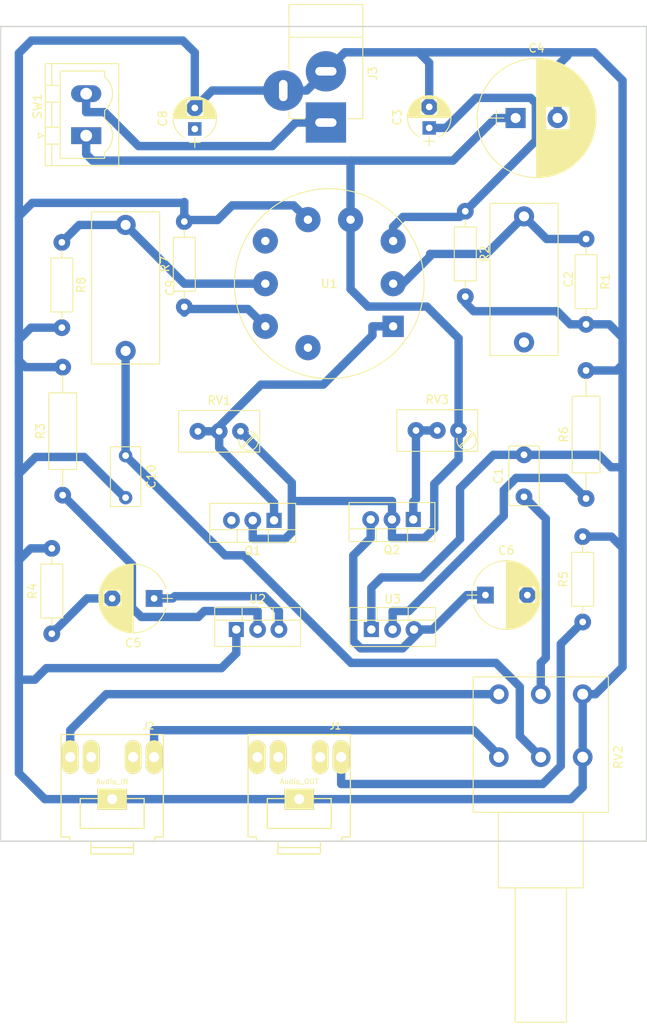
<source format=kicad_pcb>
(kicad_pcb (version 4) (host pcbnew 4.0.7)

  (general
    (links 58)
    (no_connects 6)
    (area 105.924999 47.924999 183.075001 145.075001)
    (thickness 1.6)
    (drawings 5)
    (tracks 217)
    (zones 0)
    (modules 29)
    (nets 20)
  )

  (page A4)
  (layers
    (0 F.Cu signal)
    (31 B.Cu signal)
    (32 B.Adhes user)
    (33 F.Adhes user)
    (34 B.Paste user)
    (35 F.Paste user)
    (36 B.SilkS user)
    (37 F.SilkS user)
    (38 B.Mask user)
    (39 F.Mask user)
    (40 Dwgs.User user)
    (41 Cmts.User user)
    (42 Eco1.User user)
    (43 Eco2.User user)
    (44 Edge.Cuts user)
    (45 Margin user)
    (46 B.CrtYd user)
    (47 F.CrtYd user)
    (48 B.Fab user)
    (49 F.Fab user)
  )

  (setup
    (last_trace_width 1)
    (user_trace_width 0.7)
    (user_trace_width 1)
    (trace_clearance 0.7)
    (zone_clearance 1)
    (zone_45_only yes)
    (trace_min 0.2)
    (segment_width 0.2)
    (edge_width 0.15)
    (via_size 2)
    (via_drill 0.8)
    (via_min_size 0.4)
    (via_min_drill 0.3)
    (uvia_size 0.3)
    (uvia_drill 0.1)
    (uvias_allowed no)
    (uvia_min_size 0.2)
    (uvia_min_drill 0.1)
    (pcb_text_width 0.3)
    (pcb_text_size 1.5 1.5)
    (mod_edge_width 0.15)
    (mod_text_size 1 1)
    (mod_text_width 0.15)
    (pad_size 2 2)
    (pad_drill 0.8)
    (pad_to_mask_clearance 0.2)
    (aux_axis_origin 0 0)
    (visible_elements 7FFFFFFF)
    (pcbplotparams
      (layerselection 0x00000_80000000)
      (usegerberextensions false)
      (excludeedgelayer false)
      (linewidth 0.100000)
      (plotframeref false)
      (viasonmask false)
      (mode 1)
      (useauxorigin false)
      (hpglpennumber 1)
      (hpglpenspeed 20)
      (hpglpendiameter 15)
      (hpglpenoverlay 2)
      (psnegative false)
      (psa4output false)
      (plotreference false)
      (plotvalue false)
      (plotinvisibletext false)
      (padsonsilk false)
      (subtractmaskfromsilk false)
      (outputformat 5)
      (mirror false)
      (drillshape 1)
      (scaleselection 1)
      (outputdirectory ./))
  )

  (net 0 "")
  (net 1 "Net-(C1-Pad1)")
  (net 2 GND)
  (net 3 "Net-(C2-Pad1)")
  (net 4 "Net-(C3-Pad1)")
  (net 5 +12V)
  (net 6 "Net-(C5-Pad1)")
  (net 7 "Net-(C5-Pad2)")
  (net 8 "Net-(C6-Pad1)")
  (net 9 "Net-(C6-Pad2)")
  (net 10 "Net-(C8-Pad1)")
  (net 11 "Net-(C9-Pad1)")
  (net 12 "Net-(C10-Pad1)")
  (net 13 "Net-(R3-Pad1)")
  (net 14 "Net-(R6-Pad1)")
  (net 15 "Net-(J3-Pad1)")
  (net 16 "Net-(Q1-Pad1)")
  (net 17 "Net-(Q2-Pad1)")
  (net 18 "Net-(J2-Pad2)")
  (net 19 "Net-(J2-Pad1)")

  (net_class Default "This is the default net class."
    (clearance 0.7)
    (trace_width 0.25)
    (via_dia 2)
    (via_drill 0.8)
    (uvia_dia 0.3)
    (uvia_drill 0.1)
    (add_net +12V)
    (add_net GND)
    (add_net "Net-(C1-Pad1)")
    (add_net "Net-(C10-Pad1)")
    (add_net "Net-(C2-Pad1)")
    (add_net "Net-(C3-Pad1)")
    (add_net "Net-(C5-Pad1)")
    (add_net "Net-(C5-Pad2)")
    (add_net "Net-(C6-Pad1)")
    (add_net "Net-(C6-Pad2)")
    (add_net "Net-(C8-Pad1)")
    (add_net "Net-(C9-Pad1)")
    (add_net "Net-(J2-Pad1)")
    (add_net "Net-(J2-Pad2)")
    (add_net "Net-(J3-Pad1)")
    (add_net "Net-(Q1-Pad1)")
    (add_net "Net-(Q2-Pad1)")
    (add_net "Net-(R3-Pad1)")
    (add_net "Net-(R6-Pad1)")
  )

  (module Capacitors_THT:C_Rect_L18.0mm_W8.0mm_P15.00mm_FKS3_FKP3 (layer F.Cu) (tedit 597BC7C2) (tstamp 5A788996)
    (at 168.402 70.612 270)
    (descr "C, Rect series, Radial, pin pitch=15.00mm, , length*width=18*8mm^2, Capacitor, http://www.wima.com/EN/WIMA_FKS_3.pdf")
    (tags "C Rect series Radial pin pitch 15.00mm  length 18mm width 8mm Capacitor")
    (path /5A7761AA)
    (fp_text reference C2 (at 7.5 -5.31 270) (layer F.SilkS)
      (effects (font (size 1 1) (thickness 0.15)))
    )
    (fp_text value 2.2u (at 7.5 5.31 270) (layer F.Fab)
      (effects (font (size 1 1) (thickness 0.15)))
    )
    (fp_line (start -1.5 -4) (end -1.5 4) (layer F.Fab) (width 0.1))
    (fp_line (start -1.5 4) (end 16.5 4) (layer F.Fab) (width 0.1))
    (fp_line (start 16.5 4) (end 16.5 -4) (layer F.Fab) (width 0.1))
    (fp_line (start 16.5 -4) (end -1.5 -4) (layer F.Fab) (width 0.1))
    (fp_line (start -1.56 -4.06) (end 16.56 -4.06) (layer F.SilkS) (width 0.12))
    (fp_line (start -1.56 4.06) (end 16.56 4.06) (layer F.SilkS) (width 0.12))
    (fp_line (start -1.56 -4.06) (end -1.56 4.06) (layer F.SilkS) (width 0.12))
    (fp_line (start 16.56 -4.06) (end 16.56 4.06) (layer F.SilkS) (width 0.12))
    (fp_line (start -1.85 -4.35) (end -1.85 4.35) (layer F.CrtYd) (width 0.05))
    (fp_line (start -1.85 4.35) (end 16.85 4.35) (layer F.CrtYd) (width 0.05))
    (fp_line (start 16.85 4.35) (end 16.85 -4.35) (layer F.CrtYd) (width 0.05))
    (fp_line (start 16.85 -4.35) (end -1.85 -4.35) (layer F.CrtYd) (width 0.05))
    (fp_text user %R (at 7.5 0 270) (layer F.Fab)
      (effects (font (size 1 1) (thickness 0.15)))
    )
    (pad 1 thru_hole circle (at 0 0 270) (size 2.4 2.4) (drill 1.2) (layers *.Cu *.Mask)
      (net 3 "Net-(C2-Pad1)"))
    (pad 2 thru_hole circle (at 15 0 270) (size 2.4 2.4) (drill 1.2) (layers *.Cu *.Mask)
      (net 1 "Net-(C1-Pad1)"))
    (model ${KISYS3DMOD}/Capacitors_THT.3dshapes/C_Rect_L18.0mm_W8.0mm_P15.00mm_FKS3_FKP3.wrl
      (at (xyz 0 0 0))
      (scale (xyz 1 1 1))
      (rotate (xyz 0 0 0))
    )
  )

  (module Connectors:JACK_ALIM (layer F.Cu) (tedit 587FEAEC) (tstamp 5A77B52B)
    (at 144.78 59.436 270)
    (descr "module 1 pin (ou trou mecanique de percage)")
    (tags "CONN JACK")
    (path /5A77D3F3)
    (fp_text reference J3 (at -5.84 -5.59 270) (layer F.SilkS)
      (effects (font (size 1 1) (thickness 0.15)))
    )
    (fp_text value Jack-DC (at -11.18 5.59 270) (layer F.Fab)
      (effects (font (size 1 1) (thickness 0.15)))
    )
    (fp_line (start -10.15 -4.4) (end -10.15 4.4) (layer F.SilkS) (width 0.12))
    (fp_line (start -6.35 4.4) (end -14.05 4.4) (layer F.SilkS) (width 0.12))
    (fp_line (start -14.05 4.4) (end -14.05 -4.4) (layer F.SilkS) (width 0.12))
    (fp_line (start -14.05 -4.4) (end -13.85 -4.4) (layer F.SilkS) (width 0.12))
    (fp_line (start -0.45 2.55) (end -0.45 4.4) (layer F.SilkS) (width 0.12))
    (fp_line (start -0.45 4.4) (end -1.3 4.4) (layer F.SilkS) (width 0.12))
    (fp_line (start -13.95 -4.4) (end -0.45 -4.4) (layer F.SilkS) (width 0.12))
    (fp_line (start -0.45 -4.4) (end -0.45 -2.55) (layer F.SilkS) (width 0.12))
    (fp_line (start -13.21 -4.32) (end -13.97 -4.32) (layer F.Fab) (width 0.1))
    (fp_line (start -13.97 -4.32) (end -13.97 4.32) (layer F.Fab) (width 0.1))
    (fp_line (start -13.97 4.32) (end -13.21 4.32) (layer F.Fab) (width 0.1))
    (fp_line (start -10.16 -4.32) (end -10.16 4.32) (layer F.Fab) (width 0.1))
    (fp_line (start -0.51 -4.32) (end -0.51 4.32) (layer F.Fab) (width 0.1))
    (fp_line (start -13.21 4.32) (end -0.51 4.32) (layer F.Fab) (width 0.1))
    (fp_line (start -13.21 -4.32) (end -0.51 -4.32) (layer F.Fab) (width 0.1))
    (fp_line (start -14.22 -4.57) (end 2.65 -4.57) (layer F.CrtYd) (width 0.05))
    (fp_line (start -14.22 -4.57) (end -14.22 7.73) (layer F.CrtYd) (width 0.05))
    (fp_line (start 2.65 7.73) (end 2.65 -4.57) (layer F.CrtYd) (width 0.05))
    (fp_line (start 2.65 7.73) (end -14.22 7.73) (layer F.CrtYd) (width 0.05))
    (pad 2 thru_hole circle (at -6.1 0 270) (size 4.8 4.8) (drill oval 1.02 2.54) (layers *.Cu *.Mask)
      (net 2 GND))
    (pad 1 thru_hole rect (at 0 0 270) (size 4.8 4.8) (drill oval 1.02 2.54) (layers *.Cu *.Mask)
      (net 15 "Net-(J3-Pad1)"))
    (pad 3 thru_hole circle (at -3.81 5.08 270) (size 4.8 4.8) (drill oval 2.54 1.02) (layers *.Cu *.Mask)
      (net 2 GND))
    (model ${KISYS3DMOD}/Connectors.3dshapes/JACK_ALIM.wrl
      (at (xyz -0.24 0 0))
      (scale (xyz 0.8 0.8 0.8))
      (rotate (xyz 0 0 0))
    )
  )

  (module "Amplificador Valvular:Tayda_3.5mm_stereo_TRS_jack_A-853" (layer F.Cu) (tedit 5A78AFC7) (tstamp 5A7889BE)
    (at 141.6 138.4 180)
    (path /5A7784CD)
    (fp_text reference J1 (at -4.318 7.112 180) (layer F.SilkS)
      (effects (font (size 0.8 0.8) (thickness 0.15)))
    )
    (fp_text value Audio_OUT (at 0 0.508 180) (layer F.SilkS)
      (effects (font (size 0.6 0.6) (thickness 0.1)))
    )
    (fp_line (start -1.778 -1.524) (end -3.81 -1.524) (layer F.SilkS) (width 0.15))
    (fp_line (start -3.81 -1.524) (end -3.81 -5.08) (layer F.SilkS) (width 0.15))
    (fp_line (start -3.81 -5.08) (end 3.81 -5.08) (layer F.SilkS) (width 0.15))
    (fp_line (start 3.81 -5.08) (end 3.81 -1.524) (layer F.SilkS) (width 0.15))
    (fp_line (start 3.81 -1.524) (end 1.778 -1.524) (layer F.SilkS) (width 0.15))
    (fp_line (start -5.08 -6.096) (end -6.096 -6.096) (layer F.SilkS) (width 0.15))
    (fp_line (start 6.096 -6.096) (end 5.08 -6.096) (layer F.SilkS) (width 0.15))
    (fp_line (start -2.54 -8.128) (end -2.54 -6.604) (layer F.SilkS) (width 0.15))
    (fp_line (start 2.54 -6.604) (end 2.54 -8.128) (layer F.SilkS) (width 0.15))
    (fp_line (start -2.54 -7.366) (end 2.54 -7.366) (layer F.SilkS) (width 0.15))
    (fp_line (start -5.08 -6.096) (end -5.08 -6.35) (layer F.SilkS) (width 0.15))
    (fp_line (start -5.08 -6.35) (end -5.08 -6.604) (layer F.SilkS) (width 0.15))
    (fp_line (start -5.08 -6.604) (end 5.08 -6.604) (layer F.SilkS) (width 0.15))
    (fp_line (start 5.08 -6.604) (end 5.08 -6.096) (layer F.SilkS) (width 0.15))
    (fp_line (start -2.54 -8.128) (end 2.54 -8.128) (layer F.SilkS) (width 0.15))
    (fp_line (start -6.096 6.096) (end -6.096 -6.096) (layer F.SilkS) (width 0.15))
    (fp_line (start 6.096 -6.096) (end 6.096 6.096) (layer F.SilkS) (width 0.15))
    (fp_line (start 6.096 6.096) (end -6.096 6.096) (layer F.SilkS) (width 0.15))
    (pad 3 thru_hole rect (at 0 -1.596 180) (size 3.5 2.5) (drill 1.2) (layers *.Cu *.Mask F.SilkS)
      (net 2 GND))
    (pad 2 thru_hole oval (at 5 3.41 180) (size 2 4) (drill 1.2) (layers *.Cu *.Mask F.SilkS)
      (net 7 "Net-(C5-Pad2)"))
    (pad 1 thru_hole oval (at -5 3.41 180) (size 2 4) (drill 1.2) (layers *.Cu *.Mask F.SilkS)
      (net 9 "Net-(C6-Pad2)"))
    (pad 4 thru_hole oval (at 2.5 3.41 180) (size 2 4) (drill 1.2) (layers *.Cu *.Mask F.SilkS))
    (pad 5 thru_hole oval (at -2.5 3.41 180) (size 2 4) (drill 1.2) (layers *.Cu *.Mask F.SilkS))
  )

  (module "Amplificador Valvular:Tayda_3.5mm_stereo_TRS_jack_A-853" (layer F.Cu) (tedit 5A7A006D) (tstamp 5A7889C6)
    (at 119.3 138.4 180)
    (path /5A778866)
    (fp_text reference J2 (at -4.318 7.112 180) (layer F.SilkS)
      (effects (font (size 0.8 0.8) (thickness 0.15)))
    )
    (fp_text value Audio_IN (at 0 0.508 180) (layer F.SilkS)
      (effects (font (size 0.6 0.6) (thickness 0.1)))
    )
    (fp_line (start -1.778 -1.524) (end -3.81 -1.524) (layer F.SilkS) (width 0.15))
    (fp_line (start -3.81 -1.524) (end -3.81 -5.08) (layer F.SilkS) (width 0.15))
    (fp_line (start -3.81 -5.08) (end 3.81 -5.08) (layer F.SilkS) (width 0.15))
    (fp_line (start 3.81 -5.08) (end 3.81 -1.524) (layer F.SilkS) (width 0.15))
    (fp_line (start 3.81 -1.524) (end 1.778 -1.524) (layer F.SilkS) (width 0.15))
    (fp_line (start -5.08 -6.096) (end -6.096 -6.096) (layer F.SilkS) (width 0.15))
    (fp_line (start 6.096 -6.096) (end 5.08 -6.096) (layer F.SilkS) (width 0.15))
    (fp_line (start -2.54 -8.128) (end -2.54 -6.604) (layer F.SilkS) (width 0.15))
    (fp_line (start 2.54 -6.604) (end 2.54 -8.128) (layer F.SilkS) (width 0.15))
    (fp_line (start -2.54 -7.366) (end 2.54 -7.366) (layer F.SilkS) (width 0.15))
    (fp_line (start -5.08 -6.096) (end -5.08 -6.35) (layer F.SilkS) (width 0.15))
    (fp_line (start -5.08 -6.35) (end -5.08 -6.604) (layer F.SilkS) (width 0.15))
    (fp_line (start -5.08 -6.604) (end 5.08 -6.604) (layer F.SilkS) (width 0.15))
    (fp_line (start 5.08 -6.604) (end 5.08 -6.096) (layer F.SilkS) (width 0.15))
    (fp_line (start -2.54 -8.128) (end 2.54 -8.128) (layer F.SilkS) (width 0.15))
    (fp_line (start -6.096 6.096) (end -6.096 -6.096) (layer F.SilkS) (width 0.15))
    (fp_line (start 6.096 -6.096) (end 6.096 6.096) (layer F.SilkS) (width 0.15))
    (fp_line (start 6.096 6.096) (end -6.096 6.096) (layer F.SilkS) (width 0.15))
    (pad 3 thru_hole rect (at 0 -1.596 180) (size 3.5 2.5) (drill 1.2) (layers *.Cu *.Mask F.SilkS)
      (net 2 GND))
    (pad 2 thru_hole oval (at 5 3.41 180) (size 2 4) (drill 1.2) (layers *.Cu *.Mask F.SilkS)
      (net 18 "Net-(J2-Pad2)"))
    (pad 1 thru_hole oval (at -5 3.41 180) (size 2 4) (drill 1.2) (layers *.Cu *.Mask F.SilkS)
      (net 19 "Net-(J2-Pad1)"))
    (pad 4 thru_hole oval (at 2.5 3.41 180) (size 2 4) (drill 1.2) (layers *.Cu *.Mask F.SilkS))
    (pad 5 thru_hole oval (at -2.5 3.41 180) (size 2 4) (drill 1.2) (layers *.Cu *.Mask F.SilkS))
  )

  (module Potentiometers:Potentiometer_Piher_PC-16_Double_Vertical (layer F.Cu) (tedit 58826B08) (tstamp 5A7889DE)
    (at 165.4 135 270)
    (descr "Potentiometer, vertically mounted, Omeg PC16PU, Omeg PC16PU, Omeg PC16PU, Vishay/Spectrol 248GJ/249GJ Single, Vishay/Spectrol 248GJ/249GJ Single, Vishay/Spectrol 248GJ/249GJ Single, Vishay/Spectrol 248GH/249GH Single, Vishay/Spectrol 148/149 Single, Vishay/Spectrol 148/149 Single, Vishay/Spectrol 148/149 Single, Vishay/Spectrol 148A/149A Single with mounting plates, Vishay/Spectrol 148/149 Double, Vishay/Spectrol 148A/149A Double with mounting plates, Piher PC-16 Single, Piher PC-16 Single, Piher PC-16 Single, Piher PC-16SV Single, Piher PC-16 Double, http://www.piher-nacesa.com/pdf/20-PC16v03.pdf")
    (tags "Potentiometer vertical  Omeg PC16PU  Omeg PC16PU  Omeg PC16PU  Vishay/Spectrol 248GJ/249GJ Single  Vishay/Spectrol 248GJ/249GJ Single  Vishay/Spectrol 248GJ/249GJ Single  Vishay/Spectrol 248GH/249GH Single  Vishay/Spectrol 148/149 Single  Vishay/Spectrol 148/149 Single  Vishay/Spectrol 148/149 Single  Vishay/Spectrol 148A/149A Single with mounting plates  Vishay/Spectrol 148/149 Double  Vishay/Spectrol 148A/149A Double with mounting plates  Piher PC-16 Single  Piher PC-16 Single  Piher PC-16 Single  Piher PC-16SV Single  Piher PC-16 Double")
    (path /5A7884CD)
    (fp_text reference RV2 (at 0 -14.25 270) (layer F.SilkS)
      (effects (font (size 1 1) (thickness 0.15)))
    )
    (fp_text value POT_Dual_Separate (at 0 4.25 270) (layer F.Fab)
      (effects (font (size 1 1) (thickness 0.15)))
    )
    (fp_line (start -9.5 -13) (end -9.5 3) (layer F.Fab) (width 0.1))
    (fp_line (start -9.5 3) (end 6.5 3) (layer F.Fab) (width 0.1))
    (fp_line (start 6.5 3) (end 6.5 -13) (layer F.Fab) (width 0.1))
    (fp_line (start 6.5 -13) (end -9.5 -13) (layer F.Fab) (width 0.1))
    (fp_line (start 6.5 -10) (end 6.5 0) (layer F.Fab) (width 0.1))
    (fp_line (start 6.5 0) (end 15.5 0) (layer F.Fab) (width 0.1))
    (fp_line (start 15.5 0) (end 15.5 -10) (layer F.Fab) (width 0.1))
    (fp_line (start 15.5 -10) (end 6.5 -10) (layer F.Fab) (width 0.1))
    (fp_line (start 15.5 -8) (end 15.5 -2) (layer F.Fab) (width 0.1))
    (fp_line (start 15.5 -2) (end 31.5 -2) (layer F.Fab) (width 0.1))
    (fp_line (start 31.5 -2) (end 31.5 -8) (layer F.Fab) (width 0.1))
    (fp_line (start 31.5 -8) (end 15.5 -8) (layer F.Fab) (width 0.1))
    (fp_line (start -9.56 -13.06) (end 6.56 -13.06) (layer F.SilkS) (width 0.12))
    (fp_line (start -9.56 3.06) (end 6.56 3.06) (layer F.SilkS) (width 0.12))
    (fp_line (start -9.56 -13.06) (end -9.56 3.06) (layer F.SilkS) (width 0.12))
    (fp_line (start 6.56 -13.06) (end 6.56 3.06) (layer F.SilkS) (width 0.12))
    (fp_line (start 6.56 -10.06) (end 15.56 -10.06) (layer F.SilkS) (width 0.12))
    (fp_line (start 6.56 0.06) (end 15.56 0.06) (layer F.SilkS) (width 0.12))
    (fp_line (start 6.56 -10.06) (end 6.56 0.06) (layer F.SilkS) (width 0.12))
    (fp_line (start 15.56 -10.06) (end 15.56 0.06) (layer F.SilkS) (width 0.12))
    (fp_line (start 15.56 -8.06) (end 31.56 -8.06) (layer F.SilkS) (width 0.12))
    (fp_line (start 15.56 -1.94) (end 31.56 -1.94) (layer F.SilkS) (width 0.12))
    (fp_line (start 15.56 -8.06) (end 15.56 -1.94) (layer F.SilkS) (width 0.12))
    (fp_line (start 31.56 -8.06) (end 31.56 -1.94) (layer F.SilkS) (width 0.12))
    (fp_line (start -9.75 -13.25) (end -9.75 3.25) (layer F.CrtYd) (width 0.05))
    (fp_line (start -9.75 3.25) (end 31.75 3.25) (layer F.CrtYd) (width 0.05))
    (fp_line (start 31.75 3.25) (end 31.75 -13.25) (layer F.CrtYd) (width 0.05))
    (fp_line (start 31.75 -13.25) (end -9.75 -13.25) (layer F.CrtYd) (width 0.05))
    (pad 3 thru_hole circle (at 0 -10 270) (size 2.34 2.34) (drill 1.3) (layers *.Cu *.Mask)
      (net 2 GND))
    (pad 2 thru_hole circle (at 0 -5 270) (size 2.34 2.34) (drill 1.3) (layers *.Cu *.Mask)
      (net 12 "Net-(C10-Pad1)"))
    (pad 1 thru_hole circle (at 0 0 270) (size 2.34 2.34) (drill 1.3) (layers *.Cu *.Mask)
      (net 19 "Net-(J2-Pad1)"))
    (pad 6 thru_hole circle (at -7.5 -10 270) (size 2.34 2.34) (drill 1.3) (layers *.Cu *.Mask)
      (net 2 GND))
    (pad 5 thru_hole circle (at -7.5 -5 270) (size 2.34 2.34) (drill 1.3) (layers *.Cu *.Mask)
      (net 1 "Net-(C1-Pad1)"))
    (pad 4 thru_hole circle (at -7.5 0 270) (size 2.34 2.34) (drill 1.3) (layers *.Cu *.Mask)
      (net 18 "Net-(J2-Pad2)"))
    (model Potentiometers.3dshapes/Potentiometer_Piher_PC-16_Double_Vertical.wrl
      (at (xyz 0 0 0))
      (scale (xyz 0.393701 0.393701 0.393701))
      (rotate (xyz 0 0 0))
    )
  )

  (module TO_SOT_Packages_THT:TO-220-3_Vertical (layer F.Cu) (tedit 58CE52AD) (tstamp 5A77B532)
    (at 138.6 106.8 180)
    (descr "TO-220-3, Vertical, RM 2.54mm")
    (tags "TO-220-3 Vertical RM 2.54mm")
    (path /5A774B90)
    (fp_text reference Q1 (at 2.54 -3.62 180) (layer F.SilkS)
      (effects (font (size 1 1) (thickness 0.15)))
    )
    (fp_text value IRF610 (at 2.54 3.92 180) (layer F.Fab)
      (effects (font (size 1 1) (thickness 0.15)))
    )
    (fp_text user %R (at 2.54 -3.62 180) (layer F.Fab)
      (effects (font (size 1 1) (thickness 0.15)))
    )
    (fp_line (start -2.46 -2.5) (end -2.46 1.9) (layer F.Fab) (width 0.1))
    (fp_line (start -2.46 1.9) (end 7.54 1.9) (layer F.Fab) (width 0.1))
    (fp_line (start 7.54 1.9) (end 7.54 -2.5) (layer F.Fab) (width 0.1))
    (fp_line (start 7.54 -2.5) (end -2.46 -2.5) (layer F.Fab) (width 0.1))
    (fp_line (start -2.46 -1.23) (end 7.54 -1.23) (layer F.Fab) (width 0.1))
    (fp_line (start 0.69 -2.5) (end 0.69 -1.23) (layer F.Fab) (width 0.1))
    (fp_line (start 4.39 -2.5) (end 4.39 -1.23) (layer F.Fab) (width 0.1))
    (fp_line (start -2.58 -2.62) (end 7.66 -2.62) (layer F.SilkS) (width 0.12))
    (fp_line (start -2.58 2.021) (end 7.66 2.021) (layer F.SilkS) (width 0.12))
    (fp_line (start -2.58 -2.62) (end -2.58 2.021) (layer F.SilkS) (width 0.12))
    (fp_line (start 7.66 -2.62) (end 7.66 2.021) (layer F.SilkS) (width 0.12))
    (fp_line (start -2.58 -1.11) (end 7.66 -1.11) (layer F.SilkS) (width 0.12))
    (fp_line (start 0.69 -2.62) (end 0.69 -1.11) (layer F.SilkS) (width 0.12))
    (fp_line (start 4.391 -2.62) (end 4.391 -1.11) (layer F.SilkS) (width 0.12))
    (fp_line (start -2.71 -2.75) (end -2.71 2.16) (layer F.CrtYd) (width 0.05))
    (fp_line (start -2.71 2.16) (end 7.79 2.16) (layer F.CrtYd) (width 0.05))
    (fp_line (start 7.79 2.16) (end 7.79 -2.75) (layer F.CrtYd) (width 0.05))
    (fp_line (start 7.79 -2.75) (end -2.71 -2.75) (layer F.CrtYd) (width 0.05))
    (pad 1 thru_hole rect (at 0 0 180) (size 1.8 1.8) (drill 1) (layers *.Cu *.Mask)
      (net 16 "Net-(Q1-Pad1)"))
    (pad 2 thru_hole oval (at 2.54 0 180) (size 2 2) (drill 1) (layers *.Cu *.Mask)
      (net 5 +12V))
    (pad 3 thru_hole oval (at 5.08 0 180) (size 2 2) (drill 1) (layers *.Cu *.Mask)
      (net 6 "Net-(C5-Pad1)"))
    (model ${KISYS3DMOD}/TO_SOT_Packages_THT.3dshapes/TO-220-3_Vertical.wrl
      (at (xyz 0.1 0 0))
      (scale (xyz 0.393701 0.393701 0.393701))
      (rotate (xyz 0 0 0))
    )
  )

  (module TO_SOT_Packages_THT:TO-220-3_Vertical (layer F.Cu) (tedit 58CE52AD) (tstamp 5A77B539)
    (at 155.2 106.7 180)
    (descr "TO-220-3, Vertical, RM 2.54mm")
    (tags "TO-220-3 Vertical RM 2.54mm")
    (path /5A77707E)
    (fp_text reference Q2 (at 2.54 -3.62 180) (layer F.SilkS)
      (effects (font (size 1 1) (thickness 0.15)))
    )
    (fp_text value IRF610 (at 2.54 3.92 180) (layer F.Fab)
      (effects (font (size 1 1) (thickness 0.15)))
    )
    (fp_text user %R (at 2.54 -3.62 180) (layer F.Fab)
      (effects (font (size 1 1) (thickness 0.15)))
    )
    (fp_line (start -2.46 -2.5) (end -2.46 1.9) (layer F.Fab) (width 0.1))
    (fp_line (start -2.46 1.9) (end 7.54 1.9) (layer F.Fab) (width 0.1))
    (fp_line (start 7.54 1.9) (end 7.54 -2.5) (layer F.Fab) (width 0.1))
    (fp_line (start 7.54 -2.5) (end -2.46 -2.5) (layer F.Fab) (width 0.1))
    (fp_line (start -2.46 -1.23) (end 7.54 -1.23) (layer F.Fab) (width 0.1))
    (fp_line (start 0.69 -2.5) (end 0.69 -1.23) (layer F.Fab) (width 0.1))
    (fp_line (start 4.39 -2.5) (end 4.39 -1.23) (layer F.Fab) (width 0.1))
    (fp_line (start -2.58 -2.62) (end 7.66 -2.62) (layer F.SilkS) (width 0.12))
    (fp_line (start -2.58 2.021) (end 7.66 2.021) (layer F.SilkS) (width 0.12))
    (fp_line (start -2.58 -2.62) (end -2.58 2.021) (layer F.SilkS) (width 0.12))
    (fp_line (start 7.66 -2.62) (end 7.66 2.021) (layer F.SilkS) (width 0.12))
    (fp_line (start -2.58 -1.11) (end 7.66 -1.11) (layer F.SilkS) (width 0.12))
    (fp_line (start 0.69 -2.62) (end 0.69 -1.11) (layer F.SilkS) (width 0.12))
    (fp_line (start 4.391 -2.62) (end 4.391 -1.11) (layer F.SilkS) (width 0.12))
    (fp_line (start -2.71 -2.75) (end -2.71 2.16) (layer F.CrtYd) (width 0.05))
    (fp_line (start -2.71 2.16) (end 7.79 2.16) (layer F.CrtYd) (width 0.05))
    (fp_line (start 7.79 2.16) (end 7.79 -2.75) (layer F.CrtYd) (width 0.05))
    (fp_line (start 7.79 -2.75) (end -2.71 -2.75) (layer F.CrtYd) (width 0.05))
    (pad 1 thru_hole rect (at 0 0 180) (size 1.8 1.8) (drill 1) (layers *.Cu *.Mask)
      (net 17 "Net-(Q2-Pad1)"))
    (pad 2 thru_hole oval (at 2.54 0 180) (size 2 2) (drill 1) (layers *.Cu *.Mask)
      (net 5 +12V))
    (pad 3 thru_hole oval (at 5.08 0 180) (size 2 2) (drill 1) (layers *.Cu *.Mask)
      (net 8 "Net-(C6-Pad1)"))
    (model ${KISYS3DMOD}/TO_SOT_Packages_THT.3dshapes/TO-220-3_Vertical.wrl
      (at (xyz 0.1 0 0))
      (scale (xyz 0.393701 0.393701 0.393701))
      (rotate (xyz 0 0 0))
    )
  )

  (module TO_SOT_Packages_THT:TO-220-3_Vertical (layer F.Cu) (tedit 58CE52AD) (tstamp 5A77B598)
    (at 134.1 119.8)
    (descr "TO-220-3, Vertical, RM 2.54mm")
    (tags "TO-220-3 Vertical RM 2.54mm")
    (path /5A774A6E)
    (fp_text reference U2 (at 2.54 -3.62) (layer F.SilkS)
      (effects (font (size 1 1) (thickness 0.15)))
    )
    (fp_text value LM317 (at 2.54 3.92) (layer F.Fab)
      (effects (font (size 1 1) (thickness 0.15)))
    )
    (fp_text user %R (at 2.54 -3.62) (layer F.Fab)
      (effects (font (size 1 1) (thickness 0.15)))
    )
    (fp_line (start -2.46 -2.5) (end -2.46 1.9) (layer F.Fab) (width 0.1))
    (fp_line (start -2.46 1.9) (end 7.54 1.9) (layer F.Fab) (width 0.1))
    (fp_line (start 7.54 1.9) (end 7.54 -2.5) (layer F.Fab) (width 0.1))
    (fp_line (start 7.54 -2.5) (end -2.46 -2.5) (layer F.Fab) (width 0.1))
    (fp_line (start -2.46 -1.23) (end 7.54 -1.23) (layer F.Fab) (width 0.1))
    (fp_line (start 0.69 -2.5) (end 0.69 -1.23) (layer F.Fab) (width 0.1))
    (fp_line (start 4.39 -2.5) (end 4.39 -1.23) (layer F.Fab) (width 0.1))
    (fp_line (start -2.58 -2.62) (end 7.66 -2.62) (layer F.SilkS) (width 0.12))
    (fp_line (start -2.58 2.021) (end 7.66 2.021) (layer F.SilkS) (width 0.12))
    (fp_line (start -2.58 -2.62) (end -2.58 2.021) (layer F.SilkS) (width 0.12))
    (fp_line (start 7.66 -2.62) (end 7.66 2.021) (layer F.SilkS) (width 0.12))
    (fp_line (start -2.58 -1.11) (end 7.66 -1.11) (layer F.SilkS) (width 0.12))
    (fp_line (start 0.69 -2.62) (end 0.69 -1.11) (layer F.SilkS) (width 0.12))
    (fp_line (start 4.391 -2.62) (end 4.391 -1.11) (layer F.SilkS) (width 0.12))
    (fp_line (start -2.71 -2.75) (end -2.71 2.16) (layer F.CrtYd) (width 0.05))
    (fp_line (start -2.71 2.16) (end 7.79 2.16) (layer F.CrtYd) (width 0.05))
    (fp_line (start 7.79 2.16) (end 7.79 -2.75) (layer F.CrtYd) (width 0.05))
    (fp_line (start 7.79 -2.75) (end -2.71 -2.75) (layer F.CrtYd) (width 0.05))
    (pad 1 thru_hole rect (at 0 0) (size 1.8 1.8) (drill 1) (layers *.Cu *.Mask)
      (net 2 GND))
    (pad 2 thru_hole oval (at 2.54 0) (size 2 2) (drill 1) (layers *.Cu *.Mask)
      (net 13 "Net-(R3-Pad1)"))
    (pad 3 thru_hole oval (at 5.08 0) (size 2 2) (drill 1) (layers *.Cu *.Mask)
      (net 6 "Net-(C5-Pad1)"))
    (model ${KISYS3DMOD}/TO_SOT_Packages_THT.3dshapes/TO-220-3_Vertical.wrl
      (at (xyz 0.1 0 0))
      (scale (xyz 0.393701 0.393701 0.393701))
      (rotate (xyz 0 0 0))
    )
  )

  (module TO_SOT_Packages_THT:TO-220-3_Vertical (layer F.Cu) (tedit 5A7A00D0) (tstamp 5A77B59F)
    (at 150.2 119.8)
    (descr "TO-220-3, Vertical, RM 2.54mm")
    (tags "TO-220-3 Vertical RM 2.54mm")
    (path /5A777078)
    (fp_text reference U3 (at 2.54 -3.62) (layer F.SilkS)
      (effects (font (size 1 1) (thickness 0.15)))
    )
    (fp_text value LM317 (at 0.5 -5) (layer F.Fab)
      (effects (font (size 1 1) (thickness 0.15)))
    )
    (fp_text user %R (at 2.54 -3.62) (layer F.Fab)
      (effects (font (size 1 1) (thickness 0.15)))
    )
    (fp_line (start -2.46 -2.5) (end -2.46 1.9) (layer F.Fab) (width 0.1))
    (fp_line (start -2.46 1.9) (end 7.54 1.9) (layer F.Fab) (width 0.1))
    (fp_line (start 7.54 1.9) (end 7.54 -2.5) (layer F.Fab) (width 0.1))
    (fp_line (start 7.54 -2.5) (end -2.46 -2.5) (layer F.Fab) (width 0.1))
    (fp_line (start -2.46 -1.23) (end 7.54 -1.23) (layer F.Fab) (width 0.1))
    (fp_line (start 0.69 -2.5) (end 0.69 -1.23) (layer F.Fab) (width 0.1))
    (fp_line (start 4.39 -2.5) (end 4.39 -1.23) (layer F.Fab) (width 0.1))
    (fp_line (start -2.58 -2.62) (end 7.66 -2.62) (layer F.SilkS) (width 0.12))
    (fp_line (start -2.58 2.021) (end 7.66 2.021) (layer F.SilkS) (width 0.12))
    (fp_line (start -2.58 -2.62) (end -2.58 2.021) (layer F.SilkS) (width 0.12))
    (fp_line (start 7.66 -2.62) (end 7.66 2.021) (layer F.SilkS) (width 0.12))
    (fp_line (start -2.58 -1.11) (end 7.66 -1.11) (layer F.SilkS) (width 0.12))
    (fp_line (start 0.69 -2.62) (end 0.69 -1.11) (layer F.SilkS) (width 0.12))
    (fp_line (start 4.391 -2.62) (end 4.391 -1.11) (layer F.SilkS) (width 0.12))
    (fp_line (start -2.71 -2.75) (end -2.71 2.16) (layer F.CrtYd) (width 0.05))
    (fp_line (start -2.71 2.16) (end 7.79 2.16) (layer F.CrtYd) (width 0.05))
    (fp_line (start 7.79 2.16) (end 7.79 -2.75) (layer F.CrtYd) (width 0.05))
    (fp_line (start 7.79 -2.75) (end -2.71 -2.75) (layer F.CrtYd) (width 0.05))
    (pad 1 thru_hole rect (at 0 0) (size 1.8 1.8) (drill 1) (layers *.Cu *.Mask)
      (net 2 GND))
    (pad 2 thru_hole oval (at 2.54 0) (size 2 2) (drill 1) (layers *.Cu *.Mask)
      (net 14 "Net-(R6-Pad1)"))
    (pad 3 thru_hole oval (at 5.08 0) (size 2 2) (drill 1) (layers *.Cu *.Mask)
      (net 8 "Net-(C6-Pad1)"))
    (model ${KISYS3DMOD}/TO_SOT_Packages_THT.3dshapes/TO-220-3_Vertical.wrl
      (at (xyz 0.1 0 0))
      (scale (xyz 0.393701 0.393701 0.393701))
      (rotate (xyz 0 0 0))
    )
  )

  (module Resistors_THT:R_Axial_DIN0207_L6.3mm_D2.5mm_P10.16mm_Horizontal (layer F.Cu) (tedit 5874F706) (tstamp 5A77C8F2)
    (at 175.8 73.3 270)
    (descr "Resistor, Axial_DIN0207 series, Axial, Horizontal, pin pitch=10.16mm, 0.25W = 1/4W, length*diameter=6.3*2.5mm^2, http://cdn-reichelt.de/documents/datenblatt/B400/1_4W%23YAG.pdf")
    (tags "Resistor Axial_DIN0207 series Axial Horizontal pin pitch 10.16mm 0.25W = 1/4W length 6.3mm diameter 2.5mm")
    (path /5A774E74)
    (fp_text reference R1 (at 5.08 -2.31 270) (layer F.SilkS)
      (effects (font (size 1 1) (thickness 0.15)))
    )
    (fp_text value 100k (at 5.08 2.31 270) (layer F.Fab)
      (effects (font (size 1 1) (thickness 0.15)))
    )
    (fp_line (start 1.93 -1.25) (end 1.93 1.25) (layer F.Fab) (width 0.1))
    (fp_line (start 1.93 1.25) (end 8.23 1.25) (layer F.Fab) (width 0.1))
    (fp_line (start 8.23 1.25) (end 8.23 -1.25) (layer F.Fab) (width 0.1))
    (fp_line (start 8.23 -1.25) (end 1.93 -1.25) (layer F.Fab) (width 0.1))
    (fp_line (start 0 0) (end 1.93 0) (layer F.Fab) (width 0.1))
    (fp_line (start 10.16 0) (end 8.23 0) (layer F.Fab) (width 0.1))
    (fp_line (start 1.87 -1.31) (end 1.87 1.31) (layer F.SilkS) (width 0.12))
    (fp_line (start 1.87 1.31) (end 8.29 1.31) (layer F.SilkS) (width 0.12))
    (fp_line (start 8.29 1.31) (end 8.29 -1.31) (layer F.SilkS) (width 0.12))
    (fp_line (start 8.29 -1.31) (end 1.87 -1.31) (layer F.SilkS) (width 0.12))
    (fp_line (start 0.98 0) (end 1.87 0) (layer F.SilkS) (width 0.12))
    (fp_line (start 9.18 0) (end 8.29 0) (layer F.SilkS) (width 0.12))
    (fp_line (start -1.05 -1.6) (end -1.05 1.6) (layer F.CrtYd) (width 0.05))
    (fp_line (start -1.05 1.6) (end 11.25 1.6) (layer F.CrtYd) (width 0.05))
    (fp_line (start 11.25 1.6) (end 11.25 -1.6) (layer F.CrtYd) (width 0.05))
    (fp_line (start 11.25 -1.6) (end -1.05 -1.6) (layer F.CrtYd) (width 0.05))
    (pad 1 thru_hole circle (at 0 0 270) (size 2 2) (drill 0.8) (layers *.Cu *.Mask)
      (net 3 "Net-(C2-Pad1)"))
    (pad 2 thru_hole oval (at 10.16 0 270) (size 2 2) (drill 0.8) (layers *.Cu *.Mask)
      (net 2 GND))
    (model ${KISYS3DMOD}/Resistors_THT.3dshapes/R_Axial_DIN0207_L6.3mm_D2.5mm_P10.16mm_Horizontal.wrl
      (at (xyz 0 0 0))
      (scale (xyz 0.393701 0.393701 0.393701))
      (rotate (xyz 0 0 0))
    )
  )

  (module Resistors_THT:R_Axial_DIN0207_L6.3mm_D2.5mm_P10.16mm_Horizontal (layer F.Cu) (tedit 5874F706) (tstamp 5A77C8F7)
    (at 161.4 70 270)
    (descr "Resistor, Axial_DIN0207 series, Axial, Horizontal, pin pitch=10.16mm, 0.25W = 1/4W, length*diameter=6.3*2.5mm^2, http://cdn-reichelt.de/documents/datenblatt/B400/1_4W%23YAG.pdf")
    (tags "Resistor Axial_DIN0207 series Axial Horizontal pin pitch 10.16mm 0.25W = 1/4W length 6.3mm diameter 2.5mm")
    (path /5A774DF5)
    (fp_text reference R2 (at 5.08 -2.31 270) (layer F.SilkS)
      (effects (font (size 1 1) (thickness 0.15)))
    )
    (fp_text value 150 (at 5.08 2.31 270) (layer F.Fab)
      (effects (font (size 1 1) (thickness 0.15)))
    )
    (fp_line (start 1.93 -1.25) (end 1.93 1.25) (layer F.Fab) (width 0.1))
    (fp_line (start 1.93 1.25) (end 8.23 1.25) (layer F.Fab) (width 0.1))
    (fp_line (start 8.23 1.25) (end 8.23 -1.25) (layer F.Fab) (width 0.1))
    (fp_line (start 8.23 -1.25) (end 1.93 -1.25) (layer F.Fab) (width 0.1))
    (fp_line (start 0 0) (end 1.93 0) (layer F.Fab) (width 0.1))
    (fp_line (start 10.16 0) (end 8.23 0) (layer F.Fab) (width 0.1))
    (fp_line (start 1.87 -1.31) (end 1.87 1.31) (layer F.SilkS) (width 0.12))
    (fp_line (start 1.87 1.31) (end 8.29 1.31) (layer F.SilkS) (width 0.12))
    (fp_line (start 8.29 1.31) (end 8.29 -1.31) (layer F.SilkS) (width 0.12))
    (fp_line (start 8.29 -1.31) (end 1.87 -1.31) (layer F.SilkS) (width 0.12))
    (fp_line (start 0.98 0) (end 1.87 0) (layer F.SilkS) (width 0.12))
    (fp_line (start 9.18 0) (end 8.29 0) (layer F.SilkS) (width 0.12))
    (fp_line (start -1.05 -1.6) (end -1.05 1.6) (layer F.CrtYd) (width 0.05))
    (fp_line (start -1.05 1.6) (end 11.25 1.6) (layer F.CrtYd) (width 0.05))
    (fp_line (start 11.25 1.6) (end 11.25 -1.6) (layer F.CrtYd) (width 0.05))
    (fp_line (start 11.25 -1.6) (end -1.05 -1.6) (layer F.CrtYd) (width 0.05))
    (pad 1 thru_hole circle (at 0 0 270) (size 2 2) (drill 0.8) (layers *.Cu *.Mask)
      (net 4 "Net-(C3-Pad1)"))
    (pad 2 thru_hole oval (at 10.16 0 270) (size 2 2) (drill 0.8) (layers *.Cu *.Mask)
      (net 2 GND))
    (model ${KISYS3DMOD}/Resistors_THT.3dshapes/R_Axial_DIN0207_L6.3mm_D2.5mm_P10.16mm_Horizontal.wrl
      (at (xyz 0 0 0))
      (scale (xyz 0.393701 0.393701 0.393701))
      (rotate (xyz 0 0 0))
    )
  )

  (module Resistors_THT:R_Axial_DIN0207_L6.3mm_D2.5mm_P10.16mm_Horizontal (layer F.Cu) (tedit 5874F706) (tstamp 5A77C8FC)
    (at 112.1 120.3 90)
    (descr "Resistor, Axial_DIN0207 series, Axial, Horizontal, pin pitch=10.16mm, 0.25W = 1/4W, length*diameter=6.3*2.5mm^2, http://cdn-reichelt.de/documents/datenblatt/B400/1_4W%23YAG.pdf")
    (tags "Resistor Axial_DIN0207 series Axial Horizontal pin pitch 10.16mm 0.25W = 1/4W length 6.3mm diameter 2.5mm")
    (path /5A774E9B)
    (fp_text reference R4 (at 5.08 -2.31 90) (layer F.SilkS)
      (effects (font (size 1 1) (thickness 0.15)))
    )
    (fp_text value 1k (at 5.08 2.31 90) (layer F.Fab)
      (effects (font (size 1 1) (thickness 0.15)))
    )
    (fp_line (start 1.93 -1.25) (end 1.93 1.25) (layer F.Fab) (width 0.1))
    (fp_line (start 1.93 1.25) (end 8.23 1.25) (layer F.Fab) (width 0.1))
    (fp_line (start 8.23 1.25) (end 8.23 -1.25) (layer F.Fab) (width 0.1))
    (fp_line (start 8.23 -1.25) (end 1.93 -1.25) (layer F.Fab) (width 0.1))
    (fp_line (start 0 0) (end 1.93 0) (layer F.Fab) (width 0.1))
    (fp_line (start 10.16 0) (end 8.23 0) (layer F.Fab) (width 0.1))
    (fp_line (start 1.87 -1.31) (end 1.87 1.31) (layer F.SilkS) (width 0.12))
    (fp_line (start 1.87 1.31) (end 8.29 1.31) (layer F.SilkS) (width 0.12))
    (fp_line (start 8.29 1.31) (end 8.29 -1.31) (layer F.SilkS) (width 0.12))
    (fp_line (start 8.29 -1.31) (end 1.87 -1.31) (layer F.SilkS) (width 0.12))
    (fp_line (start 0.98 0) (end 1.87 0) (layer F.SilkS) (width 0.12))
    (fp_line (start 9.18 0) (end 8.29 0) (layer F.SilkS) (width 0.12))
    (fp_line (start -1.05 -1.6) (end -1.05 1.6) (layer F.CrtYd) (width 0.05))
    (fp_line (start -1.05 1.6) (end 11.25 1.6) (layer F.CrtYd) (width 0.05))
    (fp_line (start 11.25 1.6) (end 11.25 -1.6) (layer F.CrtYd) (width 0.05))
    (fp_line (start 11.25 -1.6) (end -1.05 -1.6) (layer F.CrtYd) (width 0.05))
    (pad 1 thru_hole circle (at 0 0 90) (size 2 2) (drill 0.8) (layers *.Cu *.Mask)
      (net 7 "Net-(C5-Pad2)"))
    (pad 2 thru_hole oval (at 10.16 0 90) (size 2 2) (drill 0.8) (layers *.Cu *.Mask)
      (net 2 GND))
    (model ${KISYS3DMOD}/Resistors_THT.3dshapes/R_Axial_DIN0207_L6.3mm_D2.5mm_P10.16mm_Horizontal.wrl
      (at (xyz 0 0 0))
      (scale (xyz 0.393701 0.393701 0.393701))
      (rotate (xyz 0 0 0))
    )
  )

  (module Resistors_THT:R_Axial_DIN0207_L6.3mm_D2.5mm_P10.16mm_Horizontal (layer F.Cu) (tedit 5A7A0046) (tstamp 5A77C901)
    (at 175.4 118.9 90)
    (descr "Resistor, Axial_DIN0207 series, Axial, Horizontal, pin pitch=10.16mm, 0.25W = 1/4W, length*diameter=6.3*2.5mm^2, http://cdn-reichelt.de/documents/datenblatt/B400/1_4W%23YAG.pdf")
    (tags "Resistor Axial_DIN0207 series Axial Horizontal pin pitch 10.16mm 0.25W = 1/4W length 6.3mm diameter 2.5mm")
    (path /5A77709C)
    (fp_text reference R5 (at 5.08 -2.31 90) (layer F.SilkS)
      (effects (font (size 1 1) (thickness 0.15)))
    )
    (fp_text value 1k (at 5.08 2.31 90) (layer F.Fab)
      (effects (font (size 1 1) (thickness 0.15)))
    )
    (fp_line (start 1.93 -1.25) (end 1.93 1.25) (layer F.Fab) (width 0.1))
    (fp_line (start 1.93 1.25) (end 8.23 1.25) (layer F.Fab) (width 0.1))
    (fp_line (start 8.23 1.25) (end 8.23 -1.25) (layer F.Fab) (width 0.1))
    (fp_line (start 8.23 -1.25) (end 1.93 -1.25) (layer F.Fab) (width 0.1))
    (fp_line (start 0 0) (end 1.93 0) (layer F.Fab) (width 0.1))
    (fp_line (start 10.16 0) (end 8.23 0) (layer F.Fab) (width 0.1))
    (fp_line (start 1.87 -1.31) (end 1.87 1.31) (layer F.SilkS) (width 0.12))
    (fp_line (start 1.87 1.31) (end 8.29 1.31) (layer F.SilkS) (width 0.12))
    (fp_line (start 8.29 1.31) (end 8.29 -1.31) (layer F.SilkS) (width 0.12))
    (fp_line (start 8.29 -1.31) (end 1.87 -1.31) (layer F.SilkS) (width 0.12))
    (fp_line (start 0.98 0) (end 1.87 0) (layer F.SilkS) (width 0.12))
    (fp_line (start 9.18 0) (end 8.29 0) (layer F.SilkS) (width 0.12))
    (fp_line (start -1.05 -1.6) (end -1.05 1.6) (layer F.CrtYd) (width 0.05))
    (fp_line (start -1.05 1.6) (end 11.25 1.6) (layer F.CrtYd) (width 0.05))
    (fp_line (start 11.25 1.6) (end 11.25 -1.6) (layer F.CrtYd) (width 0.05))
    (fp_line (start 11.25 -1.6) (end -1.05 -1.6) (layer F.CrtYd) (width 0.05))
    (pad 1 thru_hole circle (at 0 0 90) (size 2 2) (drill 0.8) (layers *.Cu *.Mask)
      (net 9 "Net-(C6-Pad2)"))
    (pad 2 thru_hole oval (at 10.16 0 90) (size 2 2) (drill 0.8) (layers *.Cu *.Mask)
      (net 2 GND))
    (model ${KISYS3DMOD}/Resistors_THT.3dshapes/R_Axial_DIN0207_L6.3mm_D2.5mm_P10.16mm_Horizontal.wrl
      (at (xyz 0 0 0))
      (scale (xyz 0.393701 0.393701 0.393701))
      (rotate (xyz 0 0 0))
    )
  )

  (module Resistors_THT:R_Axial_DIN0207_L6.3mm_D2.5mm_P10.16mm_Horizontal (layer F.Cu) (tedit 5874F706) (tstamp 5A77C906)
    (at 127.9 81.385 90)
    (descr "Resistor, Axial_DIN0207 series, Axial, Horizontal, pin pitch=10.16mm, 0.25W = 1/4W, length*diameter=6.3*2.5mm^2, http://cdn-reichelt.de/documents/datenblatt/B400/1_4W%23YAG.pdf")
    (tags "Resistor Axial_DIN0207 series Axial Horizontal pin pitch 10.16mm 0.25W = 1/4W length 6.3mm diameter 2.5mm")
    (path /5A777090)
    (fp_text reference R7 (at 5.08 -2.31 90) (layer F.SilkS)
      (effects (font (size 1 1) (thickness 0.15)))
    )
    (fp_text value 150 (at 5.08 2.31 90) (layer F.Fab)
      (effects (font (size 1 1) (thickness 0.15)))
    )
    (fp_line (start 1.93 -1.25) (end 1.93 1.25) (layer F.Fab) (width 0.1))
    (fp_line (start 1.93 1.25) (end 8.23 1.25) (layer F.Fab) (width 0.1))
    (fp_line (start 8.23 1.25) (end 8.23 -1.25) (layer F.Fab) (width 0.1))
    (fp_line (start 8.23 -1.25) (end 1.93 -1.25) (layer F.Fab) (width 0.1))
    (fp_line (start 0 0) (end 1.93 0) (layer F.Fab) (width 0.1))
    (fp_line (start 10.16 0) (end 8.23 0) (layer F.Fab) (width 0.1))
    (fp_line (start 1.87 -1.31) (end 1.87 1.31) (layer F.SilkS) (width 0.12))
    (fp_line (start 1.87 1.31) (end 8.29 1.31) (layer F.SilkS) (width 0.12))
    (fp_line (start 8.29 1.31) (end 8.29 -1.31) (layer F.SilkS) (width 0.12))
    (fp_line (start 8.29 -1.31) (end 1.87 -1.31) (layer F.SilkS) (width 0.12))
    (fp_line (start 0.98 0) (end 1.87 0) (layer F.SilkS) (width 0.12))
    (fp_line (start 9.18 0) (end 8.29 0) (layer F.SilkS) (width 0.12))
    (fp_line (start -1.05 -1.6) (end -1.05 1.6) (layer F.CrtYd) (width 0.05))
    (fp_line (start -1.05 1.6) (end 11.25 1.6) (layer F.CrtYd) (width 0.05))
    (fp_line (start 11.25 1.6) (end 11.25 -1.6) (layer F.CrtYd) (width 0.05))
    (fp_line (start 11.25 -1.6) (end -1.05 -1.6) (layer F.CrtYd) (width 0.05))
    (pad 1 thru_hole circle (at 0 0 90) (size 2 2) (drill 0.8) (layers *.Cu *.Mask)
      (net 10 "Net-(C8-Pad1)"))
    (pad 2 thru_hole oval (at 10.16 0 90) (size 2 2) (drill 0.8) (layers *.Cu *.Mask)
      (net 2 GND))
    (model ${KISYS3DMOD}/Resistors_THT.3dshapes/R_Axial_DIN0207_L6.3mm_D2.5mm_P10.16mm_Horizontal.wrl
      (at (xyz 0 0 0))
      (scale (xyz 0.393701 0.393701 0.393701))
      (rotate (xyz 0 0 0))
    )
  )

  (module Resistors_THT:R_Axial_DIN0207_L6.3mm_D2.5mm_P10.16mm_Horizontal (layer F.Cu) (tedit 5A7A0098) (tstamp 5A77C90B)
    (at 113.3 73.7 270)
    (descr "Resistor, Axial_DIN0207 series, Axial, Horizontal, pin pitch=10.16mm, 0.25W = 1/4W, length*diameter=6.3*2.5mm^2, http://cdn-reichelt.de/documents/datenblatt/B400/1_4W%23YAG.pdf")
    (tags "Resistor Axial_DIN0207 series Axial Horizontal pin pitch 10.16mm 0.25W = 1/4W length 6.3mm diameter 2.5mm")
    (path /5A777096)
    (fp_text reference R8 (at 5.08 -2.31 270) (layer F.SilkS)
      (effects (font (size 1 1) (thickness 0.15)))
    )
    (fp_text value 100k (at 5.08 2.31 270) (layer F.Fab)
      (effects (font (size 1 1) (thickness 0.15)))
    )
    (fp_line (start 1.93 -1.25) (end 1.93 1.25) (layer F.Fab) (width 0.1))
    (fp_line (start 1.93 1.25) (end 8.23 1.25) (layer F.Fab) (width 0.1))
    (fp_line (start 8.23 1.25) (end 8.23 -1.25) (layer F.Fab) (width 0.1))
    (fp_line (start 8.23 -1.25) (end 1.93 -1.25) (layer F.Fab) (width 0.1))
    (fp_line (start 0 0) (end 1.93 0) (layer F.Fab) (width 0.1))
    (fp_line (start 10.16 0) (end 8.23 0) (layer F.Fab) (width 0.1))
    (fp_line (start 1.87 -1.31) (end 1.87 1.31) (layer F.SilkS) (width 0.12))
    (fp_line (start 1.87 1.31) (end 8.29 1.31) (layer F.SilkS) (width 0.12))
    (fp_line (start 8.29 1.31) (end 8.29 -1.31) (layer F.SilkS) (width 0.12))
    (fp_line (start 8.29 -1.31) (end 1.87 -1.31) (layer F.SilkS) (width 0.12))
    (fp_line (start 0.98 0) (end 1.87 0) (layer F.SilkS) (width 0.12))
    (fp_line (start 9.18 0) (end 8.29 0) (layer F.SilkS) (width 0.12))
    (fp_line (start -1.05 -1.6) (end -1.05 1.6) (layer F.CrtYd) (width 0.05))
    (fp_line (start -1.05 1.6) (end 11.25 1.6) (layer F.CrtYd) (width 0.05))
    (fp_line (start 11.25 1.6) (end 11.25 -1.6) (layer F.CrtYd) (width 0.05))
    (fp_line (start 11.25 -1.6) (end -1.05 -1.6) (layer F.CrtYd) (width 0.05))
    (pad 1 thru_hole circle (at 0 0 270) (size 2 2) (drill 0.8) (layers *.Cu *.Mask)
      (net 11 "Net-(C9-Pad1)"))
    (pad 2 thru_hole oval (at 10.16 0 270) (size 2 2) (drill 0.8) (layers *.Cu *.Mask)
      (net 2 GND))
    (model ${KISYS3DMOD}/Resistors_THT.3dshapes/R_Axial_DIN0207_L6.3mm_D2.5mm_P10.16mm_Horizontal.wrl
      (at (xyz 0 0 0))
      (scale (xyz 0.393701 0.393701 0.393701))
      (rotate (xyz 0 0 0))
    )
  )

  (module Capacitors_THT:C_Rect_L7.0mm_W3.5mm_P5.00mm (layer F.Cu) (tedit 5A79FFD5) (tstamp 5A788991)
    (at 168.4 104 90)
    (descr "C, Rect series, Radial, pin pitch=5.00mm, , length*width=7*3.5mm^2, Capacitor")
    (tags "C Rect series Radial pin pitch 5.00mm  length 7mm width 3.5mm Capacitor")
    (path /5A7799AA)
    (fp_text reference C1 (at 2.5 -3.06 90) (layer F.SilkS)
      (effects (font (size 1 1) (thickness 0.15)))
    )
    (fp_text value .22u (at 2.5 3.06 90) (layer F.Fab)
      (effects (font (size 1 1) (thickness 0.15)))
    )
    (fp_line (start -1 -1.75) (end -1 1.75) (layer F.Fab) (width 0.1))
    (fp_line (start -1 1.75) (end 6 1.75) (layer F.Fab) (width 0.1))
    (fp_line (start 6 1.75) (end 6 -1.75) (layer F.Fab) (width 0.1))
    (fp_line (start 6 -1.75) (end -1 -1.75) (layer F.Fab) (width 0.1))
    (fp_line (start -1.06 -1.81) (end 6.06 -1.81) (layer F.SilkS) (width 0.12))
    (fp_line (start -1.06 1.81) (end 6.06 1.81) (layer F.SilkS) (width 0.12))
    (fp_line (start -1.06 -1.81) (end -1.06 1.81) (layer F.SilkS) (width 0.12))
    (fp_line (start 6.06 -1.81) (end 6.06 1.81) (layer F.SilkS) (width 0.12))
    (fp_line (start -1.35 -2.1) (end -1.35 2.1) (layer F.CrtYd) (width 0.05))
    (fp_line (start -1.35 2.1) (end 6.35 2.1) (layer F.CrtYd) (width 0.05))
    (fp_line (start 6.35 2.1) (end 6.35 -2.1) (layer F.CrtYd) (width 0.05))
    (fp_line (start 6.35 -2.1) (end -1.35 -2.1) (layer F.CrtYd) (width 0.05))
    (fp_text user %R (at 2.5 0 90) (layer F.Fab)
      (effects (font (size 1 1) (thickness 0.15)))
    )
    (pad 1 thru_hole circle (at 0 0 90) (size 2 2) (drill 0.8) (layers *.Cu *.Mask)
      (net 1 "Net-(C1-Pad1)"))
    (pad 2 thru_hole circle (at 5 0 90) (size 2 2) (drill 0.8) (layers *.Cu *.Mask)
      (net 2 GND))
    (model ${KISYS3DMOD}/Capacitors_THT.3dshapes/C_Rect_L7.0mm_W3.5mm_P5.00mm.wrl
      (at (xyz 0 0 0))
      (scale (xyz 1 1 1))
      (rotate (xyz 0 0 0))
    )
  )

  (module Capacitors_THT:CP_Radial_D5.0mm_P2.50mm (layer F.Cu) (tedit 5A79FFF0) (tstamp 5A78899B)
    (at 157.1 60.075 90)
    (descr "CP, Radial series, Radial, pin pitch=2.50mm, , diameter=5mm, Electrolytic Capacitor")
    (tags "CP Radial series Radial pin pitch 2.50mm  diameter 5mm Electrolytic Capacitor")
    (path /5A774DCC)
    (fp_text reference C3 (at 1.25 -3.81 90) (layer F.SilkS)
      (effects (font (size 1 1) (thickness 0.15)))
    )
    (fp_text value 100u (at 1.25 3.81 90) (layer F.Fab)
      (effects (font (size 1 1) (thickness 0.15)))
    )
    (fp_arc (start 1.25 0) (end -1.05558 -1.18) (angle 125.8) (layer F.SilkS) (width 0.12))
    (fp_arc (start 1.25 0) (end -1.05558 1.18) (angle -125.8) (layer F.SilkS) (width 0.12))
    (fp_arc (start 1.25 0) (end 3.55558 -1.18) (angle 54.2) (layer F.SilkS) (width 0.12))
    (fp_circle (center 1.25 0) (end 3.75 0) (layer F.Fab) (width 0.1))
    (fp_line (start -2.2 0) (end -1 0) (layer F.Fab) (width 0.1))
    (fp_line (start -1.6 -0.65) (end -1.6 0.65) (layer F.Fab) (width 0.1))
    (fp_line (start 1.25 -2.55) (end 1.25 2.55) (layer F.SilkS) (width 0.12))
    (fp_line (start 1.29 -2.55) (end 1.29 2.55) (layer F.SilkS) (width 0.12))
    (fp_line (start 1.33 -2.549) (end 1.33 2.549) (layer F.SilkS) (width 0.12))
    (fp_line (start 1.37 -2.548) (end 1.37 2.548) (layer F.SilkS) (width 0.12))
    (fp_line (start 1.41 -2.546) (end 1.41 2.546) (layer F.SilkS) (width 0.12))
    (fp_line (start 1.45 -2.543) (end 1.45 2.543) (layer F.SilkS) (width 0.12))
    (fp_line (start 1.49 -2.539) (end 1.49 2.539) (layer F.SilkS) (width 0.12))
    (fp_line (start 1.53 -2.535) (end 1.53 -0.98) (layer F.SilkS) (width 0.12))
    (fp_line (start 1.53 0.98) (end 1.53 2.535) (layer F.SilkS) (width 0.12))
    (fp_line (start 1.57 -2.531) (end 1.57 -0.98) (layer F.SilkS) (width 0.12))
    (fp_line (start 1.57 0.98) (end 1.57 2.531) (layer F.SilkS) (width 0.12))
    (fp_line (start 1.61 -2.525) (end 1.61 -0.98) (layer F.SilkS) (width 0.12))
    (fp_line (start 1.61 0.98) (end 1.61 2.525) (layer F.SilkS) (width 0.12))
    (fp_line (start 1.65 -2.519) (end 1.65 -0.98) (layer F.SilkS) (width 0.12))
    (fp_line (start 1.65 0.98) (end 1.65 2.519) (layer F.SilkS) (width 0.12))
    (fp_line (start 1.69 -2.513) (end 1.69 -0.98) (layer F.SilkS) (width 0.12))
    (fp_line (start 1.69 0.98) (end 1.69 2.513) (layer F.SilkS) (width 0.12))
    (fp_line (start 1.73 -2.506) (end 1.73 -0.98) (layer F.SilkS) (width 0.12))
    (fp_line (start 1.73 0.98) (end 1.73 2.506) (layer F.SilkS) (width 0.12))
    (fp_line (start 1.77 -2.498) (end 1.77 -0.98) (layer F.SilkS) (width 0.12))
    (fp_line (start 1.77 0.98) (end 1.77 2.498) (layer F.SilkS) (width 0.12))
    (fp_line (start 1.81 -2.489) (end 1.81 -0.98) (layer F.SilkS) (width 0.12))
    (fp_line (start 1.81 0.98) (end 1.81 2.489) (layer F.SilkS) (width 0.12))
    (fp_line (start 1.85 -2.48) (end 1.85 -0.98) (layer F.SilkS) (width 0.12))
    (fp_line (start 1.85 0.98) (end 1.85 2.48) (layer F.SilkS) (width 0.12))
    (fp_line (start 1.89 -2.47) (end 1.89 -0.98) (layer F.SilkS) (width 0.12))
    (fp_line (start 1.89 0.98) (end 1.89 2.47) (layer F.SilkS) (width 0.12))
    (fp_line (start 1.93 -2.46) (end 1.93 -0.98) (layer F.SilkS) (width 0.12))
    (fp_line (start 1.93 0.98) (end 1.93 2.46) (layer F.SilkS) (width 0.12))
    (fp_line (start 1.971 -2.448) (end 1.971 -0.98) (layer F.SilkS) (width 0.12))
    (fp_line (start 1.971 0.98) (end 1.971 2.448) (layer F.SilkS) (width 0.12))
    (fp_line (start 2.011 -2.436) (end 2.011 -0.98) (layer F.SilkS) (width 0.12))
    (fp_line (start 2.011 0.98) (end 2.011 2.436) (layer F.SilkS) (width 0.12))
    (fp_line (start 2.051 -2.424) (end 2.051 -0.98) (layer F.SilkS) (width 0.12))
    (fp_line (start 2.051 0.98) (end 2.051 2.424) (layer F.SilkS) (width 0.12))
    (fp_line (start 2.091 -2.41) (end 2.091 -0.98) (layer F.SilkS) (width 0.12))
    (fp_line (start 2.091 0.98) (end 2.091 2.41) (layer F.SilkS) (width 0.12))
    (fp_line (start 2.131 -2.396) (end 2.131 -0.98) (layer F.SilkS) (width 0.12))
    (fp_line (start 2.131 0.98) (end 2.131 2.396) (layer F.SilkS) (width 0.12))
    (fp_line (start 2.171 -2.382) (end 2.171 -0.98) (layer F.SilkS) (width 0.12))
    (fp_line (start 2.171 0.98) (end 2.171 2.382) (layer F.SilkS) (width 0.12))
    (fp_line (start 2.211 -2.366) (end 2.211 -0.98) (layer F.SilkS) (width 0.12))
    (fp_line (start 2.211 0.98) (end 2.211 2.366) (layer F.SilkS) (width 0.12))
    (fp_line (start 2.251 -2.35) (end 2.251 -0.98) (layer F.SilkS) (width 0.12))
    (fp_line (start 2.251 0.98) (end 2.251 2.35) (layer F.SilkS) (width 0.12))
    (fp_line (start 2.291 -2.333) (end 2.291 -0.98) (layer F.SilkS) (width 0.12))
    (fp_line (start 2.291 0.98) (end 2.291 2.333) (layer F.SilkS) (width 0.12))
    (fp_line (start 2.331 -2.315) (end 2.331 -0.98) (layer F.SilkS) (width 0.12))
    (fp_line (start 2.331 0.98) (end 2.331 2.315) (layer F.SilkS) (width 0.12))
    (fp_line (start 2.371 -2.296) (end 2.371 -0.98) (layer F.SilkS) (width 0.12))
    (fp_line (start 2.371 0.98) (end 2.371 2.296) (layer F.SilkS) (width 0.12))
    (fp_line (start 2.411 -2.276) (end 2.411 -0.98) (layer F.SilkS) (width 0.12))
    (fp_line (start 2.411 0.98) (end 2.411 2.276) (layer F.SilkS) (width 0.12))
    (fp_line (start 2.451 -2.256) (end 2.451 -0.98) (layer F.SilkS) (width 0.12))
    (fp_line (start 2.451 0.98) (end 2.451 2.256) (layer F.SilkS) (width 0.12))
    (fp_line (start 2.491 -2.234) (end 2.491 -0.98) (layer F.SilkS) (width 0.12))
    (fp_line (start 2.491 0.98) (end 2.491 2.234) (layer F.SilkS) (width 0.12))
    (fp_line (start 2.531 -2.212) (end 2.531 -0.98) (layer F.SilkS) (width 0.12))
    (fp_line (start 2.531 0.98) (end 2.531 2.212) (layer F.SilkS) (width 0.12))
    (fp_line (start 2.571 -2.189) (end 2.571 -0.98) (layer F.SilkS) (width 0.12))
    (fp_line (start 2.571 0.98) (end 2.571 2.189) (layer F.SilkS) (width 0.12))
    (fp_line (start 2.611 -2.165) (end 2.611 -0.98) (layer F.SilkS) (width 0.12))
    (fp_line (start 2.611 0.98) (end 2.611 2.165) (layer F.SilkS) (width 0.12))
    (fp_line (start 2.651 -2.14) (end 2.651 -0.98) (layer F.SilkS) (width 0.12))
    (fp_line (start 2.651 0.98) (end 2.651 2.14) (layer F.SilkS) (width 0.12))
    (fp_line (start 2.691 -2.113) (end 2.691 -0.98) (layer F.SilkS) (width 0.12))
    (fp_line (start 2.691 0.98) (end 2.691 2.113) (layer F.SilkS) (width 0.12))
    (fp_line (start 2.731 -2.086) (end 2.731 -0.98) (layer F.SilkS) (width 0.12))
    (fp_line (start 2.731 0.98) (end 2.731 2.086) (layer F.SilkS) (width 0.12))
    (fp_line (start 2.771 -2.058) (end 2.771 -0.98) (layer F.SilkS) (width 0.12))
    (fp_line (start 2.771 0.98) (end 2.771 2.058) (layer F.SilkS) (width 0.12))
    (fp_line (start 2.811 -2.028) (end 2.811 -0.98) (layer F.SilkS) (width 0.12))
    (fp_line (start 2.811 0.98) (end 2.811 2.028) (layer F.SilkS) (width 0.12))
    (fp_line (start 2.851 -1.997) (end 2.851 -0.98) (layer F.SilkS) (width 0.12))
    (fp_line (start 2.851 0.98) (end 2.851 1.997) (layer F.SilkS) (width 0.12))
    (fp_line (start 2.891 -1.965) (end 2.891 -0.98) (layer F.SilkS) (width 0.12))
    (fp_line (start 2.891 0.98) (end 2.891 1.965) (layer F.SilkS) (width 0.12))
    (fp_line (start 2.931 -1.932) (end 2.931 -0.98) (layer F.SilkS) (width 0.12))
    (fp_line (start 2.931 0.98) (end 2.931 1.932) (layer F.SilkS) (width 0.12))
    (fp_line (start 2.971 -1.897) (end 2.971 -0.98) (layer F.SilkS) (width 0.12))
    (fp_line (start 2.971 0.98) (end 2.971 1.897) (layer F.SilkS) (width 0.12))
    (fp_line (start 3.011 -1.861) (end 3.011 -0.98) (layer F.SilkS) (width 0.12))
    (fp_line (start 3.011 0.98) (end 3.011 1.861) (layer F.SilkS) (width 0.12))
    (fp_line (start 3.051 -1.823) (end 3.051 -0.98) (layer F.SilkS) (width 0.12))
    (fp_line (start 3.051 0.98) (end 3.051 1.823) (layer F.SilkS) (width 0.12))
    (fp_line (start 3.091 -1.783) (end 3.091 -0.98) (layer F.SilkS) (width 0.12))
    (fp_line (start 3.091 0.98) (end 3.091 1.783) (layer F.SilkS) (width 0.12))
    (fp_line (start 3.131 -1.742) (end 3.131 -0.98) (layer F.SilkS) (width 0.12))
    (fp_line (start 3.131 0.98) (end 3.131 1.742) (layer F.SilkS) (width 0.12))
    (fp_line (start 3.171 -1.699) (end 3.171 -0.98) (layer F.SilkS) (width 0.12))
    (fp_line (start 3.171 0.98) (end 3.171 1.699) (layer F.SilkS) (width 0.12))
    (fp_line (start 3.211 -1.654) (end 3.211 -0.98) (layer F.SilkS) (width 0.12))
    (fp_line (start 3.211 0.98) (end 3.211 1.654) (layer F.SilkS) (width 0.12))
    (fp_line (start 3.251 -1.606) (end 3.251 -0.98) (layer F.SilkS) (width 0.12))
    (fp_line (start 3.251 0.98) (end 3.251 1.606) (layer F.SilkS) (width 0.12))
    (fp_line (start 3.291 -1.556) (end 3.291 -0.98) (layer F.SilkS) (width 0.12))
    (fp_line (start 3.291 0.98) (end 3.291 1.556) (layer F.SilkS) (width 0.12))
    (fp_line (start 3.331 -1.504) (end 3.331 -0.98) (layer F.SilkS) (width 0.12))
    (fp_line (start 3.331 0.98) (end 3.331 1.504) (layer F.SilkS) (width 0.12))
    (fp_line (start 3.371 -1.448) (end 3.371 -0.98) (layer F.SilkS) (width 0.12))
    (fp_line (start 3.371 0.98) (end 3.371 1.448) (layer F.SilkS) (width 0.12))
    (fp_line (start 3.411 -1.39) (end 3.411 -0.98) (layer F.SilkS) (width 0.12))
    (fp_line (start 3.411 0.98) (end 3.411 1.39) (layer F.SilkS) (width 0.12))
    (fp_line (start 3.451 -1.327) (end 3.451 -0.98) (layer F.SilkS) (width 0.12))
    (fp_line (start 3.451 0.98) (end 3.451 1.327) (layer F.SilkS) (width 0.12))
    (fp_line (start 3.491 -1.261) (end 3.491 1.261) (layer F.SilkS) (width 0.12))
    (fp_line (start 3.531 -1.189) (end 3.531 1.189) (layer F.SilkS) (width 0.12))
    (fp_line (start 3.571 -1.112) (end 3.571 1.112) (layer F.SilkS) (width 0.12))
    (fp_line (start 3.611 -1.028) (end 3.611 1.028) (layer F.SilkS) (width 0.12))
    (fp_line (start 3.651 -0.934) (end 3.651 0.934) (layer F.SilkS) (width 0.12))
    (fp_line (start 3.691 -0.829) (end 3.691 0.829) (layer F.SilkS) (width 0.12))
    (fp_line (start 3.731 -0.707) (end 3.731 0.707) (layer F.SilkS) (width 0.12))
    (fp_line (start 3.771 -0.559) (end 3.771 0.559) (layer F.SilkS) (width 0.12))
    (fp_line (start 3.811 -0.354) (end 3.811 0.354) (layer F.SilkS) (width 0.12))
    (fp_line (start -2.2 0) (end -1 0) (layer F.SilkS) (width 0.12))
    (fp_line (start -1.6 -0.65) (end -1.6 0.65) (layer F.SilkS) (width 0.12))
    (fp_line (start -1.6 -2.85) (end -1.6 2.85) (layer F.CrtYd) (width 0.05))
    (fp_line (start -1.6 2.85) (end 4.1 2.85) (layer F.CrtYd) (width 0.05))
    (fp_line (start 4.1 2.85) (end 4.1 -2.85) (layer F.CrtYd) (width 0.05))
    (fp_line (start 4.1 -2.85) (end -1.6 -2.85) (layer F.CrtYd) (width 0.05))
    (fp_text user %R (at 1.25 0 90) (layer F.Fab)
      (effects (font (size 1 1) (thickness 0.15)))
    )
    (pad 1 thru_hole rect (at 0 0 90) (size 1.6 1.6) (drill 0.8) (layers *.Cu *.Mask)
      (net 4 "Net-(C3-Pad1)"))
    (pad 2 thru_hole circle (at 2.5 0 90) (size 2 2) (drill 0.8) (layers *.Cu *.Mask)
      (net 2 GND))
    (model ${KISYS3DMOD}/Capacitors_THT.3dshapes/CP_Radial_D5.0mm_P2.50mm.wrl
      (at (xyz 0 0 0))
      (scale (xyz 1 1 1))
      (rotate (xyz 0 0 0))
    )
  )

  (module Capacitors_THT:CP_Radial_D14.0mm_P5.00mm (layer F.Cu) (tedit 5A789EF1) (tstamp 5A7889A0)
    (at 167.4 58.9)
    (descr "CP, Radial series, Radial, pin pitch=5.00mm, , diameter=14mm, Electrolytic Capacitor")
    (tags "CP Radial series Radial pin pitch 5.00mm  diameter 14mm Electrolytic Capacitor")
    (path /5A779205)
    (fp_text reference C4 (at 2.5 -8.31) (layer F.SilkS)
      (effects (font (size 1 1) (thickness 0.15)))
    )
    (fp_text value 1000u (at 2.5 8.31) (layer F.Fab)
      (effects (font (size 1 1) (thickness 0.15)))
    )
    (fp_circle (center 2.5 0) (end 9.5 0) (layer F.Fab) (width 0.1))
    (fp_circle (center 2.5 0) (end 9.59 0) (layer F.SilkS) (width 0.12))
    (fp_line (start -3.2 0) (end -1.4 0) (layer F.Fab) (width 0.1))
    (fp_line (start -2.3 -0.9) (end -2.3 0.9) (layer F.Fab) (width 0.1))
    (fp_line (start 2.5 -7.05) (end 2.5 7.05) (layer F.SilkS) (width 0.12))
    (fp_line (start 2.54 -7.05) (end 2.54 7.05) (layer F.SilkS) (width 0.12))
    (fp_line (start 2.58 -7.05) (end 2.58 7.05) (layer F.SilkS) (width 0.12))
    (fp_line (start 2.62 -7.049) (end 2.62 7.049) (layer F.SilkS) (width 0.12))
    (fp_line (start 2.66 -7.049) (end 2.66 7.049) (layer F.SilkS) (width 0.12))
    (fp_line (start 2.7 -7.048) (end 2.7 7.048) (layer F.SilkS) (width 0.12))
    (fp_line (start 2.74 -7.046) (end 2.74 7.046) (layer F.SilkS) (width 0.12))
    (fp_line (start 2.78 -7.045) (end 2.78 7.045) (layer F.SilkS) (width 0.12))
    (fp_line (start 2.82 -7.043) (end 2.82 7.043) (layer F.SilkS) (width 0.12))
    (fp_line (start 2.86 -7.041) (end 2.86 7.041) (layer F.SilkS) (width 0.12))
    (fp_line (start 2.9 -7.039) (end 2.9 7.039) (layer F.SilkS) (width 0.12))
    (fp_line (start 2.94 -7.037) (end 2.94 7.037) (layer F.SilkS) (width 0.12))
    (fp_line (start 2.98 -7.034) (end 2.98 7.034) (layer F.SilkS) (width 0.12))
    (fp_line (start 3.02 -7.031) (end 3.02 7.031) (layer F.SilkS) (width 0.12))
    (fp_line (start 3.06 -7.028) (end 3.06 7.028) (layer F.SilkS) (width 0.12))
    (fp_line (start 3.1 -7.025) (end 3.1 7.025) (layer F.SilkS) (width 0.12))
    (fp_line (start 3.14 -7.022) (end 3.14 7.022) (layer F.SilkS) (width 0.12))
    (fp_line (start 3.18 -7.018) (end 3.18 7.018) (layer F.SilkS) (width 0.12))
    (fp_line (start 3.221 -7.014) (end 3.221 7.014) (layer F.SilkS) (width 0.12))
    (fp_line (start 3.261 -7.01) (end 3.261 7.01) (layer F.SilkS) (width 0.12))
    (fp_line (start 3.301 -7.005) (end 3.301 7.005) (layer F.SilkS) (width 0.12))
    (fp_line (start 3.341 -7.001) (end 3.341 7.001) (layer F.SilkS) (width 0.12))
    (fp_line (start 3.381 -6.996) (end 3.381 6.996) (layer F.SilkS) (width 0.12))
    (fp_line (start 3.421 -6.991) (end 3.421 6.991) (layer F.SilkS) (width 0.12))
    (fp_line (start 3.461 -6.985) (end 3.461 6.985) (layer F.SilkS) (width 0.12))
    (fp_line (start 3.501 -6.98) (end 3.501 6.98) (layer F.SilkS) (width 0.12))
    (fp_line (start 3.541 -6.974) (end 3.541 6.974) (layer F.SilkS) (width 0.12))
    (fp_line (start 3.581 -6.968) (end 3.581 6.968) (layer F.SilkS) (width 0.12))
    (fp_line (start 3.621 -6.961) (end 3.621 -1.38) (layer F.SilkS) (width 0.12))
    (fp_line (start 3.621 1.38) (end 3.621 6.961) (layer F.SilkS) (width 0.12))
    (fp_line (start 3.661 -6.955) (end 3.661 -1.38) (layer F.SilkS) (width 0.12))
    (fp_line (start 3.661 1.38) (end 3.661 6.955) (layer F.SilkS) (width 0.12))
    (fp_line (start 3.701 -6.948) (end 3.701 -1.38) (layer F.SilkS) (width 0.12))
    (fp_line (start 3.701 1.38) (end 3.701 6.948) (layer F.SilkS) (width 0.12))
    (fp_line (start 3.741 -6.941) (end 3.741 -1.38) (layer F.SilkS) (width 0.12))
    (fp_line (start 3.741 1.38) (end 3.741 6.941) (layer F.SilkS) (width 0.12))
    (fp_line (start 3.781 -6.934) (end 3.781 -1.38) (layer F.SilkS) (width 0.12))
    (fp_line (start 3.781 1.38) (end 3.781 6.934) (layer F.SilkS) (width 0.12))
    (fp_line (start 3.821 -6.927) (end 3.821 -1.38) (layer F.SilkS) (width 0.12))
    (fp_line (start 3.821 1.38) (end 3.821 6.927) (layer F.SilkS) (width 0.12))
    (fp_line (start 3.861 -6.919) (end 3.861 -1.38) (layer F.SilkS) (width 0.12))
    (fp_line (start 3.861 1.38) (end 3.861 6.919) (layer F.SilkS) (width 0.12))
    (fp_line (start 3.901 -6.911) (end 3.901 -1.38) (layer F.SilkS) (width 0.12))
    (fp_line (start 3.901 1.38) (end 3.901 6.911) (layer F.SilkS) (width 0.12))
    (fp_line (start 3.941 -6.903) (end 3.941 -1.38) (layer F.SilkS) (width 0.12))
    (fp_line (start 3.941 1.38) (end 3.941 6.903) (layer F.SilkS) (width 0.12))
    (fp_line (start 3.981 -6.894) (end 3.981 -1.38) (layer F.SilkS) (width 0.12))
    (fp_line (start 3.981 1.38) (end 3.981 6.894) (layer F.SilkS) (width 0.12))
    (fp_line (start 4.021 -6.886) (end 4.021 -1.38) (layer F.SilkS) (width 0.12))
    (fp_line (start 4.021 1.38) (end 4.021 6.886) (layer F.SilkS) (width 0.12))
    (fp_line (start 4.061 -6.877) (end 4.061 -1.38) (layer F.SilkS) (width 0.12))
    (fp_line (start 4.061 1.38) (end 4.061 6.877) (layer F.SilkS) (width 0.12))
    (fp_line (start 4.101 -6.868) (end 4.101 -1.38) (layer F.SilkS) (width 0.12))
    (fp_line (start 4.101 1.38) (end 4.101 6.868) (layer F.SilkS) (width 0.12))
    (fp_line (start 4.141 -6.858) (end 4.141 -1.38) (layer F.SilkS) (width 0.12))
    (fp_line (start 4.141 1.38) (end 4.141 6.858) (layer F.SilkS) (width 0.12))
    (fp_line (start 4.181 -6.849) (end 4.181 -1.38) (layer F.SilkS) (width 0.12))
    (fp_line (start 4.181 1.38) (end 4.181 6.849) (layer F.SilkS) (width 0.12))
    (fp_line (start 4.221 -6.839) (end 4.221 -1.38) (layer F.SilkS) (width 0.12))
    (fp_line (start 4.221 1.38) (end 4.221 6.839) (layer F.SilkS) (width 0.12))
    (fp_line (start 4.261 -6.829) (end 4.261 -1.38) (layer F.SilkS) (width 0.12))
    (fp_line (start 4.261 1.38) (end 4.261 6.829) (layer F.SilkS) (width 0.12))
    (fp_line (start 4.301 -6.818) (end 4.301 -1.38) (layer F.SilkS) (width 0.12))
    (fp_line (start 4.301 1.38) (end 4.301 6.818) (layer F.SilkS) (width 0.12))
    (fp_line (start 4.341 -6.808) (end 4.341 -1.38) (layer F.SilkS) (width 0.12))
    (fp_line (start 4.341 1.38) (end 4.341 6.808) (layer F.SilkS) (width 0.12))
    (fp_line (start 4.381 -6.797) (end 4.381 -1.38) (layer F.SilkS) (width 0.12))
    (fp_line (start 4.381 1.38) (end 4.381 6.797) (layer F.SilkS) (width 0.12))
    (fp_line (start 4.421 -6.786) (end 4.421 -1.38) (layer F.SilkS) (width 0.12))
    (fp_line (start 4.421 1.38) (end 4.421 6.786) (layer F.SilkS) (width 0.12))
    (fp_line (start 4.461 -6.774) (end 4.461 -1.38) (layer F.SilkS) (width 0.12))
    (fp_line (start 4.461 1.38) (end 4.461 6.774) (layer F.SilkS) (width 0.12))
    (fp_line (start 4.501 -6.763) (end 4.501 -1.38) (layer F.SilkS) (width 0.12))
    (fp_line (start 4.501 1.38) (end 4.501 6.763) (layer F.SilkS) (width 0.12))
    (fp_line (start 4.541 -6.751) (end 4.541 -1.38) (layer F.SilkS) (width 0.12))
    (fp_line (start 4.541 1.38) (end 4.541 6.751) (layer F.SilkS) (width 0.12))
    (fp_line (start 4.581 -6.739) (end 4.581 -1.38) (layer F.SilkS) (width 0.12))
    (fp_line (start 4.581 1.38) (end 4.581 6.739) (layer F.SilkS) (width 0.12))
    (fp_line (start 4.621 -6.726) (end 4.621 -1.38) (layer F.SilkS) (width 0.12))
    (fp_line (start 4.621 1.38) (end 4.621 6.726) (layer F.SilkS) (width 0.12))
    (fp_line (start 4.661 -6.713) (end 4.661 -1.38) (layer F.SilkS) (width 0.12))
    (fp_line (start 4.661 1.38) (end 4.661 6.713) (layer F.SilkS) (width 0.12))
    (fp_line (start 4.701 -6.701) (end 4.701 -1.38) (layer F.SilkS) (width 0.12))
    (fp_line (start 4.701 1.38) (end 4.701 6.701) (layer F.SilkS) (width 0.12))
    (fp_line (start 4.741 -6.687) (end 4.741 -1.38) (layer F.SilkS) (width 0.12))
    (fp_line (start 4.741 1.38) (end 4.741 6.687) (layer F.SilkS) (width 0.12))
    (fp_line (start 4.781 -6.674) (end 4.781 -1.38) (layer F.SilkS) (width 0.12))
    (fp_line (start 4.781 1.38) (end 4.781 6.674) (layer F.SilkS) (width 0.12))
    (fp_line (start 4.821 -6.66) (end 4.821 -1.38) (layer F.SilkS) (width 0.12))
    (fp_line (start 4.821 1.38) (end 4.821 6.66) (layer F.SilkS) (width 0.12))
    (fp_line (start 4.861 -6.646) (end 4.861 -1.38) (layer F.SilkS) (width 0.12))
    (fp_line (start 4.861 1.38) (end 4.861 6.646) (layer F.SilkS) (width 0.12))
    (fp_line (start 4.901 -6.632) (end 4.901 -1.38) (layer F.SilkS) (width 0.12))
    (fp_line (start 4.901 1.38) (end 4.901 6.632) (layer F.SilkS) (width 0.12))
    (fp_line (start 4.941 -6.617) (end 4.941 -1.38) (layer F.SilkS) (width 0.12))
    (fp_line (start 4.941 1.38) (end 4.941 6.617) (layer F.SilkS) (width 0.12))
    (fp_line (start 4.981 -6.603) (end 4.981 -1.38) (layer F.SilkS) (width 0.12))
    (fp_line (start 4.981 1.38) (end 4.981 6.603) (layer F.SilkS) (width 0.12))
    (fp_line (start 5.021 -6.588) (end 5.021 -1.38) (layer F.SilkS) (width 0.12))
    (fp_line (start 5.021 1.38) (end 5.021 6.588) (layer F.SilkS) (width 0.12))
    (fp_line (start 5.061 -6.572) (end 5.061 -1.38) (layer F.SilkS) (width 0.12))
    (fp_line (start 5.061 1.38) (end 5.061 6.572) (layer F.SilkS) (width 0.12))
    (fp_line (start 5.101 -6.557) (end 5.101 -1.38) (layer F.SilkS) (width 0.12))
    (fp_line (start 5.101 1.38) (end 5.101 6.557) (layer F.SilkS) (width 0.12))
    (fp_line (start 5.141 -6.541) (end 5.141 -1.38) (layer F.SilkS) (width 0.12))
    (fp_line (start 5.141 1.38) (end 5.141 6.541) (layer F.SilkS) (width 0.12))
    (fp_line (start 5.181 -6.524) (end 5.181 -1.38) (layer F.SilkS) (width 0.12))
    (fp_line (start 5.181 1.38) (end 5.181 6.524) (layer F.SilkS) (width 0.12))
    (fp_line (start 5.221 -6.508) (end 5.221 -1.38) (layer F.SilkS) (width 0.12))
    (fp_line (start 5.221 1.38) (end 5.221 6.508) (layer F.SilkS) (width 0.12))
    (fp_line (start 5.261 -6.491) (end 5.261 -1.38) (layer F.SilkS) (width 0.12))
    (fp_line (start 5.261 1.38) (end 5.261 6.491) (layer F.SilkS) (width 0.12))
    (fp_line (start 5.301 -6.474) (end 5.301 -1.38) (layer F.SilkS) (width 0.12))
    (fp_line (start 5.301 1.38) (end 5.301 6.474) (layer F.SilkS) (width 0.12))
    (fp_line (start 5.341 -6.457) (end 5.341 -1.38) (layer F.SilkS) (width 0.12))
    (fp_line (start 5.341 1.38) (end 5.341 6.457) (layer F.SilkS) (width 0.12))
    (fp_line (start 5.381 -6.439) (end 5.381 -1.38) (layer F.SilkS) (width 0.12))
    (fp_line (start 5.381 1.38) (end 5.381 6.439) (layer F.SilkS) (width 0.12))
    (fp_line (start 5.421 -6.421) (end 5.421 -1.38) (layer F.SilkS) (width 0.12))
    (fp_line (start 5.421 1.38) (end 5.421 6.421) (layer F.SilkS) (width 0.12))
    (fp_line (start 5.461 -6.403) (end 5.461 -1.38) (layer F.SilkS) (width 0.12))
    (fp_line (start 5.461 1.38) (end 5.461 6.403) (layer F.SilkS) (width 0.12))
    (fp_line (start 5.501 -6.385) (end 5.501 -1.38) (layer F.SilkS) (width 0.12))
    (fp_line (start 5.501 1.38) (end 5.501 6.385) (layer F.SilkS) (width 0.12))
    (fp_line (start 5.541 -6.366) (end 5.541 -1.38) (layer F.SilkS) (width 0.12))
    (fp_line (start 5.541 1.38) (end 5.541 6.366) (layer F.SilkS) (width 0.12))
    (fp_line (start 5.581 -6.347) (end 5.581 -1.38) (layer F.SilkS) (width 0.12))
    (fp_line (start 5.581 1.38) (end 5.581 6.347) (layer F.SilkS) (width 0.12))
    (fp_line (start 5.621 -6.327) (end 5.621 -1.38) (layer F.SilkS) (width 0.12))
    (fp_line (start 5.621 1.38) (end 5.621 6.327) (layer F.SilkS) (width 0.12))
    (fp_line (start 5.661 -6.307) (end 5.661 -1.38) (layer F.SilkS) (width 0.12))
    (fp_line (start 5.661 1.38) (end 5.661 6.307) (layer F.SilkS) (width 0.12))
    (fp_line (start 5.701 -6.287) (end 5.701 -1.38) (layer F.SilkS) (width 0.12))
    (fp_line (start 5.701 1.38) (end 5.701 6.287) (layer F.SilkS) (width 0.12))
    (fp_line (start 5.741 -6.267) (end 5.741 -1.38) (layer F.SilkS) (width 0.12))
    (fp_line (start 5.741 1.38) (end 5.741 6.267) (layer F.SilkS) (width 0.12))
    (fp_line (start 5.781 -6.246) (end 5.781 -1.38) (layer F.SilkS) (width 0.12))
    (fp_line (start 5.781 1.38) (end 5.781 6.246) (layer F.SilkS) (width 0.12))
    (fp_line (start 5.821 -6.225) (end 5.821 -1.38) (layer F.SilkS) (width 0.12))
    (fp_line (start 5.821 1.38) (end 5.821 6.225) (layer F.SilkS) (width 0.12))
    (fp_line (start 5.861 -6.204) (end 5.861 -1.38) (layer F.SilkS) (width 0.12))
    (fp_line (start 5.861 1.38) (end 5.861 6.204) (layer F.SilkS) (width 0.12))
    (fp_line (start 5.901 -6.182) (end 5.901 -1.38) (layer F.SilkS) (width 0.12))
    (fp_line (start 5.901 1.38) (end 5.901 6.182) (layer F.SilkS) (width 0.12))
    (fp_line (start 5.941 -6.16) (end 5.941 -1.38) (layer F.SilkS) (width 0.12))
    (fp_line (start 5.941 1.38) (end 5.941 6.16) (layer F.SilkS) (width 0.12))
    (fp_line (start 5.981 -6.138) (end 5.981 -1.38) (layer F.SilkS) (width 0.12))
    (fp_line (start 5.981 1.38) (end 5.981 6.138) (layer F.SilkS) (width 0.12))
    (fp_line (start 6.021 -6.115) (end 6.021 -1.38) (layer F.SilkS) (width 0.12))
    (fp_line (start 6.021 1.38) (end 6.021 6.115) (layer F.SilkS) (width 0.12))
    (fp_line (start 6.061 -6.092) (end 6.061 -1.38) (layer F.SilkS) (width 0.12))
    (fp_line (start 6.061 1.38) (end 6.061 6.092) (layer F.SilkS) (width 0.12))
    (fp_line (start 6.101 -6.069) (end 6.101 -1.38) (layer F.SilkS) (width 0.12))
    (fp_line (start 6.101 1.38) (end 6.101 6.069) (layer F.SilkS) (width 0.12))
    (fp_line (start 6.141 -6.045) (end 6.141 -1.38) (layer F.SilkS) (width 0.12))
    (fp_line (start 6.141 1.38) (end 6.141 6.045) (layer F.SilkS) (width 0.12))
    (fp_line (start 6.181 -6.021) (end 6.181 -1.38) (layer F.SilkS) (width 0.12))
    (fp_line (start 6.181 1.38) (end 6.181 6.021) (layer F.SilkS) (width 0.12))
    (fp_line (start 6.221 -5.996) (end 6.221 -1.38) (layer F.SilkS) (width 0.12))
    (fp_line (start 6.221 1.38) (end 6.221 5.996) (layer F.SilkS) (width 0.12))
    (fp_line (start 6.261 -5.971) (end 6.261 -1.38) (layer F.SilkS) (width 0.12))
    (fp_line (start 6.261 1.38) (end 6.261 5.971) (layer F.SilkS) (width 0.12))
    (fp_line (start 6.301 -5.946) (end 6.301 -1.38) (layer F.SilkS) (width 0.12))
    (fp_line (start 6.301 1.38) (end 6.301 5.946) (layer F.SilkS) (width 0.12))
    (fp_line (start 6.341 -5.921) (end 6.341 -1.38) (layer F.SilkS) (width 0.12))
    (fp_line (start 6.341 1.38) (end 6.341 5.921) (layer F.SilkS) (width 0.12))
    (fp_line (start 6.381 -5.895) (end 6.381 5.895) (layer F.SilkS) (width 0.12))
    (fp_line (start 6.421 -5.868) (end 6.421 5.868) (layer F.SilkS) (width 0.12))
    (fp_line (start 6.461 -5.842) (end 6.461 5.842) (layer F.SilkS) (width 0.12))
    (fp_line (start 6.501 -5.814) (end 6.501 5.814) (layer F.SilkS) (width 0.12))
    (fp_line (start 6.541 -5.787) (end 6.541 5.787) (layer F.SilkS) (width 0.12))
    (fp_line (start 6.581 -5.759) (end 6.581 5.759) (layer F.SilkS) (width 0.12))
    (fp_line (start 6.621 -5.731) (end 6.621 5.731) (layer F.SilkS) (width 0.12))
    (fp_line (start 6.661 -5.702) (end 6.661 5.702) (layer F.SilkS) (width 0.12))
    (fp_line (start 6.701 -5.673) (end 6.701 5.673) (layer F.SilkS) (width 0.12))
    (fp_line (start 6.741 -5.643) (end 6.741 5.643) (layer F.SilkS) (width 0.12))
    (fp_line (start 6.781 -5.613) (end 6.781 5.613) (layer F.SilkS) (width 0.12))
    (fp_line (start 6.821 -5.582) (end 6.821 5.582) (layer F.SilkS) (width 0.12))
    (fp_line (start 6.861 -5.551) (end 6.861 5.551) (layer F.SilkS) (width 0.12))
    (fp_line (start 6.901 -5.52) (end 6.901 5.52) (layer F.SilkS) (width 0.12))
    (fp_line (start 6.941 -5.488) (end 6.941 5.488) (layer F.SilkS) (width 0.12))
    (fp_line (start 6.981 -5.456) (end 6.981 5.456) (layer F.SilkS) (width 0.12))
    (fp_line (start 7.021 -5.423) (end 7.021 5.423) (layer F.SilkS) (width 0.12))
    (fp_line (start 7.061 -5.39) (end 7.061 5.39) (layer F.SilkS) (width 0.12))
    (fp_line (start 7.101 -5.356) (end 7.101 5.356) (layer F.SilkS) (width 0.12))
    (fp_line (start 7.141 -5.321) (end 7.141 5.321) (layer F.SilkS) (width 0.12))
    (fp_line (start 7.181 -5.286) (end 7.181 5.286) (layer F.SilkS) (width 0.12))
    (fp_line (start 7.221 -5.251) (end 7.221 5.251) (layer F.SilkS) (width 0.12))
    (fp_line (start 7.261 -5.215) (end 7.261 5.215) (layer F.SilkS) (width 0.12))
    (fp_line (start 7.301 -5.179) (end 7.301 5.179) (layer F.SilkS) (width 0.12))
    (fp_line (start 7.341 -5.141) (end 7.341 5.141) (layer F.SilkS) (width 0.12))
    (fp_line (start 7.381 -5.104) (end 7.381 5.104) (layer F.SilkS) (width 0.12))
    (fp_line (start 7.421 -5.066) (end 7.421 5.066) (layer F.SilkS) (width 0.12))
    (fp_line (start 7.461 -5.027) (end 7.461 5.027) (layer F.SilkS) (width 0.12))
    (fp_line (start 7.501 -4.987) (end 7.501 4.987) (layer F.SilkS) (width 0.12))
    (fp_line (start 7.541 -4.947) (end 7.541 4.947) (layer F.SilkS) (width 0.12))
    (fp_line (start 7.581 -4.906) (end 7.581 4.906) (layer F.SilkS) (width 0.12))
    (fp_line (start 7.621 -4.865) (end 7.621 4.865) (layer F.SilkS) (width 0.12))
    (fp_line (start 7.661 -4.823) (end 7.661 4.823) (layer F.SilkS) (width 0.12))
    (fp_line (start 7.701 -4.78) (end 7.701 4.78) (layer F.SilkS) (width 0.12))
    (fp_line (start 7.741 -4.737) (end 7.741 4.737) (layer F.SilkS) (width 0.12))
    (fp_line (start 7.781 -4.692) (end 7.781 4.692) (layer F.SilkS) (width 0.12))
    (fp_line (start 7.821 -4.647) (end 7.821 4.647) (layer F.SilkS) (width 0.12))
    (fp_line (start 7.861 -4.601) (end 7.861 4.601) (layer F.SilkS) (width 0.12))
    (fp_line (start 7.901 -4.555) (end 7.901 4.555) (layer F.SilkS) (width 0.12))
    (fp_line (start 7.941 -4.507) (end 7.941 4.507) (layer F.SilkS) (width 0.12))
    (fp_line (start 7.981 -4.459) (end 7.981 4.459) (layer F.SilkS) (width 0.12))
    (fp_line (start 8.021 -4.41) (end 8.021 4.41) (layer F.SilkS) (width 0.12))
    (fp_line (start 8.061 -4.36) (end 8.061 4.36) (layer F.SilkS) (width 0.12))
    (fp_line (start 8.101 -4.309) (end 8.101 4.309) (layer F.SilkS) (width 0.12))
    (fp_line (start 8.141 -4.257) (end 8.141 4.257) (layer F.SilkS) (width 0.12))
    (fp_line (start 8.181 -4.204) (end 8.181 4.204) (layer F.SilkS) (width 0.12))
    (fp_line (start 8.221 -4.15) (end 8.221 4.15) (layer F.SilkS) (width 0.12))
    (fp_line (start 8.261 -4.095) (end 8.261 4.095) (layer F.SilkS) (width 0.12))
    (fp_line (start 8.301 -4.038) (end 8.301 4.038) (layer F.SilkS) (width 0.12))
    (fp_line (start 8.341 -3.981) (end 8.341 3.981) (layer F.SilkS) (width 0.12))
    (fp_line (start 8.381 -3.922) (end 8.381 3.922) (layer F.SilkS) (width 0.12))
    (fp_line (start 8.421 -3.862) (end 8.421 3.862) (layer F.SilkS) (width 0.12))
    (fp_line (start 8.461 -3.801) (end 8.461 3.801) (layer F.SilkS) (width 0.12))
    (fp_line (start 8.501 -3.738) (end 8.501 3.738) (layer F.SilkS) (width 0.12))
    (fp_line (start 8.541 -3.674) (end 8.541 3.674) (layer F.SilkS) (width 0.12))
    (fp_line (start 8.581 -3.608) (end 8.581 3.608) (layer F.SilkS) (width 0.12))
    (fp_line (start 8.621 -3.54) (end 8.621 3.54) (layer F.SilkS) (width 0.12))
    (fp_line (start 8.661 -3.471) (end 8.661 3.471) (layer F.SilkS) (width 0.12))
    (fp_line (start 8.701 -3.4) (end 8.701 3.4) (layer F.SilkS) (width 0.12))
    (fp_line (start 8.741 -3.327) (end 8.741 3.327) (layer F.SilkS) (width 0.12))
    (fp_line (start 8.781 -3.251) (end 8.781 3.251) (layer F.SilkS) (width 0.12))
    (fp_line (start 8.821 -3.174) (end 8.821 3.174) (layer F.SilkS) (width 0.12))
    (fp_line (start 8.861 -3.094) (end 8.861 3.094) (layer F.SilkS) (width 0.12))
    (fp_line (start 8.901 -3.011) (end 8.901 3.011) (layer F.SilkS) (width 0.12))
    (fp_line (start 8.941 -2.926) (end 8.941 2.926) (layer F.SilkS) (width 0.12))
    (fp_line (start 8.981 -2.838) (end 8.981 2.838) (layer F.SilkS) (width 0.12))
    (fp_line (start 9.021 -2.746) (end 9.021 2.746) (layer F.SilkS) (width 0.12))
    (fp_line (start 9.061 -2.65) (end 9.061 2.65) (layer F.SilkS) (width 0.12))
    (fp_line (start 9.101 -2.55) (end 9.101 2.55) (layer F.SilkS) (width 0.12))
    (fp_line (start 9.141 -2.446) (end 9.141 2.446) (layer F.SilkS) (width 0.12))
    (fp_line (start 9.181 -2.337) (end 9.181 2.337) (layer F.SilkS) (width 0.12))
    (fp_line (start 9.221 -2.221) (end 9.221 2.221) (layer F.SilkS) (width 0.12))
    (fp_line (start 9.261 -2.098) (end 9.261 2.098) (layer F.SilkS) (width 0.12))
    (fp_line (start 9.301 -1.968) (end 9.301 1.968) (layer F.SilkS) (width 0.12))
    (fp_line (start 9.341 -1.827) (end 9.341 1.827) (layer F.SilkS) (width 0.12))
    (fp_line (start 9.381 -1.673) (end 9.381 1.673) (layer F.SilkS) (width 0.12))
    (fp_line (start 9.421 -1.504) (end 9.421 1.504) (layer F.SilkS) (width 0.12))
    (fp_line (start 9.461 -1.312) (end 9.461 1.312) (layer F.SilkS) (width 0.12))
    (fp_line (start 9.501 -1.087) (end 9.501 1.087) (layer F.SilkS) (width 0.12))
    (fp_line (start 9.541 -0.801) (end 9.541 0.801) (layer F.SilkS) (width 0.12))
    (fp_line (start 9.581 -0.337) (end 9.581 0.337) (layer F.SilkS) (width 0.12))
    (fp_line (start -3.2 0) (end -1.4 0) (layer F.SilkS) (width 0.12))
    (fp_line (start -2.3 -0.9) (end -2.3 0.9) (layer F.SilkS) (width 0.12))
    (fp_line (start -4.85 -7.35) (end -4.85 7.35) (layer F.CrtYd) (width 0.05))
    (fp_line (start -4.85 7.35) (end 9.85 7.35) (layer F.CrtYd) (width 0.05))
    (fp_line (start 9.85 7.35) (end 9.85 -7.35) (layer F.CrtYd) (width 0.05))
    (fp_line (start 9.85 -7.35) (end -4.85 -7.35) (layer F.CrtYd) (width 0.05))
    (fp_text user %R (at 2.5 0 180) (layer F.Fab)
      (effects (font (size 1 1) (thickness 0.15)))
    )
    (pad 1 thru_hole rect (at 0 0) (size 2.4 2.4) (drill 1.2) (layers *.Cu *.Mask)
      (net 5 +12V))
    (pad 2 thru_hole circle (at 5 0) (size 2.4 2.4) (drill 1.2) (layers *.Cu *.Mask)
      (net 2 GND))
    (model ${KISYS3DMOD}/Capacitors_THT.3dshapes/CP_Radial_D14.0mm_P5.00mm.wrl
      (at (xyz 0 0 0))
      (scale (xyz 1 1 1))
      (rotate (xyz 0 0 0))
    )
  )

  (module Capacitors_THT:CP_Radial_D8.0mm_P5.00mm (layer F.Cu) (tedit 5A789334) (tstamp 5A7889A5)
    (at 124.3 116.1 180)
    (descr "CP, Radial series, Radial, pin pitch=5.00mm, , diameter=8mm, Electrolytic Capacitor")
    (tags "CP Radial series Radial pin pitch 5.00mm  diameter 8mm Electrolytic Capacitor")
    (path /5A774D33)
    (fp_text reference C5 (at 2.5 -5.31 180) (layer F.SilkS)
      (effects (font (size 1 1) (thickness 0.15)))
    )
    (fp_text value 470u (at 2.5 5.31 180) (layer F.Fab)
      (effects (font (size 1 1) (thickness 0.15)))
    )
    (fp_arc (start 2.5 0) (end -1.416082 -1.18) (angle 146.5) (layer F.SilkS) (width 0.12))
    (fp_arc (start 2.5 0) (end -1.416082 1.18) (angle -146.5) (layer F.SilkS) (width 0.12))
    (fp_arc (start 2.5 0) (end 6.416082 -1.18) (angle 33.5) (layer F.SilkS) (width 0.12))
    (fp_circle (center 2.5 0) (end 6.5 0) (layer F.Fab) (width 0.1))
    (fp_line (start -2.2 0) (end -1 0) (layer F.Fab) (width 0.1))
    (fp_line (start -1.6 -0.65) (end -1.6 0.65) (layer F.Fab) (width 0.1))
    (fp_line (start 2.5 -4.05) (end 2.5 4.05) (layer F.SilkS) (width 0.12))
    (fp_line (start 2.54 -4.05) (end 2.54 4.05) (layer F.SilkS) (width 0.12))
    (fp_line (start 2.58 -4.05) (end 2.58 4.05) (layer F.SilkS) (width 0.12))
    (fp_line (start 2.62 -4.049) (end 2.62 4.049) (layer F.SilkS) (width 0.12))
    (fp_line (start 2.66 -4.047) (end 2.66 4.047) (layer F.SilkS) (width 0.12))
    (fp_line (start 2.7 -4.046) (end 2.7 4.046) (layer F.SilkS) (width 0.12))
    (fp_line (start 2.74 -4.043) (end 2.74 4.043) (layer F.SilkS) (width 0.12))
    (fp_line (start 2.78 -4.041) (end 2.78 4.041) (layer F.SilkS) (width 0.12))
    (fp_line (start 2.82 -4.038) (end 2.82 4.038) (layer F.SilkS) (width 0.12))
    (fp_line (start 2.86 -4.035) (end 2.86 4.035) (layer F.SilkS) (width 0.12))
    (fp_line (start 2.9 -4.031) (end 2.9 4.031) (layer F.SilkS) (width 0.12))
    (fp_line (start 2.94 -4.027) (end 2.94 4.027) (layer F.SilkS) (width 0.12))
    (fp_line (start 2.98 -4.022) (end 2.98 4.022) (layer F.SilkS) (width 0.12))
    (fp_line (start 3.02 -4.017) (end 3.02 4.017) (layer F.SilkS) (width 0.12))
    (fp_line (start 3.06 -4.012) (end 3.06 4.012) (layer F.SilkS) (width 0.12))
    (fp_line (start 3.1 -4.006) (end 3.1 4.006) (layer F.SilkS) (width 0.12))
    (fp_line (start 3.14 -4) (end 3.14 4) (layer F.SilkS) (width 0.12))
    (fp_line (start 3.18 -3.994) (end 3.18 3.994) (layer F.SilkS) (width 0.12))
    (fp_line (start 3.221 -3.987) (end 3.221 3.987) (layer F.SilkS) (width 0.12))
    (fp_line (start 3.261 -3.979) (end 3.261 3.979) (layer F.SilkS) (width 0.12))
    (fp_line (start 3.301 -3.971) (end 3.301 3.971) (layer F.SilkS) (width 0.12))
    (fp_line (start 3.341 -3.963) (end 3.341 3.963) (layer F.SilkS) (width 0.12))
    (fp_line (start 3.381 -3.955) (end 3.381 3.955) (layer F.SilkS) (width 0.12))
    (fp_line (start 3.421 -3.946) (end 3.421 3.946) (layer F.SilkS) (width 0.12))
    (fp_line (start 3.461 -3.936) (end 3.461 3.936) (layer F.SilkS) (width 0.12))
    (fp_line (start 3.501 -3.926) (end 3.501 3.926) (layer F.SilkS) (width 0.12))
    (fp_line (start 3.541 -3.916) (end 3.541 3.916) (layer F.SilkS) (width 0.12))
    (fp_line (start 3.581 -3.905) (end 3.581 3.905) (layer F.SilkS) (width 0.12))
    (fp_line (start 3.621 -3.894) (end 3.621 3.894) (layer F.SilkS) (width 0.12))
    (fp_line (start 3.661 -3.883) (end 3.661 3.883) (layer F.SilkS) (width 0.12))
    (fp_line (start 3.701 -3.87) (end 3.701 3.87) (layer F.SilkS) (width 0.12))
    (fp_line (start 3.741 -3.858) (end 3.741 3.858) (layer F.SilkS) (width 0.12))
    (fp_line (start 3.781 -3.845) (end 3.781 3.845) (layer F.SilkS) (width 0.12))
    (fp_line (start 3.821 -3.832) (end 3.821 3.832) (layer F.SilkS) (width 0.12))
    (fp_line (start 3.861 -3.818) (end 3.861 3.818) (layer F.SilkS) (width 0.12))
    (fp_line (start 3.901 -3.803) (end 3.901 3.803) (layer F.SilkS) (width 0.12))
    (fp_line (start 3.941 -3.789) (end 3.941 3.789) (layer F.SilkS) (width 0.12))
    (fp_line (start 3.981 -3.773) (end 3.981 3.773) (layer F.SilkS) (width 0.12))
    (fp_line (start 4.021 -3.758) (end 4.021 -0.98) (layer F.SilkS) (width 0.12))
    (fp_line (start 4.021 0.98) (end 4.021 3.758) (layer F.SilkS) (width 0.12))
    (fp_line (start 4.061 -3.741) (end 4.061 -0.98) (layer F.SilkS) (width 0.12))
    (fp_line (start 4.061 0.98) (end 4.061 3.741) (layer F.SilkS) (width 0.12))
    (fp_line (start 4.101 -3.725) (end 4.101 -0.98) (layer F.SilkS) (width 0.12))
    (fp_line (start 4.101 0.98) (end 4.101 3.725) (layer F.SilkS) (width 0.12))
    (fp_line (start 4.141 -3.707) (end 4.141 -0.98) (layer F.SilkS) (width 0.12))
    (fp_line (start 4.141 0.98) (end 4.141 3.707) (layer F.SilkS) (width 0.12))
    (fp_line (start 4.181 -3.69) (end 4.181 -0.98) (layer F.SilkS) (width 0.12))
    (fp_line (start 4.181 0.98) (end 4.181 3.69) (layer F.SilkS) (width 0.12))
    (fp_line (start 4.221 -3.671) (end 4.221 -0.98) (layer F.SilkS) (width 0.12))
    (fp_line (start 4.221 0.98) (end 4.221 3.671) (layer F.SilkS) (width 0.12))
    (fp_line (start 4.261 -3.652) (end 4.261 -0.98) (layer F.SilkS) (width 0.12))
    (fp_line (start 4.261 0.98) (end 4.261 3.652) (layer F.SilkS) (width 0.12))
    (fp_line (start 4.301 -3.633) (end 4.301 -0.98) (layer F.SilkS) (width 0.12))
    (fp_line (start 4.301 0.98) (end 4.301 3.633) (layer F.SilkS) (width 0.12))
    (fp_line (start 4.341 -3.613) (end 4.341 -0.98) (layer F.SilkS) (width 0.12))
    (fp_line (start 4.341 0.98) (end 4.341 3.613) (layer F.SilkS) (width 0.12))
    (fp_line (start 4.381 -3.593) (end 4.381 -0.98) (layer F.SilkS) (width 0.12))
    (fp_line (start 4.381 0.98) (end 4.381 3.593) (layer F.SilkS) (width 0.12))
    (fp_line (start 4.421 -3.572) (end 4.421 -0.98) (layer F.SilkS) (width 0.12))
    (fp_line (start 4.421 0.98) (end 4.421 3.572) (layer F.SilkS) (width 0.12))
    (fp_line (start 4.461 -3.55) (end 4.461 -0.98) (layer F.SilkS) (width 0.12))
    (fp_line (start 4.461 0.98) (end 4.461 3.55) (layer F.SilkS) (width 0.12))
    (fp_line (start 4.501 -3.528) (end 4.501 -0.98) (layer F.SilkS) (width 0.12))
    (fp_line (start 4.501 0.98) (end 4.501 3.528) (layer F.SilkS) (width 0.12))
    (fp_line (start 4.541 -3.505) (end 4.541 -0.98) (layer F.SilkS) (width 0.12))
    (fp_line (start 4.541 0.98) (end 4.541 3.505) (layer F.SilkS) (width 0.12))
    (fp_line (start 4.581 -3.482) (end 4.581 -0.98) (layer F.SilkS) (width 0.12))
    (fp_line (start 4.581 0.98) (end 4.581 3.482) (layer F.SilkS) (width 0.12))
    (fp_line (start 4.621 -3.458) (end 4.621 -0.98) (layer F.SilkS) (width 0.12))
    (fp_line (start 4.621 0.98) (end 4.621 3.458) (layer F.SilkS) (width 0.12))
    (fp_line (start 4.661 -3.434) (end 4.661 -0.98) (layer F.SilkS) (width 0.12))
    (fp_line (start 4.661 0.98) (end 4.661 3.434) (layer F.SilkS) (width 0.12))
    (fp_line (start 4.701 -3.408) (end 4.701 -0.98) (layer F.SilkS) (width 0.12))
    (fp_line (start 4.701 0.98) (end 4.701 3.408) (layer F.SilkS) (width 0.12))
    (fp_line (start 4.741 -3.383) (end 4.741 -0.98) (layer F.SilkS) (width 0.12))
    (fp_line (start 4.741 0.98) (end 4.741 3.383) (layer F.SilkS) (width 0.12))
    (fp_line (start 4.781 -3.356) (end 4.781 -0.98) (layer F.SilkS) (width 0.12))
    (fp_line (start 4.781 0.98) (end 4.781 3.356) (layer F.SilkS) (width 0.12))
    (fp_line (start 4.821 -3.329) (end 4.821 -0.98) (layer F.SilkS) (width 0.12))
    (fp_line (start 4.821 0.98) (end 4.821 3.329) (layer F.SilkS) (width 0.12))
    (fp_line (start 4.861 -3.301) (end 4.861 -0.98) (layer F.SilkS) (width 0.12))
    (fp_line (start 4.861 0.98) (end 4.861 3.301) (layer F.SilkS) (width 0.12))
    (fp_line (start 4.901 -3.272) (end 4.901 -0.98) (layer F.SilkS) (width 0.12))
    (fp_line (start 4.901 0.98) (end 4.901 3.272) (layer F.SilkS) (width 0.12))
    (fp_line (start 4.941 -3.243) (end 4.941 -0.98) (layer F.SilkS) (width 0.12))
    (fp_line (start 4.941 0.98) (end 4.941 3.243) (layer F.SilkS) (width 0.12))
    (fp_line (start 4.981 -3.213) (end 4.981 -0.98) (layer F.SilkS) (width 0.12))
    (fp_line (start 4.981 0.98) (end 4.981 3.213) (layer F.SilkS) (width 0.12))
    (fp_line (start 5.021 -3.182) (end 5.021 -0.98) (layer F.SilkS) (width 0.12))
    (fp_line (start 5.021 0.98) (end 5.021 3.182) (layer F.SilkS) (width 0.12))
    (fp_line (start 5.061 -3.15) (end 5.061 -0.98) (layer F.SilkS) (width 0.12))
    (fp_line (start 5.061 0.98) (end 5.061 3.15) (layer F.SilkS) (width 0.12))
    (fp_line (start 5.101 -3.118) (end 5.101 -0.98) (layer F.SilkS) (width 0.12))
    (fp_line (start 5.101 0.98) (end 5.101 3.118) (layer F.SilkS) (width 0.12))
    (fp_line (start 5.141 -3.084) (end 5.141 -0.98) (layer F.SilkS) (width 0.12))
    (fp_line (start 5.141 0.98) (end 5.141 3.084) (layer F.SilkS) (width 0.12))
    (fp_line (start 5.181 -3.05) (end 5.181 -0.98) (layer F.SilkS) (width 0.12))
    (fp_line (start 5.181 0.98) (end 5.181 3.05) (layer F.SilkS) (width 0.12))
    (fp_line (start 5.221 -3.015) (end 5.221 -0.98) (layer F.SilkS) (width 0.12))
    (fp_line (start 5.221 0.98) (end 5.221 3.015) (layer F.SilkS) (width 0.12))
    (fp_line (start 5.261 -2.979) (end 5.261 -0.98) (layer F.SilkS) (width 0.12))
    (fp_line (start 5.261 0.98) (end 5.261 2.979) (layer F.SilkS) (width 0.12))
    (fp_line (start 5.301 -2.942) (end 5.301 -0.98) (layer F.SilkS) (width 0.12))
    (fp_line (start 5.301 0.98) (end 5.301 2.942) (layer F.SilkS) (width 0.12))
    (fp_line (start 5.341 -2.904) (end 5.341 -0.98) (layer F.SilkS) (width 0.12))
    (fp_line (start 5.341 0.98) (end 5.341 2.904) (layer F.SilkS) (width 0.12))
    (fp_line (start 5.381 -2.865) (end 5.381 -0.98) (layer F.SilkS) (width 0.12))
    (fp_line (start 5.381 0.98) (end 5.381 2.865) (layer F.SilkS) (width 0.12))
    (fp_line (start 5.421 -2.824) (end 5.421 -0.98) (layer F.SilkS) (width 0.12))
    (fp_line (start 5.421 0.98) (end 5.421 2.824) (layer F.SilkS) (width 0.12))
    (fp_line (start 5.461 -2.783) (end 5.461 -0.98) (layer F.SilkS) (width 0.12))
    (fp_line (start 5.461 0.98) (end 5.461 2.783) (layer F.SilkS) (width 0.12))
    (fp_line (start 5.501 -2.74) (end 5.501 -0.98) (layer F.SilkS) (width 0.12))
    (fp_line (start 5.501 0.98) (end 5.501 2.74) (layer F.SilkS) (width 0.12))
    (fp_line (start 5.541 -2.697) (end 5.541 -0.98) (layer F.SilkS) (width 0.12))
    (fp_line (start 5.541 0.98) (end 5.541 2.697) (layer F.SilkS) (width 0.12))
    (fp_line (start 5.581 -2.652) (end 5.581 -0.98) (layer F.SilkS) (width 0.12))
    (fp_line (start 5.581 0.98) (end 5.581 2.652) (layer F.SilkS) (width 0.12))
    (fp_line (start 5.621 -2.605) (end 5.621 -0.98) (layer F.SilkS) (width 0.12))
    (fp_line (start 5.621 0.98) (end 5.621 2.605) (layer F.SilkS) (width 0.12))
    (fp_line (start 5.661 -2.557) (end 5.661 -0.98) (layer F.SilkS) (width 0.12))
    (fp_line (start 5.661 0.98) (end 5.661 2.557) (layer F.SilkS) (width 0.12))
    (fp_line (start 5.701 -2.508) (end 5.701 -0.98) (layer F.SilkS) (width 0.12))
    (fp_line (start 5.701 0.98) (end 5.701 2.508) (layer F.SilkS) (width 0.12))
    (fp_line (start 5.741 -2.457) (end 5.741 -0.98) (layer F.SilkS) (width 0.12))
    (fp_line (start 5.741 0.98) (end 5.741 2.457) (layer F.SilkS) (width 0.12))
    (fp_line (start 5.781 -2.404) (end 5.781 -0.98) (layer F.SilkS) (width 0.12))
    (fp_line (start 5.781 0.98) (end 5.781 2.404) (layer F.SilkS) (width 0.12))
    (fp_line (start 5.821 -2.349) (end 5.821 -0.98) (layer F.SilkS) (width 0.12))
    (fp_line (start 5.821 0.98) (end 5.821 2.349) (layer F.SilkS) (width 0.12))
    (fp_line (start 5.861 -2.293) (end 5.861 -0.98) (layer F.SilkS) (width 0.12))
    (fp_line (start 5.861 0.98) (end 5.861 2.293) (layer F.SilkS) (width 0.12))
    (fp_line (start 5.901 -2.234) (end 5.901 -0.98) (layer F.SilkS) (width 0.12))
    (fp_line (start 5.901 0.98) (end 5.901 2.234) (layer F.SilkS) (width 0.12))
    (fp_line (start 5.941 -2.173) (end 5.941 -0.98) (layer F.SilkS) (width 0.12))
    (fp_line (start 5.941 0.98) (end 5.941 2.173) (layer F.SilkS) (width 0.12))
    (fp_line (start 5.981 -2.109) (end 5.981 2.109) (layer F.SilkS) (width 0.12))
    (fp_line (start 6.021 -2.043) (end 6.021 2.043) (layer F.SilkS) (width 0.12))
    (fp_line (start 6.061 -1.974) (end 6.061 1.974) (layer F.SilkS) (width 0.12))
    (fp_line (start 6.101 -1.902) (end 6.101 1.902) (layer F.SilkS) (width 0.12))
    (fp_line (start 6.141 -1.826) (end 6.141 1.826) (layer F.SilkS) (width 0.12))
    (fp_line (start 6.181 -1.745) (end 6.181 1.745) (layer F.SilkS) (width 0.12))
    (fp_line (start 6.221 -1.66) (end 6.221 1.66) (layer F.SilkS) (width 0.12))
    (fp_line (start 6.261 -1.57) (end 6.261 1.57) (layer F.SilkS) (width 0.12))
    (fp_line (start 6.301 -1.473) (end 6.301 1.473) (layer F.SilkS) (width 0.12))
    (fp_line (start 6.341 -1.369) (end 6.341 1.369) (layer F.SilkS) (width 0.12))
    (fp_line (start 6.381 -1.254) (end 6.381 1.254) (layer F.SilkS) (width 0.12))
    (fp_line (start 6.421 -1.127) (end 6.421 1.127) (layer F.SilkS) (width 0.12))
    (fp_line (start 6.461 -0.983) (end 6.461 0.983) (layer F.SilkS) (width 0.12))
    (fp_line (start 6.501 -0.814) (end 6.501 0.814) (layer F.SilkS) (width 0.12))
    (fp_line (start 6.541 -0.598) (end 6.541 0.598) (layer F.SilkS) (width 0.12))
    (fp_line (start 6.581 -0.246) (end 6.581 0.246) (layer F.SilkS) (width 0.12))
    (fp_line (start -2.2 0) (end -1 0) (layer F.SilkS) (width 0.12))
    (fp_line (start -1.6 -0.65) (end -1.6 0.65) (layer F.SilkS) (width 0.12))
    (fp_line (start -1.85 -4.35) (end -1.85 4.35) (layer F.CrtYd) (width 0.05))
    (fp_line (start -1.85 4.35) (end 6.85 4.35) (layer F.CrtYd) (width 0.05))
    (fp_line (start 6.85 4.35) (end 6.85 -4.35) (layer F.CrtYd) (width 0.05))
    (fp_line (start 6.85 -4.35) (end -1.85 -4.35) (layer F.CrtYd) (width 0.05))
    (fp_text user %R (at 2.5 0 180) (layer F.Fab)
      (effects (font (size 1 1) (thickness 0.15)))
    )
    (pad 1 thru_hole rect (at 0 0 180) (size 2 2) (drill 0.8) (layers *.Cu *.Mask)
      (net 6 "Net-(C5-Pad1)"))
    (pad 2 thru_hole circle (at 5 0 180) (size 2 2) (drill 0.8) (layers *.Cu *.Mask)
      (net 7 "Net-(C5-Pad2)"))
    (model ${KISYS3DMOD}/Capacitors_THT.3dshapes/CP_Radial_D8.0mm_P5.00mm.wrl
      (at (xyz 0 0 0))
      (scale (xyz 1 1 1))
      (rotate (xyz 0 0 0))
    )
  )

  (module Capacitors_THT:CP_Radial_D8.0mm_P5.00mm (layer F.Cu) (tedit 5A7A08A2) (tstamp 5A7889AA)
    (at 163.8 115.7)
    (descr "CP, Radial series, Radial, pin pitch=5.00mm, , diameter=8mm, Electrolytic Capacitor")
    (tags "CP Radial series Radial pin pitch 5.00mm  diameter 8mm Electrolytic Capacitor")
    (path /5A777084)
    (fp_text reference C6 (at 2.5 -5.31) (layer F.SilkS)
      (effects (font (size 1 1) (thickness 0.15)))
    )
    (fp_text value 470u (at 2.5 5.31) (layer F.Fab)
      (effects (font (size 1 1) (thickness 0.15)))
    )
    (fp_arc (start 2.5 0) (end -1.416082 -1.18) (angle 146.5) (layer F.SilkS) (width 0.12))
    (fp_arc (start 2.5 0) (end -1.416082 1.18) (angle -146.5) (layer F.SilkS) (width 0.12))
    (fp_arc (start 2.5 0) (end 6.416082 -1.18) (angle 33.5) (layer F.SilkS) (width 0.12))
    (fp_circle (center 2.5 0) (end 6.5 0) (layer F.Fab) (width 0.1))
    (fp_line (start -2.2 0) (end -1 0) (layer F.Fab) (width 0.1))
    (fp_line (start -1.6 -0.65) (end -1.6 0.65) (layer F.Fab) (width 0.1))
    (fp_line (start 2.5 -4.05) (end 2.5 4.05) (layer F.SilkS) (width 0.12))
    (fp_line (start 2.54 -4.05) (end 2.54 4.05) (layer F.SilkS) (width 0.12))
    (fp_line (start 2.58 -4.05) (end 2.58 4.05) (layer F.SilkS) (width 0.12))
    (fp_line (start 2.62 -4.049) (end 2.62 4.049) (layer F.SilkS) (width 0.12))
    (fp_line (start 2.66 -4.047) (end 2.66 4.047) (layer F.SilkS) (width 0.12))
    (fp_line (start 2.7 -4.046) (end 2.7 4.046) (layer F.SilkS) (width 0.12))
    (fp_line (start 2.74 -4.043) (end 2.74 4.043) (layer F.SilkS) (width 0.12))
    (fp_line (start 2.78 -4.041) (end 2.78 4.041) (layer F.SilkS) (width 0.12))
    (fp_line (start 2.82 -4.038) (end 2.82 4.038) (layer F.SilkS) (width 0.12))
    (fp_line (start 2.86 -4.035) (end 2.86 4.035) (layer F.SilkS) (width 0.12))
    (fp_line (start 2.9 -4.031) (end 2.9 4.031) (layer F.SilkS) (width 0.12))
    (fp_line (start 2.94 -4.027) (end 2.94 4.027) (layer F.SilkS) (width 0.12))
    (fp_line (start 2.98 -4.022) (end 2.98 4.022) (layer F.SilkS) (width 0.12))
    (fp_line (start 3.02 -4.017) (end 3.02 4.017) (layer F.SilkS) (width 0.12))
    (fp_line (start 3.06 -4.012) (end 3.06 4.012) (layer F.SilkS) (width 0.12))
    (fp_line (start 3.1 -4.006) (end 3.1 4.006) (layer F.SilkS) (width 0.12))
    (fp_line (start 3.14 -4) (end 3.14 4) (layer F.SilkS) (width 0.12))
    (fp_line (start 3.18 -3.994) (end 3.18 3.994) (layer F.SilkS) (width 0.12))
    (fp_line (start 3.221 -3.987) (end 3.221 3.987) (layer F.SilkS) (width 0.12))
    (fp_line (start 3.261 -3.979) (end 3.261 3.979) (layer F.SilkS) (width 0.12))
    (fp_line (start 3.301 -3.971) (end 3.301 3.971) (layer F.SilkS) (width 0.12))
    (fp_line (start 3.341 -3.963) (end 3.341 3.963) (layer F.SilkS) (width 0.12))
    (fp_line (start 3.381 -3.955) (end 3.381 3.955) (layer F.SilkS) (width 0.12))
    (fp_line (start 3.421 -3.946) (end 3.421 3.946) (layer F.SilkS) (width 0.12))
    (fp_line (start 3.461 -3.936) (end 3.461 3.936) (layer F.SilkS) (width 0.12))
    (fp_line (start 3.501 -3.926) (end 3.501 3.926) (layer F.SilkS) (width 0.12))
    (fp_line (start 3.541 -3.916) (end 3.541 3.916) (layer F.SilkS) (width 0.12))
    (fp_line (start 3.581 -3.905) (end 3.581 3.905) (layer F.SilkS) (width 0.12))
    (fp_line (start 3.621 -3.894) (end 3.621 3.894) (layer F.SilkS) (width 0.12))
    (fp_line (start 3.661 -3.883) (end 3.661 3.883) (layer F.SilkS) (width 0.12))
    (fp_line (start 3.701 -3.87) (end 3.701 3.87) (layer F.SilkS) (width 0.12))
    (fp_line (start 3.741 -3.858) (end 3.741 3.858) (layer F.SilkS) (width 0.12))
    (fp_line (start 3.781 -3.845) (end 3.781 3.845) (layer F.SilkS) (width 0.12))
    (fp_line (start 3.821 -3.832) (end 3.821 3.832) (layer F.SilkS) (width 0.12))
    (fp_line (start 3.861 -3.818) (end 3.861 3.818) (layer F.SilkS) (width 0.12))
    (fp_line (start 3.901 -3.803) (end 3.901 3.803) (layer F.SilkS) (width 0.12))
    (fp_line (start 3.941 -3.789) (end 3.941 3.789) (layer F.SilkS) (width 0.12))
    (fp_line (start 3.981 -3.773) (end 3.981 3.773) (layer F.SilkS) (width 0.12))
    (fp_line (start 4.021 -3.758) (end 4.021 -0.98) (layer F.SilkS) (width 0.12))
    (fp_line (start 4.021 0.98) (end 4.021 3.758) (layer F.SilkS) (width 0.12))
    (fp_line (start 4.061 -3.741) (end 4.061 -0.98) (layer F.SilkS) (width 0.12))
    (fp_line (start 4.061 0.98) (end 4.061 3.741) (layer F.SilkS) (width 0.12))
    (fp_line (start 4.101 -3.725) (end 4.101 -0.98) (layer F.SilkS) (width 0.12))
    (fp_line (start 4.101 0.98) (end 4.101 3.725) (layer F.SilkS) (width 0.12))
    (fp_line (start 4.141 -3.707) (end 4.141 -0.98) (layer F.SilkS) (width 0.12))
    (fp_line (start 4.141 0.98) (end 4.141 3.707) (layer F.SilkS) (width 0.12))
    (fp_line (start 4.181 -3.69) (end 4.181 -0.98) (layer F.SilkS) (width 0.12))
    (fp_line (start 4.181 0.98) (end 4.181 3.69) (layer F.SilkS) (width 0.12))
    (fp_line (start 4.221 -3.671) (end 4.221 -0.98) (layer F.SilkS) (width 0.12))
    (fp_line (start 4.221 0.98) (end 4.221 3.671) (layer F.SilkS) (width 0.12))
    (fp_line (start 4.261 -3.652) (end 4.261 -0.98) (layer F.SilkS) (width 0.12))
    (fp_line (start 4.261 0.98) (end 4.261 3.652) (layer F.SilkS) (width 0.12))
    (fp_line (start 4.301 -3.633) (end 4.301 -0.98) (layer F.SilkS) (width 0.12))
    (fp_line (start 4.301 0.98) (end 4.301 3.633) (layer F.SilkS) (width 0.12))
    (fp_line (start 4.341 -3.613) (end 4.341 -0.98) (layer F.SilkS) (width 0.12))
    (fp_line (start 4.341 0.98) (end 4.341 3.613) (layer F.SilkS) (width 0.12))
    (fp_line (start 4.381 -3.593) (end 4.381 -0.98) (layer F.SilkS) (width 0.12))
    (fp_line (start 4.381 0.98) (end 4.381 3.593) (layer F.SilkS) (width 0.12))
    (fp_line (start 4.421 -3.572) (end 4.421 -0.98) (layer F.SilkS) (width 0.12))
    (fp_line (start 4.421 0.98) (end 4.421 3.572) (layer F.SilkS) (width 0.12))
    (fp_line (start 4.461 -3.55) (end 4.461 -0.98) (layer F.SilkS) (width 0.12))
    (fp_line (start 4.461 0.98) (end 4.461 3.55) (layer F.SilkS) (width 0.12))
    (fp_line (start 4.501 -3.528) (end 4.501 -0.98) (layer F.SilkS) (width 0.12))
    (fp_line (start 4.501 0.98) (end 4.501 3.528) (layer F.SilkS) (width 0.12))
    (fp_line (start 4.541 -3.505) (end 4.541 -0.98) (layer F.SilkS) (width 0.12))
    (fp_line (start 4.541 0.98) (end 4.541 3.505) (layer F.SilkS) (width 0.12))
    (fp_line (start 4.581 -3.482) (end 4.581 -0.98) (layer F.SilkS) (width 0.12))
    (fp_line (start 4.581 0.98) (end 4.581 3.482) (layer F.SilkS) (width 0.12))
    (fp_line (start 4.621 -3.458) (end 4.621 -0.98) (layer F.SilkS) (width 0.12))
    (fp_line (start 4.621 0.98) (end 4.621 3.458) (layer F.SilkS) (width 0.12))
    (fp_line (start 4.661 -3.434) (end 4.661 -0.98) (layer F.SilkS) (width 0.12))
    (fp_line (start 4.661 0.98) (end 4.661 3.434) (layer F.SilkS) (width 0.12))
    (fp_line (start 4.701 -3.408) (end 4.701 -0.98) (layer F.SilkS) (width 0.12))
    (fp_line (start 4.701 0.98) (end 4.701 3.408) (layer F.SilkS) (width 0.12))
    (fp_line (start 4.741 -3.383) (end 4.741 -0.98) (layer F.SilkS) (width 0.12))
    (fp_line (start 4.741 0.98) (end 4.741 3.383) (layer F.SilkS) (width 0.12))
    (fp_line (start 4.781 -3.356) (end 4.781 -0.98) (layer F.SilkS) (width 0.12))
    (fp_line (start 4.781 0.98) (end 4.781 3.356) (layer F.SilkS) (width 0.12))
    (fp_line (start 4.821 -3.329) (end 4.821 -0.98) (layer F.SilkS) (width 0.12))
    (fp_line (start 4.821 0.98) (end 4.821 3.329) (layer F.SilkS) (width 0.12))
    (fp_line (start 4.861 -3.301) (end 4.861 -0.98) (layer F.SilkS) (width 0.12))
    (fp_line (start 4.861 0.98) (end 4.861 3.301) (layer F.SilkS) (width 0.12))
    (fp_line (start 4.901 -3.272) (end 4.901 -0.98) (layer F.SilkS) (width 0.12))
    (fp_line (start 4.901 0.98) (end 4.901 3.272) (layer F.SilkS) (width 0.12))
    (fp_line (start 4.941 -3.243) (end 4.941 -0.98) (layer F.SilkS) (width 0.12))
    (fp_line (start 4.941 0.98) (end 4.941 3.243) (layer F.SilkS) (width 0.12))
    (fp_line (start 4.981 -3.213) (end 4.981 -0.98) (layer F.SilkS) (width 0.12))
    (fp_line (start 4.981 0.98) (end 4.981 3.213) (layer F.SilkS) (width 0.12))
    (fp_line (start 5.021 -3.182) (end 5.021 -0.98) (layer F.SilkS) (width 0.12))
    (fp_line (start 5.021 0.98) (end 5.021 3.182) (layer F.SilkS) (width 0.12))
    (fp_line (start 5.061 -3.15) (end 5.061 -0.98) (layer F.SilkS) (width 0.12))
    (fp_line (start 5.061 0.98) (end 5.061 3.15) (layer F.SilkS) (width 0.12))
    (fp_line (start 5.101 -3.118) (end 5.101 -0.98) (layer F.SilkS) (width 0.12))
    (fp_line (start 5.101 0.98) (end 5.101 3.118) (layer F.SilkS) (width 0.12))
    (fp_line (start 5.141 -3.084) (end 5.141 -0.98) (layer F.SilkS) (width 0.12))
    (fp_line (start 5.141 0.98) (end 5.141 3.084) (layer F.SilkS) (width 0.12))
    (fp_line (start 5.181 -3.05) (end 5.181 -0.98) (layer F.SilkS) (width 0.12))
    (fp_line (start 5.181 0.98) (end 5.181 3.05) (layer F.SilkS) (width 0.12))
    (fp_line (start 5.221 -3.015) (end 5.221 -0.98) (layer F.SilkS) (width 0.12))
    (fp_line (start 5.221 0.98) (end 5.221 3.015) (layer F.SilkS) (width 0.12))
    (fp_line (start 5.261 -2.979) (end 5.261 -0.98) (layer F.SilkS) (width 0.12))
    (fp_line (start 5.261 0.98) (end 5.261 2.979) (layer F.SilkS) (width 0.12))
    (fp_line (start 5.301 -2.942) (end 5.301 -0.98) (layer F.SilkS) (width 0.12))
    (fp_line (start 5.301 0.98) (end 5.301 2.942) (layer F.SilkS) (width 0.12))
    (fp_line (start 5.341 -2.904) (end 5.341 -0.98) (layer F.SilkS) (width 0.12))
    (fp_line (start 5.341 0.98) (end 5.341 2.904) (layer F.SilkS) (width 0.12))
    (fp_line (start 5.381 -2.865) (end 5.381 -0.98) (layer F.SilkS) (width 0.12))
    (fp_line (start 5.381 0.98) (end 5.381 2.865) (layer F.SilkS) (width 0.12))
    (fp_line (start 5.421 -2.824) (end 5.421 -0.98) (layer F.SilkS) (width 0.12))
    (fp_line (start 5.421 0.98) (end 5.421 2.824) (layer F.SilkS) (width 0.12))
    (fp_line (start 5.461 -2.783) (end 5.461 -0.98) (layer F.SilkS) (width 0.12))
    (fp_line (start 5.461 0.98) (end 5.461 2.783) (layer F.SilkS) (width 0.12))
    (fp_line (start 5.501 -2.74) (end 5.501 -0.98) (layer F.SilkS) (width 0.12))
    (fp_line (start 5.501 0.98) (end 5.501 2.74) (layer F.SilkS) (width 0.12))
    (fp_line (start 5.541 -2.697) (end 5.541 -0.98) (layer F.SilkS) (width 0.12))
    (fp_line (start 5.541 0.98) (end 5.541 2.697) (layer F.SilkS) (width 0.12))
    (fp_line (start 5.581 -2.652) (end 5.581 -0.98) (layer F.SilkS) (width 0.12))
    (fp_line (start 5.581 0.98) (end 5.581 2.652) (layer F.SilkS) (width 0.12))
    (fp_line (start 5.621 -2.605) (end 5.621 -0.98) (layer F.SilkS) (width 0.12))
    (fp_line (start 5.621 0.98) (end 5.621 2.605) (layer F.SilkS) (width 0.12))
    (fp_line (start 5.661 -2.557) (end 5.661 -0.98) (layer F.SilkS) (width 0.12))
    (fp_line (start 5.661 0.98) (end 5.661 2.557) (layer F.SilkS) (width 0.12))
    (fp_line (start 5.701 -2.508) (end 5.701 -0.98) (layer F.SilkS) (width 0.12))
    (fp_line (start 5.701 0.98) (end 5.701 2.508) (layer F.SilkS) (width 0.12))
    (fp_line (start 5.741 -2.457) (end 5.741 -0.98) (layer F.SilkS) (width 0.12))
    (fp_line (start 5.741 0.98) (end 5.741 2.457) (layer F.SilkS) (width 0.12))
    (fp_line (start 5.781 -2.404) (end 5.781 -0.98) (layer F.SilkS) (width 0.12))
    (fp_line (start 5.781 0.98) (end 5.781 2.404) (layer F.SilkS) (width 0.12))
    (fp_line (start 5.821 -2.349) (end 5.821 -0.98) (layer F.SilkS) (width 0.12))
    (fp_line (start 5.821 0.98) (end 5.821 2.349) (layer F.SilkS) (width 0.12))
    (fp_line (start 5.861 -2.293) (end 5.861 -0.98) (layer F.SilkS) (width 0.12))
    (fp_line (start 5.861 0.98) (end 5.861 2.293) (layer F.SilkS) (width 0.12))
    (fp_line (start 5.901 -2.234) (end 5.901 -0.98) (layer F.SilkS) (width 0.12))
    (fp_line (start 5.901 0.98) (end 5.901 2.234) (layer F.SilkS) (width 0.12))
    (fp_line (start 5.941 -2.173) (end 5.941 -0.98) (layer F.SilkS) (width 0.12))
    (fp_line (start 5.941 0.98) (end 5.941 2.173) (layer F.SilkS) (width 0.12))
    (fp_line (start 5.981 -2.109) (end 5.981 2.109) (layer F.SilkS) (width 0.12))
    (fp_line (start 6.021 -2.043) (end 6.021 2.043) (layer F.SilkS) (width 0.12))
    (fp_line (start 6.061 -1.974) (end 6.061 1.974) (layer F.SilkS) (width 0.12))
    (fp_line (start 6.101 -1.902) (end 6.101 1.902) (layer F.SilkS) (width 0.12))
    (fp_line (start 6.141 -1.826) (end 6.141 1.826) (layer F.SilkS) (width 0.12))
    (fp_line (start 6.181 -1.745) (end 6.181 1.745) (layer F.SilkS) (width 0.12))
    (fp_line (start 6.221 -1.66) (end 6.221 1.66) (layer F.SilkS) (width 0.12))
    (fp_line (start 6.261 -1.57) (end 6.261 1.57) (layer F.SilkS) (width 0.12))
    (fp_line (start 6.301 -1.473) (end 6.301 1.473) (layer F.SilkS) (width 0.12))
    (fp_line (start 6.341 -1.369) (end 6.341 1.369) (layer F.SilkS) (width 0.12))
    (fp_line (start 6.381 -1.254) (end 6.381 1.254) (layer F.SilkS) (width 0.12))
    (fp_line (start 6.421 -1.127) (end 6.421 1.127) (layer F.SilkS) (width 0.12))
    (fp_line (start 6.461 -0.983) (end 6.461 0.983) (layer F.SilkS) (width 0.12))
    (fp_line (start 6.501 -0.814) (end 6.501 0.814) (layer F.SilkS) (width 0.12))
    (fp_line (start 6.541 -0.598) (end 6.541 0.598) (layer F.SilkS) (width 0.12))
    (fp_line (start 6.581 -0.246) (end 6.581 0.246) (layer F.SilkS) (width 0.12))
    (fp_line (start -2.2 0) (end -1 0) (layer F.SilkS) (width 0.12))
    (fp_line (start -1.6 -0.65) (end -1.6 0.65) (layer F.SilkS) (width 0.12))
    (fp_line (start -1.85 -4.35) (end -1.85 4.35) (layer F.CrtYd) (width 0.05))
    (fp_line (start -1.85 4.35) (end 6.85 4.35) (layer F.CrtYd) (width 0.05))
    (fp_line (start 6.85 4.35) (end 6.85 -4.35) (layer F.CrtYd) (width 0.05))
    (fp_line (start 6.85 -4.35) (end -1.85 -4.35) (layer F.CrtYd) (width 0.05))
    (fp_text user %R (at 2.5 0) (layer F.Fab)
      (effects (font (size 1 1) (thickness 0.15)))
    )
    (pad 1 thru_hole rect (at 0 0) (size 2 2) (drill 0.8) (layers *.Cu *.Mask)
      (net 8 "Net-(C6-Pad1)"))
    (pad 2 thru_hole circle (at 5 0) (size 2 2) (drill 0.8) (layers *.Cu *.Mask)
      (net 9 "Net-(C6-Pad2)"))
    (model ${KISYS3DMOD}/Capacitors_THT.3dshapes/CP_Radial_D8.0mm_P5.00mm.wrl
      (at (xyz 0 0 0))
      (scale (xyz 1 1 1))
      (rotate (xyz 0 0 0))
    )
  )

  (module Capacitors_THT:CP_Radial_D5.0mm_P2.50mm (layer F.Cu) (tedit 597BC7C2) (tstamp 5A7889AF)
    (at 129.15 60.2 90)
    (descr "CP, Radial series, Radial, pin pitch=2.50mm, , diameter=5mm, Electrolytic Capacitor")
    (tags "CP Radial series Radial pin pitch 2.50mm  diameter 5mm Electrolytic Capacitor")
    (path /5A77708A)
    (fp_text reference C8 (at 1.25 -3.81 90) (layer F.SilkS)
      (effects (font (size 1 1) (thickness 0.15)))
    )
    (fp_text value 100u (at 1.25 3.81 90) (layer F.Fab)
      (effects (font (size 1 1) (thickness 0.15)))
    )
    (fp_arc (start 1.25 0) (end -1.05558 -1.18) (angle 125.8) (layer F.SilkS) (width 0.12))
    (fp_arc (start 1.25 0) (end -1.05558 1.18) (angle -125.8) (layer F.SilkS) (width 0.12))
    (fp_arc (start 1.25 0) (end 3.55558 -1.18) (angle 54.2) (layer F.SilkS) (width 0.12))
    (fp_circle (center 1.25 0) (end 3.75 0) (layer F.Fab) (width 0.1))
    (fp_line (start -2.2 0) (end -1 0) (layer F.Fab) (width 0.1))
    (fp_line (start -1.6 -0.65) (end -1.6 0.65) (layer F.Fab) (width 0.1))
    (fp_line (start 1.25 -2.55) (end 1.25 2.55) (layer F.SilkS) (width 0.12))
    (fp_line (start 1.29 -2.55) (end 1.29 2.55) (layer F.SilkS) (width 0.12))
    (fp_line (start 1.33 -2.549) (end 1.33 2.549) (layer F.SilkS) (width 0.12))
    (fp_line (start 1.37 -2.548) (end 1.37 2.548) (layer F.SilkS) (width 0.12))
    (fp_line (start 1.41 -2.546) (end 1.41 2.546) (layer F.SilkS) (width 0.12))
    (fp_line (start 1.45 -2.543) (end 1.45 2.543) (layer F.SilkS) (width 0.12))
    (fp_line (start 1.49 -2.539) (end 1.49 2.539) (layer F.SilkS) (width 0.12))
    (fp_line (start 1.53 -2.535) (end 1.53 -0.98) (layer F.SilkS) (width 0.12))
    (fp_line (start 1.53 0.98) (end 1.53 2.535) (layer F.SilkS) (width 0.12))
    (fp_line (start 1.57 -2.531) (end 1.57 -0.98) (layer F.SilkS) (width 0.12))
    (fp_line (start 1.57 0.98) (end 1.57 2.531) (layer F.SilkS) (width 0.12))
    (fp_line (start 1.61 -2.525) (end 1.61 -0.98) (layer F.SilkS) (width 0.12))
    (fp_line (start 1.61 0.98) (end 1.61 2.525) (layer F.SilkS) (width 0.12))
    (fp_line (start 1.65 -2.519) (end 1.65 -0.98) (layer F.SilkS) (width 0.12))
    (fp_line (start 1.65 0.98) (end 1.65 2.519) (layer F.SilkS) (width 0.12))
    (fp_line (start 1.69 -2.513) (end 1.69 -0.98) (layer F.SilkS) (width 0.12))
    (fp_line (start 1.69 0.98) (end 1.69 2.513) (layer F.SilkS) (width 0.12))
    (fp_line (start 1.73 -2.506) (end 1.73 -0.98) (layer F.SilkS) (width 0.12))
    (fp_line (start 1.73 0.98) (end 1.73 2.506) (layer F.SilkS) (width 0.12))
    (fp_line (start 1.77 -2.498) (end 1.77 -0.98) (layer F.SilkS) (width 0.12))
    (fp_line (start 1.77 0.98) (end 1.77 2.498) (layer F.SilkS) (width 0.12))
    (fp_line (start 1.81 -2.489) (end 1.81 -0.98) (layer F.SilkS) (width 0.12))
    (fp_line (start 1.81 0.98) (end 1.81 2.489) (layer F.SilkS) (width 0.12))
    (fp_line (start 1.85 -2.48) (end 1.85 -0.98) (layer F.SilkS) (width 0.12))
    (fp_line (start 1.85 0.98) (end 1.85 2.48) (layer F.SilkS) (width 0.12))
    (fp_line (start 1.89 -2.47) (end 1.89 -0.98) (layer F.SilkS) (width 0.12))
    (fp_line (start 1.89 0.98) (end 1.89 2.47) (layer F.SilkS) (width 0.12))
    (fp_line (start 1.93 -2.46) (end 1.93 -0.98) (layer F.SilkS) (width 0.12))
    (fp_line (start 1.93 0.98) (end 1.93 2.46) (layer F.SilkS) (width 0.12))
    (fp_line (start 1.971 -2.448) (end 1.971 -0.98) (layer F.SilkS) (width 0.12))
    (fp_line (start 1.971 0.98) (end 1.971 2.448) (layer F.SilkS) (width 0.12))
    (fp_line (start 2.011 -2.436) (end 2.011 -0.98) (layer F.SilkS) (width 0.12))
    (fp_line (start 2.011 0.98) (end 2.011 2.436) (layer F.SilkS) (width 0.12))
    (fp_line (start 2.051 -2.424) (end 2.051 -0.98) (layer F.SilkS) (width 0.12))
    (fp_line (start 2.051 0.98) (end 2.051 2.424) (layer F.SilkS) (width 0.12))
    (fp_line (start 2.091 -2.41) (end 2.091 -0.98) (layer F.SilkS) (width 0.12))
    (fp_line (start 2.091 0.98) (end 2.091 2.41) (layer F.SilkS) (width 0.12))
    (fp_line (start 2.131 -2.396) (end 2.131 -0.98) (layer F.SilkS) (width 0.12))
    (fp_line (start 2.131 0.98) (end 2.131 2.396) (layer F.SilkS) (width 0.12))
    (fp_line (start 2.171 -2.382) (end 2.171 -0.98) (layer F.SilkS) (width 0.12))
    (fp_line (start 2.171 0.98) (end 2.171 2.382) (layer F.SilkS) (width 0.12))
    (fp_line (start 2.211 -2.366) (end 2.211 -0.98) (layer F.SilkS) (width 0.12))
    (fp_line (start 2.211 0.98) (end 2.211 2.366) (layer F.SilkS) (width 0.12))
    (fp_line (start 2.251 -2.35) (end 2.251 -0.98) (layer F.SilkS) (width 0.12))
    (fp_line (start 2.251 0.98) (end 2.251 2.35) (layer F.SilkS) (width 0.12))
    (fp_line (start 2.291 -2.333) (end 2.291 -0.98) (layer F.SilkS) (width 0.12))
    (fp_line (start 2.291 0.98) (end 2.291 2.333) (layer F.SilkS) (width 0.12))
    (fp_line (start 2.331 -2.315) (end 2.331 -0.98) (layer F.SilkS) (width 0.12))
    (fp_line (start 2.331 0.98) (end 2.331 2.315) (layer F.SilkS) (width 0.12))
    (fp_line (start 2.371 -2.296) (end 2.371 -0.98) (layer F.SilkS) (width 0.12))
    (fp_line (start 2.371 0.98) (end 2.371 2.296) (layer F.SilkS) (width 0.12))
    (fp_line (start 2.411 -2.276) (end 2.411 -0.98) (layer F.SilkS) (width 0.12))
    (fp_line (start 2.411 0.98) (end 2.411 2.276) (layer F.SilkS) (width 0.12))
    (fp_line (start 2.451 -2.256) (end 2.451 -0.98) (layer F.SilkS) (width 0.12))
    (fp_line (start 2.451 0.98) (end 2.451 2.256) (layer F.SilkS) (width 0.12))
    (fp_line (start 2.491 -2.234) (end 2.491 -0.98) (layer F.SilkS) (width 0.12))
    (fp_line (start 2.491 0.98) (end 2.491 2.234) (layer F.SilkS) (width 0.12))
    (fp_line (start 2.531 -2.212) (end 2.531 -0.98) (layer F.SilkS) (width 0.12))
    (fp_line (start 2.531 0.98) (end 2.531 2.212) (layer F.SilkS) (width 0.12))
    (fp_line (start 2.571 -2.189) (end 2.571 -0.98) (layer F.SilkS) (width 0.12))
    (fp_line (start 2.571 0.98) (end 2.571 2.189) (layer F.SilkS) (width 0.12))
    (fp_line (start 2.611 -2.165) (end 2.611 -0.98) (layer F.SilkS) (width 0.12))
    (fp_line (start 2.611 0.98) (end 2.611 2.165) (layer F.SilkS) (width 0.12))
    (fp_line (start 2.651 -2.14) (end 2.651 -0.98) (layer F.SilkS) (width 0.12))
    (fp_line (start 2.651 0.98) (end 2.651 2.14) (layer F.SilkS) (width 0.12))
    (fp_line (start 2.691 -2.113) (end 2.691 -0.98) (layer F.SilkS) (width 0.12))
    (fp_line (start 2.691 0.98) (end 2.691 2.113) (layer F.SilkS) (width 0.12))
    (fp_line (start 2.731 -2.086) (end 2.731 -0.98) (layer F.SilkS) (width 0.12))
    (fp_line (start 2.731 0.98) (end 2.731 2.086) (layer F.SilkS) (width 0.12))
    (fp_line (start 2.771 -2.058) (end 2.771 -0.98) (layer F.SilkS) (width 0.12))
    (fp_line (start 2.771 0.98) (end 2.771 2.058) (layer F.SilkS) (width 0.12))
    (fp_line (start 2.811 -2.028) (end 2.811 -0.98) (layer F.SilkS) (width 0.12))
    (fp_line (start 2.811 0.98) (end 2.811 2.028) (layer F.SilkS) (width 0.12))
    (fp_line (start 2.851 -1.997) (end 2.851 -0.98) (layer F.SilkS) (width 0.12))
    (fp_line (start 2.851 0.98) (end 2.851 1.997) (layer F.SilkS) (width 0.12))
    (fp_line (start 2.891 -1.965) (end 2.891 -0.98) (layer F.SilkS) (width 0.12))
    (fp_line (start 2.891 0.98) (end 2.891 1.965) (layer F.SilkS) (width 0.12))
    (fp_line (start 2.931 -1.932) (end 2.931 -0.98) (layer F.SilkS) (width 0.12))
    (fp_line (start 2.931 0.98) (end 2.931 1.932) (layer F.SilkS) (width 0.12))
    (fp_line (start 2.971 -1.897) (end 2.971 -0.98) (layer F.SilkS) (width 0.12))
    (fp_line (start 2.971 0.98) (end 2.971 1.897) (layer F.SilkS) (width 0.12))
    (fp_line (start 3.011 -1.861) (end 3.011 -0.98) (layer F.SilkS) (width 0.12))
    (fp_line (start 3.011 0.98) (end 3.011 1.861) (layer F.SilkS) (width 0.12))
    (fp_line (start 3.051 -1.823) (end 3.051 -0.98) (layer F.SilkS) (width 0.12))
    (fp_line (start 3.051 0.98) (end 3.051 1.823) (layer F.SilkS) (width 0.12))
    (fp_line (start 3.091 -1.783) (end 3.091 -0.98) (layer F.SilkS) (width 0.12))
    (fp_line (start 3.091 0.98) (end 3.091 1.783) (layer F.SilkS) (width 0.12))
    (fp_line (start 3.131 -1.742) (end 3.131 -0.98) (layer F.SilkS) (width 0.12))
    (fp_line (start 3.131 0.98) (end 3.131 1.742) (layer F.SilkS) (width 0.12))
    (fp_line (start 3.171 -1.699) (end 3.171 -0.98) (layer F.SilkS) (width 0.12))
    (fp_line (start 3.171 0.98) (end 3.171 1.699) (layer F.SilkS) (width 0.12))
    (fp_line (start 3.211 -1.654) (end 3.211 -0.98) (layer F.SilkS) (width 0.12))
    (fp_line (start 3.211 0.98) (end 3.211 1.654) (layer F.SilkS) (width 0.12))
    (fp_line (start 3.251 -1.606) (end 3.251 -0.98) (layer F.SilkS) (width 0.12))
    (fp_line (start 3.251 0.98) (end 3.251 1.606) (layer F.SilkS) (width 0.12))
    (fp_line (start 3.291 -1.556) (end 3.291 -0.98) (layer F.SilkS) (width 0.12))
    (fp_line (start 3.291 0.98) (end 3.291 1.556) (layer F.SilkS) (width 0.12))
    (fp_line (start 3.331 -1.504) (end 3.331 -0.98) (layer F.SilkS) (width 0.12))
    (fp_line (start 3.331 0.98) (end 3.331 1.504) (layer F.SilkS) (width 0.12))
    (fp_line (start 3.371 -1.448) (end 3.371 -0.98) (layer F.SilkS) (width 0.12))
    (fp_line (start 3.371 0.98) (end 3.371 1.448) (layer F.SilkS) (width 0.12))
    (fp_line (start 3.411 -1.39) (end 3.411 -0.98) (layer F.SilkS) (width 0.12))
    (fp_line (start 3.411 0.98) (end 3.411 1.39) (layer F.SilkS) (width 0.12))
    (fp_line (start 3.451 -1.327) (end 3.451 -0.98) (layer F.SilkS) (width 0.12))
    (fp_line (start 3.451 0.98) (end 3.451 1.327) (layer F.SilkS) (width 0.12))
    (fp_line (start 3.491 -1.261) (end 3.491 1.261) (layer F.SilkS) (width 0.12))
    (fp_line (start 3.531 -1.189) (end 3.531 1.189) (layer F.SilkS) (width 0.12))
    (fp_line (start 3.571 -1.112) (end 3.571 1.112) (layer F.SilkS) (width 0.12))
    (fp_line (start 3.611 -1.028) (end 3.611 1.028) (layer F.SilkS) (width 0.12))
    (fp_line (start 3.651 -0.934) (end 3.651 0.934) (layer F.SilkS) (width 0.12))
    (fp_line (start 3.691 -0.829) (end 3.691 0.829) (layer F.SilkS) (width 0.12))
    (fp_line (start 3.731 -0.707) (end 3.731 0.707) (layer F.SilkS) (width 0.12))
    (fp_line (start 3.771 -0.559) (end 3.771 0.559) (layer F.SilkS) (width 0.12))
    (fp_line (start 3.811 -0.354) (end 3.811 0.354) (layer F.SilkS) (width 0.12))
    (fp_line (start -2.2 0) (end -1 0) (layer F.SilkS) (width 0.12))
    (fp_line (start -1.6 -0.65) (end -1.6 0.65) (layer F.SilkS) (width 0.12))
    (fp_line (start -1.6 -2.85) (end -1.6 2.85) (layer F.CrtYd) (width 0.05))
    (fp_line (start -1.6 2.85) (end 4.1 2.85) (layer F.CrtYd) (width 0.05))
    (fp_line (start 4.1 2.85) (end 4.1 -2.85) (layer F.CrtYd) (width 0.05))
    (fp_line (start 4.1 -2.85) (end -1.6 -2.85) (layer F.CrtYd) (width 0.05))
    (fp_text user %R (at 1.25 0 90) (layer F.Fab)
      (effects (font (size 1 1) (thickness 0.15)))
    )
    (pad 1 thru_hole rect (at 0 0 90) (size 1.6 1.6) (drill 0.8) (layers *.Cu *.Mask)
      (net 10 "Net-(C8-Pad1)"))
    (pad 2 thru_hole circle (at 2.5 0 90) (size 2 2) (drill 0.8) (layers *.Cu *.Mask)
      (net 2 GND))
    (model ${KISYS3DMOD}/Capacitors_THT.3dshapes/CP_Radial_D5.0mm_P2.50mm.wrl
      (at (xyz 0 0 0))
      (scale (xyz 1 1 1))
      (rotate (xyz 0 0 0))
    )
  )

  (module Capacitors_THT:C_Rect_L18.0mm_W8.0mm_P15.00mm_FKS3_FKP3 (layer F.Cu) (tedit 597BC7C2) (tstamp 5A7889B4)
    (at 120.904 71.628 270)
    (descr "C, Rect series, Radial, pin pitch=15.00mm, , length*width=18*8mm^2, Capacitor, http://www.wima.com/EN/WIMA_FKS_3.pdf")
    (tags "C Rect series Radial pin pitch 15.00mm  length 18mm width 8mm Capacitor")
    (path /5A7770B4)
    (fp_text reference C9 (at 7.5 -5.31 270) (layer F.SilkS)
      (effects (font (size 1 1) (thickness 0.15)))
    )
    (fp_text value 2.2u (at 7.5 5.31 270) (layer F.Fab)
      (effects (font (size 1 1) (thickness 0.15)))
    )
    (fp_line (start -1.5 -4) (end -1.5 4) (layer F.Fab) (width 0.1))
    (fp_line (start -1.5 4) (end 16.5 4) (layer F.Fab) (width 0.1))
    (fp_line (start 16.5 4) (end 16.5 -4) (layer F.Fab) (width 0.1))
    (fp_line (start 16.5 -4) (end -1.5 -4) (layer F.Fab) (width 0.1))
    (fp_line (start -1.56 -4.06) (end 16.56 -4.06) (layer F.SilkS) (width 0.12))
    (fp_line (start -1.56 4.06) (end 16.56 4.06) (layer F.SilkS) (width 0.12))
    (fp_line (start -1.56 -4.06) (end -1.56 4.06) (layer F.SilkS) (width 0.12))
    (fp_line (start 16.56 -4.06) (end 16.56 4.06) (layer F.SilkS) (width 0.12))
    (fp_line (start -1.85 -4.35) (end -1.85 4.35) (layer F.CrtYd) (width 0.05))
    (fp_line (start -1.85 4.35) (end 16.85 4.35) (layer F.CrtYd) (width 0.05))
    (fp_line (start 16.85 4.35) (end 16.85 -4.35) (layer F.CrtYd) (width 0.05))
    (fp_line (start 16.85 -4.35) (end -1.85 -4.35) (layer F.CrtYd) (width 0.05))
    (fp_text user %R (at 7.5 0 270) (layer F.Fab)
      (effects (font (size 1 1) (thickness 0.15)))
    )
    (pad 1 thru_hole circle (at 0 0 270) (size 2.4 2.4) (drill 1.2) (layers *.Cu *.Mask)
      (net 11 "Net-(C9-Pad1)"))
    (pad 2 thru_hole circle (at 15 0 270) (size 2.4 2.4) (drill 1.2) (layers *.Cu *.Mask)
      (net 12 "Net-(C10-Pad1)"))
    (model ${KISYS3DMOD}/Capacitors_THT.3dshapes/C_Rect_L18.0mm_W8.0mm_P15.00mm_FKS3_FKP3.wrl
      (at (xyz 0 0 0))
      (scale (xyz 1 1 1))
      (rotate (xyz 0 0 0))
    )
  )

  (module Capacitors_THT:C_Rect_L7.0mm_W3.5mm_P5.00mm (layer F.Cu) (tedit 597BC7C2) (tstamp 5A7889B9)
    (at 120.9 99.1 270)
    (descr "C, Rect series, Radial, pin pitch=5.00mm, , length*width=7*3.5mm^2, Capacitor")
    (tags "C Rect series Radial pin pitch 5.00mm  length 7mm width 3.5mm Capacitor")
    (path /5A779ECF)
    (fp_text reference C10 (at 2.5 -3.06 270) (layer F.SilkS)
      (effects (font (size 1 1) (thickness 0.15)))
    )
    (fp_text value .22u (at 2.5 3.06 270) (layer F.Fab)
      (effects (font (size 1 1) (thickness 0.15)))
    )
    (fp_line (start -1 -1.75) (end -1 1.75) (layer F.Fab) (width 0.1))
    (fp_line (start -1 1.75) (end 6 1.75) (layer F.Fab) (width 0.1))
    (fp_line (start 6 1.75) (end 6 -1.75) (layer F.Fab) (width 0.1))
    (fp_line (start 6 -1.75) (end -1 -1.75) (layer F.Fab) (width 0.1))
    (fp_line (start -1.06 -1.81) (end 6.06 -1.81) (layer F.SilkS) (width 0.12))
    (fp_line (start -1.06 1.81) (end 6.06 1.81) (layer F.SilkS) (width 0.12))
    (fp_line (start -1.06 -1.81) (end -1.06 1.81) (layer F.SilkS) (width 0.12))
    (fp_line (start 6.06 -1.81) (end 6.06 1.81) (layer F.SilkS) (width 0.12))
    (fp_line (start -1.35 -2.1) (end -1.35 2.1) (layer F.CrtYd) (width 0.05))
    (fp_line (start -1.35 2.1) (end 6.35 2.1) (layer F.CrtYd) (width 0.05))
    (fp_line (start 6.35 2.1) (end 6.35 -2.1) (layer F.CrtYd) (width 0.05))
    (fp_line (start 6.35 -2.1) (end -1.35 -2.1) (layer F.CrtYd) (width 0.05))
    (fp_text user %R (at 2.5 0 270) (layer F.Fab)
      (effects (font (size 1 1) (thickness 0.15)))
    )
    (pad 1 thru_hole circle (at 0 0 270) (size 1.6 1.6) (drill 0.8) (layers *.Cu *.Mask)
      (net 12 "Net-(C10-Pad1)"))
    (pad 2 thru_hole circle (at 5 0 270) (size 1.6 1.6) (drill 0.8) (layers *.Cu *.Mask)
      (net 2 GND))
    (model ${KISYS3DMOD}/Capacitors_THT.3dshapes/C_Rect_L7.0mm_W3.5mm_P5.00mm.wrl
      (at (xyz 0 0 0))
      (scale (xyz 1 1 1))
      (rotate (xyz 0 0 0))
    )
  )

  (module Resistors_THT:R_Axial_DIN0309_L9.0mm_D3.2mm_P15.24mm_Horizontal (layer F.Cu) (tedit 5874F706) (tstamp 5A7889CE)
    (at 113.4 103.8 90)
    (descr "Resistor, Axial_DIN0309 series, Axial, Horizontal, pin pitch=15.24mm, 0.5W = 1/2W, length*diameter=9*3.2mm^2, http://cdn-reichelt.de/documents/datenblatt/B400/1_4W%23YAG.pdf")
    (tags "Resistor Axial_DIN0309 series Axial Horizontal pin pitch 15.24mm 0.5W = 1/2W length 9mm diameter 3.2mm")
    (path /5A774EDC)
    (fp_text reference R3 (at 7.62 -2.66 90) (layer F.SilkS)
      (effects (font (size 1 1) (thickness 0.15)))
    )
    (fp_text value 10 (at 7.62 2.66 90) (layer F.Fab)
      (effects (font (size 1 1) (thickness 0.15)))
    )
    (fp_line (start 3.12 -1.6) (end 3.12 1.6) (layer F.Fab) (width 0.1))
    (fp_line (start 3.12 1.6) (end 12.12 1.6) (layer F.Fab) (width 0.1))
    (fp_line (start 12.12 1.6) (end 12.12 -1.6) (layer F.Fab) (width 0.1))
    (fp_line (start 12.12 -1.6) (end 3.12 -1.6) (layer F.Fab) (width 0.1))
    (fp_line (start 0 0) (end 3.12 0) (layer F.Fab) (width 0.1))
    (fp_line (start 15.24 0) (end 12.12 0) (layer F.Fab) (width 0.1))
    (fp_line (start 3.06 -1.66) (end 3.06 1.66) (layer F.SilkS) (width 0.12))
    (fp_line (start 3.06 1.66) (end 12.18 1.66) (layer F.SilkS) (width 0.12))
    (fp_line (start 12.18 1.66) (end 12.18 -1.66) (layer F.SilkS) (width 0.12))
    (fp_line (start 12.18 -1.66) (end 3.06 -1.66) (layer F.SilkS) (width 0.12))
    (fp_line (start 0.98 0) (end 3.06 0) (layer F.SilkS) (width 0.12))
    (fp_line (start 14.26 0) (end 12.18 0) (layer F.SilkS) (width 0.12))
    (fp_line (start -1.05 -1.95) (end -1.05 1.95) (layer F.CrtYd) (width 0.05))
    (fp_line (start -1.05 1.95) (end 16.3 1.95) (layer F.CrtYd) (width 0.05))
    (fp_line (start 16.3 1.95) (end 16.3 -1.95) (layer F.CrtYd) (width 0.05))
    (fp_line (start 16.3 -1.95) (end -1.05 -1.95) (layer F.CrtYd) (width 0.05))
    (pad 1 thru_hole circle (at 0 0 90) (size 2 2) (drill 0.8) (layers *.Cu *.Mask)
      (net 13 "Net-(R3-Pad1)"))
    (pad 2 thru_hole oval (at 15.24 0 90) (size 2 2) (drill 0.8) (layers *.Cu *.Mask)
      (net 2 GND))
    (model ${KISYS3DMOD}/Resistors_THT.3dshapes/R_Axial_DIN0309_L9.0mm_D3.2mm_P15.24mm_Horizontal.wrl
      (at (xyz 0 0 0))
      (scale (xyz 0.393701 0.393701 0.393701))
      (rotate (xyz 0 0 0))
    )
  )

  (module Resistors_THT:R_Axial_DIN0309_L9.0mm_D3.2mm_P15.24mm_Horizontal (layer F.Cu) (tedit 5A7A0038) (tstamp 5A7889D3)
    (at 175.8 104.2 90)
    (descr "Resistor, Axial_DIN0309 series, Axial, Horizontal, pin pitch=15.24mm, 0.5W = 1/2W, length*diameter=9*3.2mm^2, http://cdn-reichelt.de/documents/datenblatt/B400/1_4W%23YAG.pdf")
    (tags "Resistor Axial_DIN0309 series Axial Horizontal pin pitch 15.24mm 0.5W = 1/2W length 9mm diameter 3.2mm")
    (path /5A7770A2)
    (fp_text reference R6 (at 7.62 -2.66 90) (layer F.SilkS)
      (effects (font (size 1 1) (thickness 0.15)))
    )
    (fp_text value 10 (at 7.62 2.66 90) (layer F.Fab)
      (effects (font (size 1 1) (thickness 0.15)))
    )
    (fp_line (start 3.12 -1.6) (end 3.12 1.6) (layer F.Fab) (width 0.1))
    (fp_line (start 3.12 1.6) (end 12.12 1.6) (layer F.Fab) (width 0.1))
    (fp_line (start 12.12 1.6) (end 12.12 -1.6) (layer F.Fab) (width 0.1))
    (fp_line (start 12.12 -1.6) (end 3.12 -1.6) (layer F.Fab) (width 0.1))
    (fp_line (start 0 0) (end 3.12 0) (layer F.Fab) (width 0.1))
    (fp_line (start 15.24 0) (end 12.12 0) (layer F.Fab) (width 0.1))
    (fp_line (start 3.06 -1.66) (end 3.06 1.66) (layer F.SilkS) (width 0.12))
    (fp_line (start 3.06 1.66) (end 12.18 1.66) (layer F.SilkS) (width 0.12))
    (fp_line (start 12.18 1.66) (end 12.18 -1.66) (layer F.SilkS) (width 0.12))
    (fp_line (start 12.18 -1.66) (end 3.06 -1.66) (layer F.SilkS) (width 0.12))
    (fp_line (start 0.98 0) (end 3.06 0) (layer F.SilkS) (width 0.12))
    (fp_line (start 14.26 0) (end 12.18 0) (layer F.SilkS) (width 0.12))
    (fp_line (start -1.05 -1.95) (end -1.05 1.95) (layer F.CrtYd) (width 0.05))
    (fp_line (start -1.05 1.95) (end 16.3 1.95) (layer F.CrtYd) (width 0.05))
    (fp_line (start 16.3 1.95) (end 16.3 -1.95) (layer F.CrtYd) (width 0.05))
    (fp_line (start 16.3 -1.95) (end -1.05 -1.95) (layer F.CrtYd) (width 0.05))
    (pad 1 thru_hole circle (at 0 0 90) (size 2 2) (drill 0.8) (layers *.Cu *.Mask)
      (net 14 "Net-(R6-Pad1)"))
    (pad 2 thru_hole oval (at 15.24 0 90) (size 2 2) (drill 0.8) (layers *.Cu *.Mask)
      (net 2 GND))
    (model ${KISYS3DMOD}/Resistors_THT.3dshapes/R_Axial_DIN0309_L9.0mm_D3.2mm_P15.24mm_Horizontal.wrl
      (at (xyz 0 0 0))
      (scale (xyz 0.393701 0.393701 0.393701))
      (rotate (xyz 0 0 0))
    )
  )

  (module Potentiometers:Potentiometer_Trimmer_Bourns_3296W (layer F.Cu) (tedit 58826ECB) (tstamp 5A7889D8)
    (at 134.6 96.2)
    (descr "Spindle Trimmer Potentiometer, Bourns 3296W, https://www.bourns.com/pdfs/3296.pdf")
    (tags "Spindle Trimmer Potentiometer   Bourns 3296W")
    (path /5A775ECA)
    (fp_text reference RV1 (at -2.54 -3.66) (layer F.SilkS)
      (effects (font (size 1 1) (thickness 0.15)))
    )
    (fp_text value 50k (at -2.54 3.67) (layer F.Fab)
      (effects (font (size 1 1) (thickness 0.15)))
    )
    (fp_arc (start 0.955 1.15) (end 0.955 2.305) (angle -182) (layer F.SilkS) (width 0.12))
    (fp_arc (start 0.955 1.15) (end -0.174 0.91) (angle -103) (layer F.SilkS) (width 0.12))
    (fp_circle (center 0.955 1.15) (end 2.05 1.15) (layer F.Fab) (width 0.1))
    (fp_line (start -7.305 -2.41) (end -7.305 2.42) (layer F.Fab) (width 0.1))
    (fp_line (start -7.305 2.42) (end 2.225 2.42) (layer F.Fab) (width 0.1))
    (fp_line (start 2.225 2.42) (end 2.225 -2.41) (layer F.Fab) (width 0.1))
    (fp_line (start 2.225 -2.41) (end -7.305 -2.41) (layer F.Fab) (width 0.1))
    (fp_line (start 1.786 0.454) (end 0.259 1.981) (layer F.Fab) (width 0.1))
    (fp_line (start 1.652 0.32) (end 0.125 1.847) (layer F.Fab) (width 0.1))
    (fp_line (start -7.365 -2.47) (end 2.285 -2.47) (layer F.SilkS) (width 0.12))
    (fp_line (start -7.365 2.481) (end 2.285 2.481) (layer F.SilkS) (width 0.12))
    (fp_line (start -7.365 -2.47) (end -7.365 2.481) (layer F.SilkS) (width 0.12))
    (fp_line (start 2.285 -2.47) (end 2.285 2.481) (layer F.SilkS) (width 0.12))
    (fp_line (start 1.831 0.416) (end 0.22 2.026) (layer F.SilkS) (width 0.12))
    (fp_line (start 1.691 0.275) (end 0.079 1.885) (layer F.SilkS) (width 0.12))
    (fp_line (start -7.6 -2.7) (end -7.6 2.7) (layer F.CrtYd) (width 0.05))
    (fp_line (start -7.6 2.7) (end 2.5 2.7) (layer F.CrtYd) (width 0.05))
    (fp_line (start 2.5 2.7) (end 2.5 -2.7) (layer F.CrtYd) (width 0.05))
    (fp_line (start 2.5 -2.7) (end -7.6 -2.7) (layer F.CrtYd) (width 0.05))
    (pad 1 thru_hole circle (at 0 0) (size 2 2) (drill 0.8) (layers *.Cu *.Mask)
      (net 5 +12V))
    (pad 2 thru_hole circle (at -2.54 0) (size 2 2) (drill 0.8) (layers *.Cu *.Mask)
      (net 16 "Net-(Q1-Pad1)"))
    (pad 3 thru_hole circle (at -5.08 0) (size 2 2) (drill 0.8) (layers *.Cu *.Mask)
      (net 16 "Net-(Q1-Pad1)"))
    (model Potentiometers.3dshapes/Potentiometer_Trimmer_Bourns_3296W.wrl
      (at (xyz 0 0 0))
      (scale (xyz 1 1 1))
      (rotate (xyz 0 0 -90))
    )
  )

  (module Potentiometers:Potentiometer_Trimmer_Bourns_3296W (layer F.Cu) (tedit 5A79FFC1) (tstamp 5A7889E7)
    (at 160.6 96.1)
    (descr "Spindle Trimmer Potentiometer, Bourns 3296W, https://www.bourns.com/pdfs/3296.pdf")
    (tags "Spindle Trimmer Potentiometer   Bourns 3296W")
    (path /5A7770AE)
    (fp_text reference RV3 (at -2.54 -3.66) (layer F.SilkS)
      (effects (font (size 1 1) (thickness 0.15)))
    )
    (fp_text value 50k (at -2.54 3.67) (layer F.Fab)
      (effects (font (size 1 1) (thickness 0.15)))
    )
    (fp_arc (start 0.955 1.15) (end 0.955 2.305) (angle -182) (layer F.SilkS) (width 0.12))
    (fp_arc (start 0.955 1.15) (end -0.174 0.91) (angle -103) (layer F.SilkS) (width 0.12))
    (fp_circle (center 0.955 1.15) (end 2.05 1.15) (layer F.Fab) (width 0.1))
    (fp_line (start -7.305 -2.41) (end -7.305 2.42) (layer F.Fab) (width 0.1))
    (fp_line (start -7.305 2.42) (end 2.225 2.42) (layer F.Fab) (width 0.1))
    (fp_line (start 2.225 2.42) (end 2.225 -2.41) (layer F.Fab) (width 0.1))
    (fp_line (start 2.225 -2.41) (end -7.305 -2.41) (layer F.Fab) (width 0.1))
    (fp_line (start 1.786 0.454) (end 0.259 1.981) (layer F.Fab) (width 0.1))
    (fp_line (start 1.652 0.32) (end 0.125 1.847) (layer F.Fab) (width 0.1))
    (fp_line (start -7.365 -2.47) (end 2.285 -2.47) (layer F.SilkS) (width 0.12))
    (fp_line (start -7.365 2.481) (end 2.285 2.481) (layer F.SilkS) (width 0.12))
    (fp_line (start -7.365 -2.47) (end -7.365 2.481) (layer F.SilkS) (width 0.12))
    (fp_line (start 2.285 -2.47) (end 2.285 2.481) (layer F.SilkS) (width 0.12))
    (fp_line (start 1.831 0.416) (end 0.22 2.026) (layer F.SilkS) (width 0.12))
    (fp_line (start 1.691 0.275) (end 0.079 1.885) (layer F.SilkS) (width 0.12))
    (fp_line (start -7.6 -2.7) (end -7.6 2.7) (layer F.CrtYd) (width 0.05))
    (fp_line (start -7.6 2.7) (end 2.5 2.7) (layer F.CrtYd) (width 0.05))
    (fp_line (start 2.5 2.7) (end 2.5 -2.7) (layer F.CrtYd) (width 0.05))
    (fp_line (start 2.5 -2.7) (end -7.6 -2.7) (layer F.CrtYd) (width 0.05))
    (pad 1 thru_hole circle (at 0 0) (size 2 2) (drill 0.8) (layers *.Cu *.Mask)
      (net 5 +12V))
    (pad 2 thru_hole circle (at -2.54 0) (size 2 2) (drill 0.8) (layers *.Cu *.Mask)
      (net 17 "Net-(Q2-Pad1)"))
    (pad 3 thru_hole circle (at -5.08 0) (size 2 2) (drill 0.8) (layers *.Cu *.Mask)
      (net 17 "Net-(Q2-Pad1)"))
    (model Potentiometers.3dshapes/Potentiometer_Trimmer_Bourns_3296W.wrl
      (at (xyz 0 0 0))
      (scale (xyz 1 1 1))
      (rotate (xyz 0 0 -90))
    )
  )

  (module Connectors_Phoenix:PhoenixContact_MSTBVA-G_02x5.00mm_Vertical (layer F.Cu) (tedit 59566E5C) (tstamp 5A7889ED)
    (at 116.2 61 90)
    (descr "Generic Phoenix Contact connector footprint for series: MSTBVA-G; number of pins: 02; pin pitch: 5.00mm; Vertical || order number: 1755516 12A || order number: 1924198 16A (HC)")
    (tags "phoenix_contact connector MSTBVA_01x02_G_5.00mm")
    (path /5A78D75A)
    (fp_text reference SW1 (at 3.5 -5.8 90) (layer F.SilkS)
      (effects (font (size 1 1) (thickness 0.15)))
    )
    (fp_text value SW_DIP_x01 (at 2.5 4.8 90) (layer F.Fab)
      (effects (font (size 1 1) (thickness 0.15)))
    )
    (fp_arc (start 0 0.55) (end -2 2.2) (angle -100.5) (layer F.SilkS) (width 0.12))
    (fp_arc (start 5 0.55) (end 3 2.2) (angle -100.5) (layer F.SilkS) (width 0.12))
    (fp_line (start -3.58 -4.88) (end -3.58 3.88) (layer F.SilkS) (width 0.12))
    (fp_line (start -3.58 3.88) (end 8.58 3.88) (layer F.SilkS) (width 0.12))
    (fp_line (start 8.58 3.88) (end 8.58 -4.88) (layer F.SilkS) (width 0.12))
    (fp_line (start 8.58 -4.88) (end -3.58 -4.88) (layer F.SilkS) (width 0.12))
    (fp_line (start -3.5 -4.8) (end -3.5 3.8) (layer F.Fab) (width 0.1))
    (fp_line (start -3.5 3.8) (end 8.5 3.8) (layer F.Fab) (width 0.1))
    (fp_line (start 8.5 3.8) (end 8.5 -4.8) (layer F.Fab) (width 0.1))
    (fp_line (start 8.5 -4.8) (end -3.5 -4.8) (layer F.Fab) (width 0.1))
    (fp_line (start -3.58 -4.1) (end -1.08 -4.1) (layer F.SilkS) (width 0.12))
    (fp_line (start 8.58 -4.1) (end 6.08 -4.1) (layer F.SilkS) (width 0.12))
    (fp_line (start 1 -4.1) (end 4 -4.1) (layer F.SilkS) (width 0.12))
    (fp_line (start -1 -3.1) (end -1 -4.88) (layer F.SilkS) (width 0.12))
    (fp_line (start -1 -4.88) (end 1 -4.88) (layer F.SilkS) (width 0.12))
    (fp_line (start 1 -4.88) (end 1 -3.1) (layer F.SilkS) (width 0.12))
    (fp_line (start 1 -3.1) (end -1 -3.1) (layer F.SilkS) (width 0.12))
    (fp_line (start 4 -3.1) (end 4 -4.88) (layer F.SilkS) (width 0.12))
    (fp_line (start 4 -4.88) (end 6 -4.88) (layer F.SilkS) (width 0.12))
    (fp_line (start 6 -4.88) (end 6 -3.1) (layer F.SilkS) (width 0.12))
    (fp_line (start 6 -3.1) (end 4 -3.1) (layer F.SilkS) (width 0.12))
    (fp_line (start 2 2.2) (end 3 2.2) (layer F.SilkS) (width 0.12))
    (fp_line (start -2 2.2) (end -2.7 2.2) (layer F.SilkS) (width 0.12))
    (fp_line (start -2.7 2.2) (end -2.7 -3.1) (layer F.SilkS) (width 0.12))
    (fp_line (start -2.7 -3.1) (end 7.7 -3.1) (layer F.SilkS) (width 0.12))
    (fp_line (start 7.7 -3.1) (end 7.7 2.2) (layer F.SilkS) (width 0.12))
    (fp_line (start 7.7 2.2) (end 7 2.2) (layer F.SilkS) (width 0.12))
    (fp_line (start -4 -5.3) (end -4 4.3) (layer F.CrtYd) (width 0.05))
    (fp_line (start -4 4.3) (end 9 4.3) (layer F.CrtYd) (width 0.05))
    (fp_line (start 9 4.3) (end 9 -5.3) (layer F.CrtYd) (width 0.05))
    (fp_line (start 9 -5.3) (end -4 -5.3) (layer F.CrtYd) (width 0.05))
    (fp_line (start 0.3 -5.68) (end 0 -5.08) (layer F.SilkS) (width 0.12))
    (fp_line (start 0 -5.08) (end -0.3 -5.68) (layer F.SilkS) (width 0.12))
    (fp_line (start -0.3 -5.68) (end 0.3 -5.68) (layer F.SilkS) (width 0.12))
    (fp_line (start 0.5 -3.55) (end 0 -2.55) (layer F.Fab) (width 0.1))
    (fp_line (start 0 -2.55) (end -0.5 -3.55) (layer F.Fab) (width 0.1))
    (fp_line (start -0.5 -3.55) (end 0.5 -3.55) (layer F.Fab) (width 0.1))
    (fp_text user %R (at 3.5 -3 90) (layer F.Fab)
      (effects (font (size 1 1) (thickness 0.15)))
    )
    (pad 1 thru_hole rect (at 0 0 90) (size 2 3.6) (drill 1.4) (layers *.Cu *.Mask)
      (net 5 +12V))
    (pad 2 thru_hole oval (at 5 0 90) (size 2 3.6) (drill 1.4) (layers *.Cu *.Mask)
      (net 15 "Net-(J3-Pad1)"))
    (model ${KISYS3DMOD}/Connectors_Phoenix.3dshapes/PhoenixContact_MSTBVA-G_02x5.00mm_Vertical.wrl
      (at (xyz 0 0 0))
      (scale (xyz 1 1 1))
      (rotate (xyz 0 0 0))
    )
  )

  (module Valves:VALVE-NOVAL_P (layer F.Cu) (tedit 5A7A0006) (tstamp 5A79CFB4)
    (at 152.8 83.7)
    (descr "Valve NOVAL P")
    (tags "Valve NOVAL P")
    (path /5A774FF2)
    (fp_text reference U1 (at -7.62 -5.08) (layer F.SilkS)
      (effects (font (size 1 1) (thickness 0.15)))
    )
    (fp_text value ECC81 (at 4.57 4.95) (layer F.Fab)
      (effects (font (size 1 1) (thickness 0.15)))
    )
    (fp_text user %R (at -7.62 -5.08) (layer F.Fab)
      (effects (font (size 1 1) (thickness 0.15)))
    )
    (fp_circle (center -7.62 -5.08) (end 1.63 1.42) (layer F.SilkS) (width 0.12))
    (fp_circle (center -7.62 -5.08) (end 1.63 1.42) (layer F.CrtYd) (width 0.05))
    (fp_circle (center -7.62 -5.08) (end -13.34 0.63) (layer F.Fab) (width 0.1))
    (pad 1 thru_hole rect (at 0 0) (size 2.54 2.54) (drill 1) (layers *.Cu *.Mask)
      (net 16 "Net-(Q1-Pad1)"))
    (pad 2 thru_hole circle (at 0 -5.08) (size 3 3) (drill 1) (layers *.Cu *.Mask)
      (net 3 "Net-(C2-Pad1)"))
    (pad 3 thru_hole circle (at 0 -10.16) (size 3 3) (drill 1) (layers *.Cu *.Mask)
      (net 4 "Net-(C3-Pad1)"))
    (pad 4 thru_hole circle (at -5.08 -12.7) (size 3 3) (drill 1) (layers *.Cu *.Mask)
      (net 5 +12V))
    (pad 5 thru_hole circle (at -10.16 -12.7) (size 3 3) (drill 1) (layers *.Cu *.Mask)
      (net 2 GND))
    (pad 6 thru_hole circle (at -15.24 -10.16) (size 3 3) (drill 1) (layers *.Cu *.Mask)
      (net 17 "Net-(Q2-Pad1)"))
    (pad 7 thru_hole circle (at -15.24 -5.08) (size 3 3) (drill 1) (layers *.Cu *.Mask)
      (net 11 "Net-(C9-Pad1)"))
    (pad 8 thru_hole circle (at -15.24 0) (size 3 3) (drill 1) (layers *.Cu *.Mask)
      (net 10 "Net-(C8-Pad1)"))
    (pad 9 thru_hole circle (at -10.16 2.54) (size 3 3) (drill 1) (layers *.Cu *.Mask))
    (model ${KISYS3DMOD}/Valves.3dshapes/VALVE-NOVAL_P.wrl
      (at (xyz 0 0 0))
      (scale (xyz 1 1 1))
      (rotate (xyz 0 0 0))
    )
  )

  (gr_line (start 183 48) (end 106 48) (angle 90) (layer Edge.Cuts) (width 0.15))
  (gr_line (start 106 49) (end 106 48) (angle 90) (layer Edge.Cuts) (width 0.15))
  (gr_line (start 183 145) (end 183 48) (angle 90) (layer Edge.Cuts) (width 0.15))
  (gr_line (start 106 49) (end 106 145) (angle 90) (layer Edge.Cuts) (width 0.15))
  (gr_line (start 183 145) (end 106 145) (angle 90) (layer Edge.Cuts) (width 0.15))

  (segment (start 171.0003 106.6003) (end 168.4 104) (width 1) (layer B.Cu) (net 1))
  (segment (start 171.0003 123.1725) (end 171.0003 106.6003) (width 1) (layer B.Cu) (net 1))
  (segment (start 170.4 123.7728) (end 171.0003 123.1725) (width 1) (layer B.Cu) (net 1))
  (segment (start 170.4 127.5) (end 170.4 123.7728) (width 1) (layer B.Cu) (net 1))
  (segment (start 173.91 83.46) (end 175.8 83.46) (width 1) (layer B.Cu) (net 2))
  (segment (start 172.35 81.9) (end 173.91 83.46) (width 1) (layer B.Cu) (net 2))
  (segment (start 162.4 81.9) (end 172.35 81.9) (width 1) (layer B.Cu) (net 2))
  (segment (start 161.4 80.9) (end 162.4 81.9) (width 1) (layer B.Cu) (net 2))
  (segment (start 161.4 80.16) (end 161.4 80.9) (width 1) (layer B.Cu) (net 2))
  (segment (start 164.75 99) (end 168.4 99) (width 1) (layer B.Cu) (net 2))
  (segment (start 160.775 102.975) (end 164.75 99) (width 1) (layer B.Cu) (net 2))
  (segment (start 160.775 109.021) (end 160.775 102.975) (width 1) (layer B.Cu) (net 2))
  (segment (start 156.196 113.6) (end 160.775 109.021) (width 1) (layer B.Cu) (net 2))
  (segment (start 151.425 113.6) (end 156.196 113.6) (width 1) (layer B.Cu) (net 2))
  (segment (start 150.2 114.825) (end 151.425 113.6) (width 1) (layer B.Cu) (net 2))
  (segment (start 150.2 119.8) (end 150.2 114.825) (width 1) (layer B.Cu) (net 2))
  (segment (start 178.775 100.475) (end 180.15 100.475) (width 1) (layer B.Cu) (net 2))
  (segment (start 177.3 99) (end 178.775 100.475) (width 1) (layer B.Cu) (net 2))
  (segment (start 168.4 99) (end 177.3 99) (width 1) (layer B.Cu) (net 2))
  (segment (start 109.775 69) (end 108.175 70.6) (width 1) (layer B.Cu) (net 2))
  (segment (start 127.8 69) (end 109.775 69) (width 1) (layer B.Cu) (net 2))
  (segment (start 127.9 68.9) (end 127.8 69) (width 1) (layer B.Cu) (net 2))
  (segment (start 127.9 71.04) (end 127.9 68.9) (width 1) (layer B.Cu) (net 2))
  (segment (start 131.86 71.04) (end 127.9 71.04) (width 1) (layer B.Cu) (net 2))
  (segment (start 133.6 69.3) (end 131.86 71.04) (width 1) (layer B.Cu) (net 2))
  (segment (start 140.94 69.3) (end 133.6 69.3) (width 1) (layer B.Cu) (net 2))
  (segment (start 142.64 71) (end 140.94 69.3) (width 1) (layer B.Cu) (net 2))
  (segment (start 110.075 125.775) (end 108.175 125.775) (width 1) (layer B.Cu) (net 2))
  (segment (start 111.45 124.4) (end 110.075 125.775) (width 1) (layer B.Cu) (net 2))
  (segment (start 132.325 124.4) (end 111.45 124.4) (width 1) (layer B.Cu) (net 2))
  (segment (start 134.1 122.625) (end 132.325 124.4) (width 1) (layer B.Cu) (net 2))
  (segment (start 134.1 119.8) (end 134.1 122.625) (width 1) (layer B.Cu) (net 2))
  (segment (start 110.175 99.25) (end 108.175 101.25) (width 1) (layer B.Cu) (net 2))
  (segment (start 115.95 99.25) (end 110.175 99.25) (width 1) (layer B.Cu) (net 2))
  (segment (start 120.8 104.1) (end 115.95 99.25) (width 1) (layer B.Cu) (net 2))
  (segment (start 120.9 104.1) (end 120.8 104.1) (width 1) (layer B.Cu) (net 2))
  (segment (start 109.585 110.14) (end 108.175 111.55) (width 1) (layer B.Cu) (net 2))
  (segment (start 112.1 110.14) (end 109.585 110.14) (width 1) (layer B.Cu) (net 2))
  (segment (start 108.96 88.56) (end 108.175 87.775) (width 1) (layer B.Cu) (net 2))
  (segment (start 113.4 88.56) (end 108.96 88.56) (width 1) (layer B.Cu) (net 2))
  (segment (start 109.615 83.86) (end 108.175 85.3) (width 1) (layer B.Cu) (net 2))
  (segment (start 113.3 83.86) (end 109.615 83.86) (width 1) (layer B.Cu) (net 2))
  (segment (start 178.815 108.74) (end 180.15 110.075) (width 1) (layer B.Cu) (net 2))
  (segment (start 175.4 108.74) (end 178.815 108.74) (width 1) (layer B.Cu) (net 2))
  (segment (start 179.44 88.96) (end 180.15 88.25) (width 1) (layer B.Cu) (net 2))
  (segment (start 175.8 88.96) (end 179.44 88.96) (width 1) (layer B.Cu) (net 2))
  (segment (start 178.56 83.46) (end 180.15 85.05) (width 1) (layer B.Cu) (net 2))
  (segment (start 175.8 83.46) (end 178.56 83.46) (width 1) (layer B.Cu) (net 2))
  (segment (start 173.575 51.5) (end 173.575 51.075) (width 1) (layer B.Cu) (net 2))
  (segment (start 172.4 52.675) (end 173.575 51.5) (width 1) (layer B.Cu) (net 2))
  (segment (start 172.4 58.9) (end 172.4 52.675) (width 1) (layer B.Cu) (net 2))
  (segment (start 157.1 52.325) (end 155.85 51.075) (width 1) (layer B.Cu) (net 2))
  (segment (start 157.1 57.575) (end 157.1 52.325) (width 1) (layer B.Cu) (net 2))
  (segment (start 131.224 55.626) (end 129.15 57.7) (width 1) (layer B.Cu) (net 2))
  (segment (start 139.7 55.626) (end 131.224 55.626) (width 1) (layer B.Cu) (net 2))
  (segment (start 142.49 55.626) (end 144.78 53.336) (width 1) (layer B.Cu) (net 2))
  (segment (start 139.7 55.626) (end 142.49 55.626) (width 1) (layer B.Cu) (net 2))
  (segment (start 175.4 135) (end 175.4 127.5) (width 1) (layer B.Cu) (net 2))
  (segment (start 175.4 138.575) (end 175.4 135) (width 1) (layer B.Cu) (net 2))
  (segment (start 173.979 139.996) (end 175.4 138.575) (width 1) (layer B.Cu) (net 2))
  (segment (start 141.6 139.996) (end 173.979 139.996) (width 1) (layer B.Cu) (net 2))
  (segment (start 119.3 139.996) (end 141.6 139.996) (width 1) (layer B.Cu) (net 2))
  (segment (start 180.15 88.25) (end 180.15 85.05) (width 1) (layer B.Cu) (net 2))
  (segment (start 180.15 124.275) (end 180.15 110.075) (width 1) (layer B.Cu) (net 2))
  (segment (start 176.925 127.5) (end 180.15 124.275) (width 1) (layer B.Cu) (net 2))
  (segment (start 175.4 127.5) (end 176.925 127.5) (width 1) (layer B.Cu) (net 2))
  (segment (start 180.15 110.075) (end 180.15 100.475) (width 1) (layer B.Cu) (net 2))
  (segment (start 180.15 100.475) (end 180.15 88.25) (width 1) (layer B.Cu) (net 2))
  (segment (start 147.041 51.075) (end 144.78 53.336) (width 1) (layer B.Cu) (net 2))
  (segment (start 155.85 51.075) (end 147.041 51.075) (width 1) (layer B.Cu) (net 2))
  (segment (start 176.8 51.075) (end 173.575 51.075) (width 1) (layer B.Cu) (net 2))
  (segment (start 180.15 54.425) (end 176.8 51.075) (width 1) (layer B.Cu) (net 2))
  (segment (start 180.15 85.05) (end 180.15 54.425) (width 1) (layer B.Cu) (net 2))
  (segment (start 173.575 51.075) (end 155.85 51.075) (width 1) (layer B.Cu) (net 2))
  (segment (start 108.175 87.775) (end 108.175 85.3) (width 1) (layer B.Cu) (net 2))
  (segment (start 108.175 136.9) (end 108.175 125.775) (width 1) (layer B.Cu) (net 2))
  (segment (start 111.271 139.996) (end 108.175 136.9) (width 1) (layer B.Cu) (net 2))
  (segment (start 119.3 139.996) (end 111.271 139.996) (width 1) (layer B.Cu) (net 2))
  (segment (start 108.175 125.775) (end 108.175 111.55) (width 1) (layer B.Cu) (net 2))
  (segment (start 108.175 111.55) (end 108.175 101.25) (width 1) (layer B.Cu) (net 2))
  (segment (start 108.175 101.25) (end 108.175 87.775) (width 1) (layer B.Cu) (net 2))
  (segment (start 108.175 85.3) (end 108.175 70.6) (width 1) (layer B.Cu) (net 2))
  (segment (start 129.15 51.1) (end 129.15 57.7) (width 1) (layer B.Cu) (net 2))
  (segment (start 127.725 49.675) (end 129.15 51.1) (width 1) (layer B.Cu) (net 2))
  (segment (start 109.675 49.675) (end 127.725 49.675) (width 1) (layer B.Cu) (net 2))
  (segment (start 108.175 51.175) (end 109.675 49.675) (width 1) (layer B.Cu) (net 2))
  (segment (start 108.175 70.6) (end 108.175 51.175) (width 1) (layer B.Cu) (net 2))
  (segment (start 152.8 78.62) (end 153.9435 78.62) (width 1) (layer B.Cu) (net 3) (status C00000))
  (segment (start 153.9435 78.62) (end 157.2006 75.3629) (width 1) (layer B.Cu) (net 3) (tstamp 5A7CE44D) (status 400000))
  (segment (start 171.09 73.3) (end 168.402 70.612) (width 1) (layer B.Cu) (net 3))
  (segment (start 175.8 73.3) (end 171.09 73.3) (width 1) (layer B.Cu) (net 3))
  (segment (start 163.934 75.08) (end 168.402 70.612) (width 1) (layer B.Cu) (net 3))
  (segment (start 157.2006 75.08) (end 163.934 75.08) (width 1) (layer B.Cu) (net 3))
  (segment (start 157.2006 75.3629) (end 157.2006 75.08) (width 1) (layer B.Cu) (net 3))
  (segment (start 153.5072 77.9128) (end 153.8 78.2057) (width 1) (layer B.Cu) (net 3))
  (segment (start 152.8 73.54) (end 152.8 71.85) (width 1) (layer B.Cu) (net 4) (status 400000))
  (segment (start 153.975 70.675) (end 160.725 70.675) (width 1) (layer B.Cu) (net 4) (tstamp 5A7CE4A5) (status 800000))
  (segment (start 152.8 71.85) (end 153.975 70.675) (width 1) (layer B.Cu) (net 4) (tstamp 5A7CE4A4))
  (segment (start 160.725 70.675) (end 161.4 70) (width 1) (layer B.Cu) (net 4) (tstamp 5A7CE4A7) (status C00000))
  (segment (start 169.8097 61.5903) (end 161.4 70) (width 1) (layer B.Cu) (net 4))
  (segment (start 169.8097 57.1317) (end 169.8097 61.5903) (width 1) (layer B.Cu) (net 4))
  (segment (start 169.1776 56.4996) (end 169.8097 57.1317) (width 1) (layer B.Cu) (net 4))
  (segment (start 162.6757 56.4996) (end 169.1776 56.4996) (width 1) (layer B.Cu) (net 4))
  (segment (start 159.1003 60.075) (end 162.6757 56.4996) (width 1) (layer B.Cu) (net 4))
  (segment (start 157.1 60.075) (end 159.1003 60.075) (width 1) (layer B.Cu) (net 4))
  (segment (start 147.72 71) (end 147.72 64.03) (width 1) (layer B.Cu) (net 5) (status 400000))
  (segment (start 147.72 64.03) (end 147.7824 63.9676) (width 1) (layer B.Cu) (net 5) (tstamp 5A7CE484))
  (segment (start 147.72 71) (end 147.72 79.27) (width 1) (layer B.Cu) (net 5) (status 400000))
  (segment (start 160.6 85.125) (end 160.6 96.1) (width 1) (layer B.Cu) (net 5) (tstamp 5A7CE47F) (status 800000))
  (segment (start 156.825 81.35) (end 160.6 85.125) (width 1) (layer B.Cu) (net 5) (tstamp 5A7CE47E))
  (segment (start 149.8 81.35) (end 156.825 81.35) (width 1) (layer B.Cu) (net 5) (tstamp 5A7CE47A))
  (segment (start 147.72 79.27) (end 149.8 81.35) (width 1) (layer B.Cu) (net 5) (tstamp 5A7CE476))
  (segment (start 136.06 107.1153) (end 136.06 109.0003) (width 1) (layer B.Cu) (net 5))
  (segment (start 152.66 106.7) (end 152.66 104.4997) (width 1) (layer B.Cu) (net 5))
  (segment (start 152.66 104.4997) (end 140.7181 104.4997) (width 1) (layer B.Cu) (net 5))
  (segment (start 140.7181 108.2191) (end 140.7181 104.4997) (width 1) (layer B.Cu) (net 5))
  (segment (start 139.9369 109.0003) (end 140.7181 108.2191) (width 1) (layer B.Cu) (net 5))
  (segment (start 136.06 109.0003) (end 139.9369 109.0003) (width 1) (layer B.Cu) (net 5))
  (segment (start 152.66 106.7) (end 152.66 108.9003) (width 1) (layer B.Cu) (net 5))
  (segment (start 136.06 107.1153) (end 136.06 106.8) (width 1) (layer B.Cu) (net 5))
  (segment (start 160.6 99.5589) (end 160.6 96.1) (width 1) (layer B.Cu) (net 5))
  (segment (start 157.7002 102.4587) (end 160.6 99.5589) (width 1) (layer B.Cu) (net 5))
  (segment (start 157.7002 107.7457) (end 157.7002 102.4587) (width 1) (layer B.Cu) (net 5))
  (segment (start 156.5456 108.9003) (end 157.7002 107.7457) (width 1) (layer B.Cu) (net 5))
  (segment (start 152.66 108.9003) (end 156.5456 108.9003) (width 1) (layer B.Cu) (net 5))
  (segment (start 167.4 58.9) (end 164.9997 58.9) (width 1) (layer B.Cu) (net 5))
  (segment (start 140.7181 102.3181) (end 134.6 96.2) (width 1) (layer B.Cu) (net 5))
  (segment (start 140.7181 104.4997) (end 140.7181 102.3181) (width 1) (layer B.Cu) (net 5))
  (segment (start 116.2 61) (end 116.2 63.2003) (width 1) (layer B.Cu) (net 5))
  (segment (start 116.9673 63.9676) (end 147.7824 63.9676) (width 1) (layer B.Cu) (net 5))
  (segment (start 116.2 63.2003) (end 116.9673 63.9676) (width 1) (layer B.Cu) (net 5))
  (segment (start 159.9321 63.9676) (end 164.9997 58.9) (width 1) (layer B.Cu) (net 5))
  (segment (start 147.7824 63.9676) (end 159.9321 63.9676) (width 1) (layer B.Cu) (net 5) (tstamp 5A7CE48B) (status 2))
  (segment (start 124.3 116.1) (end 126.5003 116.1) (width 1) (layer B.Cu) (net 6))
  (segment (start 139.18 119.8) (end 139.18 117.5997) (width 1) (layer B.Cu) (net 6))
  (segment (start 126.7637 115.8366) (end 126.5003 116.1) (width 1) (layer B.Cu) (net 6))
  (segment (start 137.4169 115.8366) (end 126.7637 115.8366) (width 1) (layer B.Cu) (net 6))
  (segment (start 139.18 117.5997) (end 137.4169 115.8366) (width 1) (layer B.Cu) (net 6))
  (segment (start 116.3 116.1) (end 119.3 116.1) (width 1) (layer B.Cu) (net 7))
  (segment (start 112.1 120.3) (end 116.3 116.1) (width 1) (layer B.Cu) (net 7))
  (segment (start 163.8 115.7) (end 161.5997 115.7) (width 1) (layer B.Cu) (net 8))
  (segment (start 155.28 119.8) (end 156.1739 119.8) (width 1) (layer B.Cu) (net 8))
  (segment (start 150.12 106.7) (end 150.12 108.9003) (width 1) (layer B.Cu) (net 8))
  (segment (start 157.4997 119.8) (end 161.5997 115.7) (width 1) (layer B.Cu) (net 8))
  (segment (start 156.1739 119.8) (end 157.4997 119.8) (width 1) (layer B.Cu) (net 8))
  (segment (start 148.048 110.9723) (end 150.12 108.9003) (width 1) (layer B.Cu) (net 8))
  (segment (start 148.048 121.1653) (end 148.048 110.9723) (width 1) (layer B.Cu) (net 8))
  (segment (start 148.9236 122.0409) (end 148.048 121.1653) (width 1) (layer B.Cu) (net 8))
  (segment (start 153.933 122.0409) (end 148.9236 122.0409) (width 1) (layer B.Cu) (net 8))
  (segment (start 156.1739 119.8) (end 153.933 122.0409) (width 1) (layer B.Cu) (net 8))
  (segment (start 146.6 134.99) (end 146.6 138.1903) (width 1) (layer B.Cu) (net 9))
  (segment (start 172.7875 121.5125) (end 175.4 118.9) (width 1) (layer B.Cu) (net 9))
  (segment (start 172.7875 136.0339) (end 172.7875 121.5125) (width 1) (layer B.Cu) (net 9))
  (segment (start 170.6311 138.1903) (end 172.7875 136.0339) (width 1) (layer B.Cu) (net 9))
  (segment (start 146.6 138.1903) (end 170.6311 138.1903) (width 1) (layer B.Cu) (net 9))
  (segment (start 127.9 81.6375) (end 127.9 82.075) (width 1) (layer B.Cu) (net 10))
  (segment (start 135.4975 81.6375) (end 127.9 81.6375) (width 1) (layer B.Cu) (net 10))
  (segment (start 137.56 83.7) (end 135.4975 81.6375) (width 1) (layer B.Cu) (net 10))
  (segment (start 127.9 81.2) (end 127.9 81.385) (width 1) (layer B.Cu) (net 10))
  (segment (start 127.9 81.2) (end 127.9 81.385) (width 1) (layer B.Cu) (net 10))
  (segment (start 127.9 81.385) (end 127.9 81.6375) (width 1) (layer B.Cu) (net 10))
  (segment (start 120.801 71.525) (end 120.904 71.628) (width 1) (layer B.Cu) (net 11))
  (segment (start 115.372 71.628) (end 113.3 73.7) (width 1) (layer B.Cu) (net 11))
  (segment (start 120.904 71.628) (end 115.372 71.628) (width 1) (layer B.Cu) (net 11))
  (segment (start 127.896 78.62) (end 120.904 71.628) (width 1) (layer B.Cu) (net 11))
  (segment (start 137.56 78.62) (end 127.896 78.62) (width 1) (layer B.Cu) (net 11))
  (segment (start 120.9 86.632) (end 120.904 86.628) (width 1) (layer B.Cu) (net 12))
  (segment (start 120.9 86.632) (end 120.9 99.1) (width 1) (layer B.Cu) (net 12))
  (segment (start 167.9 132.5) (end 170.4 135) (width 1) (layer B.Cu) (net 12))
  (segment (start 167.9 126.6126) (end 167.9 132.5) (width 1) (layer B.Cu) (net 12))
  (segment (start 165.0614 123.774) (end 167.9 126.6126) (width 1) (layer B.Cu) (net 12))
  (segment (start 147.788 123.774) (end 165.0614 123.774) (width 1) (layer B.Cu) (net 12))
  (segment (start 134.981 110.967) (end 147.788 123.774) (width 1) (layer B.Cu) (net 12))
  (segment (start 132.767 110.967) (end 134.981 110.967) (width 1) (layer B.Cu) (net 12))
  (segment (start 120.9 99.1) (end 132.767 110.967) (width 1) (layer B.Cu) (net 12))
  (segment (start 136.64 119.8) (end 136.64 117.5997) (width 1) (layer B.Cu) (net 13))
  (segment (start 130.2792 117.5997) (end 136.64 117.5997) (width 1) (layer B.Cu) (net 13))
  (segment (start 129.5785 118.3004) (end 130.2792 117.5997) (width 1) (layer B.Cu) (net 13))
  (segment (start 122.7663 118.3004) (end 129.5785 118.3004) (width 1) (layer B.Cu) (net 13))
  (segment (start 121.6546 117.1887) (end 122.7663 118.3004) (width 1) (layer B.Cu) (net 13))
  (segment (start 121.6546 112.0546) (end 121.6546 117.1887) (width 1) (layer B.Cu) (net 13))
  (segment (start 113.4 103.8) (end 121.6546 112.0546) (width 1) (layer B.Cu) (net 13))
  (segment (start 173.3488 101.7488) (end 175.8 104.2) (width 1) (layer B.Cu) (net 14))
  (segment (start 167.4655 101.7488) (end 173.3488 101.7488) (width 1) (layer B.Cu) (net 14))
  (segment (start 165.9909 103.2234) (end 167.4655 101.7488) (width 1) (layer B.Cu) (net 14))
  (segment (start 165.9909 106.2657) (end 165.9909 103.2234) (width 1) (layer B.Cu) (net 14))
  (segment (start 154.6569 117.5997) (end 165.9909 106.2657) (width 1) (layer B.Cu) (net 14))
  (segment (start 152.74 117.5997) (end 154.6569 117.5997) (width 1) (layer B.Cu) (net 14))
  (segment (start 152.74 119.8) (end 152.74 117.5997) (width 1) (layer B.Cu) (net 14))
  (segment (start 138.3718 62.2439) (end 141.1797 59.436) (width 1) (layer B.Cu) (net 15))
  (segment (start 122.4439 62.2439) (end 138.3718 62.2439) (width 1) (layer B.Cu) (net 15))
  (segment (start 118.4003 58.2003) (end 122.4439 62.2439) (width 1) (layer B.Cu) (net 15))
  (segment (start 116.2 58.2003) (end 118.4003 58.2003) (width 1) (layer B.Cu) (net 15))
  (segment (start 116.2 56) (end 116.2 58.2003) (width 1) (layer B.Cu) (net 15))
  (segment (start 144.78 59.436) (end 141.1797 59.436) (width 1) (layer B.Cu) (net 15))
  (segment (start 138.6 106.8) (end 138.6 104.6997) (width 1) (layer B.Cu) (net 16))
  (segment (start 132.06 98.1597) (end 132.06 96.2) (width 1) (layer B.Cu) (net 16))
  (segment (start 138.6 104.6997) (end 132.06 98.1597) (width 1) (layer B.Cu) (net 16))
  (segment (start 129.52 96.2) (end 132.06 96.2) (width 1) (layer B.Cu) (net 16))
  (segment (start 152.8 83.7) (end 150.3297 83.7) (width 1) (layer B.Cu) (net 16))
  (segment (start 150.3297 84.7738) (end 150.3297 83.7) (width 1) (layer B.Cu) (net 16))
  (segment (start 144.4629 90.6406) (end 150.3297 84.7738) (width 1) (layer B.Cu) (net 16))
  (segment (start 137.0378 90.6406) (end 144.4629 90.6406) (width 1) (layer B.Cu) (net 16))
  (segment (start 132.06 95.6184) (end 137.0378 90.6406) (width 1) (layer B.Cu) (net 16))
  (segment (start 132.06 96.2) (end 132.06 95.6184) (width 1) (layer B.Cu) (net 16))
  (segment (start 155.2 106.7) (end 155.2 104.5997) (width 1) (layer B.Cu) (net 17))
  (segment (start 155.52 104.2797) (end 155.52 96.1) (width 1) (layer B.Cu) (net 17))
  (segment (start 155.2 104.5997) (end 155.52 104.2797) (width 1) (layer B.Cu) (net 17))
  (segment (start 158.06 96.1) (end 155.52 96.1) (width 1) (layer B.Cu) (net 17))
  (segment (start 118.5897 127.5) (end 114.3 131.7897) (width 1) (layer B.Cu) (net 18))
  (segment (start 165.4 127.5) (end 118.5897 127.5) (width 1) (layer B.Cu) (net 18))
  (segment (start 114.3 134.99) (end 114.3 131.7897) (width 1) (layer B.Cu) (net 18))
  (segment (start 165.625 134.775) (end 165.5125 134.8875) (width 1) (layer B.Cu) (net 19))
  (segment (start 165.5125 134.8875) (end 165.4 135) (width 1) (layer B.Cu) (net 19))
  (segment (start 162.4147 131.7897) (end 124.3 131.7897) (width 1) (layer B.Cu) (net 19))
  (segment (start 165.5125 134.8875) (end 162.4147 131.7897) (width 1) (layer B.Cu) (net 19))
  (segment (start 124.3 134.99) (end 124.3 131.7897) (width 1) (layer B.Cu) (net 19))

  (zone (net 2) (net_name GND) (layer B.Cu) (tstamp 5A79E8F0) (hatch edge 0.508)
    (connect_pads (clearance 1))
    (min_thickness 0.3)
    (fill (arc_segments 16) (thermal_gap 0.92) (thermal_bridge_width 1.1))
    (polygon
      (pts
        (xy 183 145) (xy 106 145) (xy 106 48) (xy 183 48)
      )
    )
  )
)

</source>
